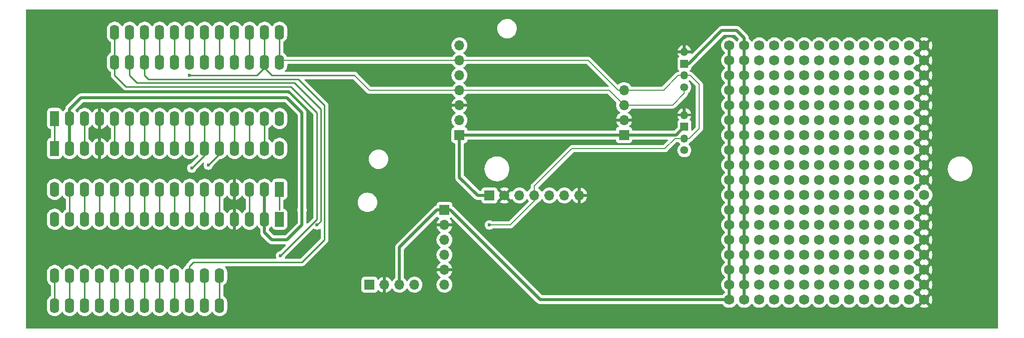
<source format=gbr>
%TF.GenerationSoftware,KiCad,Pcbnew,8.0.2*%
%TF.CreationDate,2024-06-13T14:38:32-04:00*%
%TF.ProjectId,CSL_AQS_V1,43534c5f-4151-4535-9f56-312e6b696361,rev?*%
%TF.SameCoordinates,Original*%
%TF.FileFunction,Copper,L1,Top*%
%TF.FilePolarity,Positive*%
%FSLAX46Y46*%
G04 Gerber Fmt 4.6, Leading zero omitted, Abs format (unit mm)*
G04 Created by KiCad (PCBNEW 8.0.2) date 2024-06-13 14:38:32*
%MOMM*%
%LPD*%
G01*
G04 APERTURE LIST*
G04 Aperture macros list*
%AMRoundRect*
0 Rectangle with rounded corners*
0 $1 Rounding radius*
0 $2 $3 $4 $5 $6 $7 $8 $9 X,Y pos of 4 corners*
0 Add a 4 corners polygon primitive as box body*
4,1,4,$2,$3,$4,$5,$6,$7,$8,$9,$2,$3,0*
0 Add four circle primitives for the rounded corners*
1,1,$1+$1,$2,$3*
1,1,$1+$1,$4,$5*
1,1,$1+$1,$6,$7*
1,1,$1+$1,$8,$9*
0 Add four rect primitives between the rounded corners*
20,1,$1+$1,$2,$3,$4,$5,0*
20,1,$1+$1,$4,$5,$6,$7,0*
20,1,$1+$1,$6,$7,$8,$9,0*
20,1,$1+$1,$8,$9,$2,$3,0*%
G04 Aperture macros list end*
%TA.AperFunction,ComponentPad*%
%ADD10C,1.750000*%
%TD*%
%TA.AperFunction,ComponentPad*%
%ADD11RoundRect,0.250000X-0.550000X1.050000X-0.550000X-1.050000X0.550000X-1.050000X0.550000X1.050000X0*%
%TD*%
%TA.AperFunction,ComponentPad*%
%ADD12O,1.600000X2.600000*%
%TD*%
%TA.AperFunction,ComponentPad*%
%ADD13R,1.700000X1.700000*%
%TD*%
%TA.AperFunction,ComponentPad*%
%ADD14O,1.700000X1.700000*%
%TD*%
%TA.AperFunction,ComponentPad*%
%ADD15C,1.350000*%
%TD*%
%TA.AperFunction,ComponentPad*%
%ADD16O,1.350000X1.350000*%
%TD*%
%TA.AperFunction,ComponentPad*%
%ADD17R,1.350000X1.350000*%
%TD*%
%TA.AperFunction,ComponentPad*%
%ADD18C,1.700000*%
%TD*%
%TA.AperFunction,ComponentPad*%
%ADD19RoundRect,0.250000X0.550000X-1.050000X0.550000X1.050000X-0.550000X1.050000X-0.550000X-1.050000X0*%
%TD*%
%TA.AperFunction,ViaPad*%
%ADD20C,0.600000*%
%TD*%
%TA.AperFunction,Conductor*%
%ADD21C,0.254000*%
%TD*%
%TA.AperFunction,Conductor*%
%ADD22C,0.200000*%
%TD*%
%TA.AperFunction,Conductor*%
%ADD23C,0.508000*%
%TD*%
G04 APERTURE END LIST*
D10*
%TO.P,,1*%
%TO.N,N/C*%
X185420000Y-83820000D03*
%TD*%
%TO.P,,1*%
%TO.N,5V*%
X172720000Y-86360000D03*
%TD*%
%TO.P,,1*%
%TO.N,N/C*%
X187960000Y-96520000D03*
%TD*%
%TO.P,,1*%
%TO.N,N/C*%
X180340000Y-109220000D03*
%TD*%
%TO.P,,1*%
%TO.N,N/C*%
X198120000Y-99060000D03*
%TD*%
%TO.P,,1*%
%TO.N,N/C*%
X193040000Y-101600000D03*
%TD*%
%TO.P,,1*%
%TO.N,N/C*%
X185420000Y-106680000D03*
%TD*%
%TO.P,,1*%
%TO.N,5V*%
X172720000Y-88900000D03*
%TD*%
%TO.P,,1*%
%TO.N,5V*%
X172720000Y-76200000D03*
%TD*%
%TO.P,,1*%
%TO.N,3.3V*%
X175260000Y-104140000D03*
%TD*%
%TO.P,,1*%
%TO.N,N/C*%
X193040000Y-99060000D03*
%TD*%
D11*
%TO.P,A2,1,~{RESET}*%
%TO.N,unconnected-(A2-~{RESET}-Pad1)*%
X96520000Y-95550000D03*
X96520000Y-100630000D03*
D12*
%TO.P,A2,2,3V3*%
%TO.N,3.3V*%
X93980000Y-95550000D03*
X93980000Y-100630000D03*
%TO.P,A2,3,AREF*%
%TO.N,unconnected-(A2-AREF-Pad3)*%
X91440000Y-95550000D03*
X91440000Y-100630000D03*
%TO.P,A2,4,GND*%
%TO.N,GND*%
X88900000Y-95550000D03*
X88900000Y-100630000D03*
%TO.P,A2,5,DAC0/A0*%
%TO.N,unconnected-(A2-DAC0{slash}A0-Pad5)*%
X86360000Y-95550000D03*
X86360000Y-100630000D03*
%TO.P,A2,6,A1*%
%TO.N,unconnected-(A2-A1-Pad6)*%
X83820000Y-95550000D03*
X83820000Y-100630000D03*
%TO.P,A2,7,A2*%
%TO.N,unconnected-(A2-A2-Pad7)*%
X81280000Y-95550000D03*
X81280000Y-100630000D03*
%TO.P,A2,8,A3*%
%TO.N,unconnected-(A2-A3-Pad8)*%
X78740000Y-95550000D03*
X78740000Y-100630000D03*
%TO.P,A2,9,A4*%
%TO.N,unconnected-(A2-A4-Pad9)*%
X76200000Y-95550000D03*
X76200000Y-100630000D03*
%TO.P,A2,10,A5*%
%TO.N,unconnected-(A2-A5-Pad10)*%
X73660000Y-95550000D03*
X73660000Y-100630000D03*
%TO.P,A2,11,SCK/D24*%
%TO.N,Net-(A1-SCK{slash}D24)*%
X71120000Y-95550000D03*
X71120000Y-100630000D03*
%TO.P,A2,12,MOSI/D23*%
%TO.N,Net-(A1-MOSI{slash}D23)*%
X68580000Y-95550000D03*
X68580000Y-100630000D03*
%TO.P,A2,13,MISO/D22*%
%TO.N,Net-(A1-MISO{slash}D22)*%
X66040000Y-95550000D03*
X66040000Y-100630000D03*
%TO.P,A2,14,RX/D0*%
%TO.N,unconnected-(A2-RX{slash}D0-Pad14)*%
X63500000Y-95550000D03*
X63500000Y-100630000D03*
%TO.P,A2,15,TX/D1*%
%TO.N,unconnected-(A2-TX{slash}D1-Pad15)*%
X60960000Y-95550000D03*
X60960000Y-100630000D03*
%TO.P,A2,16,GND*%
%TO.N,N/C*%
X58420000Y-95550000D03*
X58420000Y-100630000D03*
%TO.P,A2,17,SDA/D20*%
%TO.N,SDA*%
X58420000Y-110190000D03*
X58420000Y-115270000D03*
%TO.P,A2,18,SCL/D21*%
%TO.N,SCL*%
X60960000Y-110190000D03*
X60960000Y-115270000D03*
%TO.P,A2,19,D5*%
%TO.N,unconnected-(A2-D5-Pad19)*%
X63500000Y-110190000D03*
X63500000Y-115270000D03*
%TO.P,A2,20,D6*%
%TO.N,unconnected-(A2-D6-Pad20)*%
X66040000Y-110190000D03*
X66040000Y-115270000D03*
%TO.P,A2,21,D9*%
%TO.N,unconnected-(A2-D9-Pad21)*%
X68580000Y-110190000D03*
X68580000Y-115270000D03*
%TO.P,A2,22,D10*%
%TO.N,Net-(A1-D10)*%
X71120000Y-110190000D03*
X71120000Y-115270000D03*
%TO.P,A2,23,D11*%
%TO.N,unconnected-(A2-D11-Pad23)*%
X73660000Y-110190000D03*
X73660000Y-115270000D03*
%TO.P,A2,24,D12*%
%TO.N,unconnected-(A2-D12-Pad24)*%
X76200000Y-110190000D03*
X76200000Y-115270000D03*
%TO.P,A2,25,D13*%
%TO.N,unconnected-(A2-D13-Pad25)*%
X78740000Y-110190000D03*
X78740000Y-115270000D03*
%TO.P,A2,26,USB*%
%TO.N,Net-(A1-USB)*%
X81280000Y-110190000D03*
X81280000Y-115270000D03*
%TO.P,A2,27,EN*%
%TO.N,Net-(A1-EN)*%
X83820000Y-110190000D03*
X83820000Y-115270000D03*
%TO.P,A2,28,VBAT*%
%TO.N,Net-(A1-VBAT)*%
X86360000Y-110190000D03*
X86360000Y-115270000D03*
%TD*%
D10*
%TO.P,,1*%
%TO.N,N/C*%
X182880000Y-96520000D03*
%TD*%
%TO.P,,1*%
%TO.N,N/C*%
X180340000Y-96520000D03*
%TD*%
%TO.P,,1*%
%TO.N,N/C*%
X193040000Y-88900000D03*
%TD*%
%TO.P,,1*%
%TO.N,N/C*%
X185420000Y-76200000D03*
%TD*%
%TO.P,,1*%
%TO.N,N/C*%
X187960000Y-78740000D03*
%TD*%
D13*
%TO.P,JP2,1,1*%
%TO.N,3.3V*%
X111760000Y-111760000D03*
D14*
%TO.P,JP2,2,2*%
%TO.N,GND*%
X114300000Y-111760000D03*
%TO.P,JP2,3,3*%
%TO.N,5V*%
X116840000Y-111760000D03*
%TO.P,JP2,4,4*%
%TO.N,EN*%
X119380000Y-111760000D03*
%TD*%
D10*
%TO.P,,1*%
%TO.N,N/C*%
X180340000Y-106680000D03*
%TD*%
%TO.P,,1*%
%TO.N,N/C*%
X190500000Y-78740000D03*
%TD*%
%TO.P,,1*%
%TO.N,N/C*%
X203200000Y-73660000D03*
%TD*%
%TO.P,,1*%
%TO.N,3.3V*%
X175260000Y-73660000D03*
%TD*%
%TO.P,,1*%
%TO.N,N/C*%
X195580000Y-86360000D03*
%TD*%
%TO.P,,1*%
%TO.N,N/C*%
X203200000Y-101600000D03*
%TD*%
%TO.P,,1*%
%TO.N,N/C*%
X200660000Y-109220000D03*
%TD*%
%TO.P,,1*%
%TO.N,5V*%
X172720000Y-93980000D03*
%TD*%
%TO.P,,1*%
%TO.N,N/C*%
X195580000Y-101600000D03*
%TD*%
%TO.P,,1*%
%TO.N,N/C*%
X182880000Y-106680000D03*
%TD*%
%TO.P,,1*%
%TO.N,5V*%
X172720000Y-104140000D03*
%TD*%
%TO.P,,1*%
%TO.N,N/C*%
X177800000Y-109220000D03*
%TD*%
%TO.P,,1*%
%TO.N,N/C*%
X187960000Y-81280000D03*
%TD*%
%TO.P,,1*%
%TO.N,N/C*%
X200660000Y-81280000D03*
%TD*%
%TO.P,,1*%
%TO.N,N/C*%
X182880000Y-71120000D03*
%TD*%
%TO.P,,1*%
%TO.N,5V*%
X172720000Y-101600000D03*
%TD*%
%TO.P,,1*%
%TO.N,N/C*%
X198120000Y-76200000D03*
%TD*%
%TO.P,,1*%
%TO.N,3.3V*%
X175260000Y-106680000D03*
%TD*%
%TO.P,,1*%
%TO.N,N/C*%
X187960000Y-111760000D03*
%TD*%
%TO.P,,1*%
%TO.N,5V*%
X172720000Y-83820000D03*
%TD*%
%TO.P,,1*%
%TO.N,N/C*%
X185420000Y-78740000D03*
%TD*%
%TO.P,,1*%
%TO.N,N/C*%
X193040000Y-81280000D03*
%TD*%
%TO.P,,1*%
%TO.N,N/C*%
X193040000Y-86360000D03*
%TD*%
%TO.P,,1*%
%TO.N,N/C*%
X177800000Y-106680000D03*
%TD*%
%TO.P,,1*%
%TO.N,3.3V*%
X175260000Y-101600000D03*
%TD*%
%TO.P,,1*%
%TO.N,N/C*%
X185420000Y-91440000D03*
%TD*%
%TO.P,,1*%
%TO.N,N/C*%
X182880000Y-81280000D03*
%TD*%
%TO.P,,1*%
%TO.N,N/C*%
X185420000Y-73660000D03*
%TD*%
%TO.P,,1*%
%TO.N,N/C*%
X195580000Y-93980000D03*
%TD*%
%TO.P,,1*%
%TO.N,N/C*%
X200660000Y-83820000D03*
%TD*%
%TO.P,,1*%
%TO.N,N/C*%
X177800000Y-93980000D03*
%TD*%
%TO.P,,1*%
%TO.N,N/C*%
X203200000Y-88900000D03*
%TD*%
%TO.P,,1*%
%TO.N,N/C*%
X195580000Y-111760000D03*
%TD*%
%TO.P,,1*%
%TO.N,N/C*%
X185420000Y-81280000D03*
%TD*%
%TO.P,,1*%
%TO.N,3.3V*%
X175260000Y-83820000D03*
%TD*%
%TO.P,,1*%
%TO.N,GND*%
X205740000Y-106680000D03*
%TD*%
%TO.P,,1*%
%TO.N,N/C*%
X182880000Y-88900000D03*
%TD*%
%TO.P,,1*%
%TO.N,5V*%
X172720000Y-111760000D03*
%TD*%
%TO.P,,1*%
%TO.N,N/C*%
X182880000Y-83820000D03*
%TD*%
%TO.P,,1*%
%TO.N,N/C*%
X203200000Y-76200000D03*
%TD*%
%TO.P,,1*%
%TO.N,N/C*%
X190500000Y-81280000D03*
%TD*%
%TO.P,,1*%
%TO.N,N/C*%
X200660000Y-96520000D03*
%TD*%
%TO.P,,1*%
%TO.N,N/C*%
X177800000Y-86360000D03*
%TD*%
%TO.P,,1*%
%TO.N,N/C*%
X185420000Y-99060000D03*
%TD*%
%TO.P,,1*%
%TO.N,GND*%
X205740000Y-81280000D03*
%TD*%
%TO.P,,1*%
%TO.N,N/C*%
X193040000Y-93980000D03*
%TD*%
%TO.P,,1*%
%TO.N,N/C*%
X187960000Y-104140000D03*
%TD*%
%TO.P,,1*%
%TO.N,N/C*%
X198120000Y-114300000D03*
%TD*%
%TO.P,,1*%
%TO.N,N/C*%
X198120000Y-73660000D03*
%TD*%
%TO.P,,1*%
%TO.N,N/C*%
X180340000Y-71120000D03*
%TD*%
%TO.P,,1*%
%TO.N,N/C*%
X190500000Y-114300000D03*
%TD*%
%TO.P,,1*%
%TO.N,N/C*%
X182880000Y-73660000D03*
%TD*%
%TO.P,,1*%
%TO.N,N/C*%
X200660000Y-101600000D03*
%TD*%
%TO.P,,1*%
%TO.N,N/C*%
X198120000Y-93980000D03*
%TD*%
%TO.P,,1*%
%TO.N,N/C*%
X195580000Y-106680000D03*
%TD*%
%TO.P,,1*%
%TO.N,GND*%
X205740000Y-88900000D03*
%TD*%
%TO.P,,1*%
%TO.N,N/C*%
X177800000Y-96520000D03*
%TD*%
%TO.P,,1*%
%TO.N,N/C*%
X177800000Y-99060000D03*
%TD*%
%TO.P,,1*%
%TO.N,N/C*%
X177800000Y-111760000D03*
%TD*%
%TO.P,,1*%
%TO.N,N/C*%
X198120000Y-106680000D03*
%TD*%
%TO.P,,1*%
%TO.N,N/C*%
X198120000Y-104140000D03*
%TD*%
%TO.P,,1*%
%TO.N,N/C*%
X190500000Y-86360000D03*
%TD*%
%TO.P,,1*%
%TO.N,N/C*%
X193040000Y-104140000D03*
%TD*%
%TO.P,,1*%
%TO.N,N/C*%
X185420000Y-71120000D03*
%TD*%
%TO.P,,1*%
%TO.N,N/C*%
X200660000Y-88900000D03*
%TD*%
%TO.P,,1*%
%TO.N,N/C*%
X182880000Y-101600000D03*
%TD*%
%TO.P,,1*%
%TO.N,N/C*%
X190500000Y-88900000D03*
%TD*%
%TO.P,,1*%
%TO.N,N/C*%
X203200000Y-106680000D03*
%TD*%
%TO.P,,1*%
%TO.N,N/C*%
X182880000Y-78740000D03*
%TD*%
%TO.P,,1*%
%TO.N,N/C*%
X190500000Y-111760000D03*
%TD*%
%TO.P,,1*%
%TO.N,N/C*%
X180340000Y-104140000D03*
%TD*%
%TO.P,,1*%
%TO.N,N/C*%
X187960000Y-91440000D03*
%TD*%
%TO.P,,1*%
%TO.N,N/C*%
X193040000Y-71120000D03*
%TD*%
%TO.P,,1*%
%TO.N,N/C*%
X182880000Y-111760000D03*
%TD*%
%TO.P,,1*%
%TO.N,N/C*%
X203200000Y-109220000D03*
%TD*%
%TO.P,,1*%
%TO.N,N/C*%
X195580000Y-71120000D03*
%TD*%
%TO.P,,1*%
%TO.N,N/C*%
X190500000Y-73660000D03*
%TD*%
%TO.P,,1*%
%TO.N,N/C*%
X185420000Y-114300000D03*
%TD*%
%TO.P,,1*%
%TO.N,5V*%
X172720000Y-91440000D03*
%TD*%
%TO.P,,1*%
%TO.N,N/C*%
X193040000Y-96520000D03*
%TD*%
%TO.P,,1*%
%TO.N,N/C*%
X187960000Y-71120000D03*
%TD*%
%TO.P,,1*%
%TO.N,N/C*%
X190500000Y-91440000D03*
%TD*%
%TO.P,,1*%
%TO.N,N/C*%
X187960000Y-101600000D03*
%TD*%
%TO.P,,1*%
%TO.N,N/C*%
X180340000Y-99060000D03*
%TD*%
D13*
%TO.P,JP6,1,1*%
%TO.N,3.3V*%
X154876000Y-86322500D03*
D14*
%TO.P,JP6,2,2*%
%TO.N,GND*%
X154876000Y-83782500D03*
%TO.P,JP6,3,3*%
%TO.N,SCL*%
X154876000Y-81242500D03*
%TO.P,JP6,4,4*%
%TO.N,SDA*%
X154876000Y-78702500D03*
%TD*%
D10*
%TO.P,,1*%
%TO.N,N/C*%
X200660000Y-114300000D03*
%TD*%
%TO.P,,1*%
%TO.N,N/C*%
X187960000Y-76200000D03*
%TD*%
%TO.P,,1*%
%TO.N,N/C*%
X180340000Y-101600000D03*
%TD*%
D13*
%TO.P,JP8,1,1*%
%TO.N,5V*%
X124460000Y-99060000D03*
D14*
%TO.P,JP8,2,2*%
%TO.N,GND*%
X124460000Y-101600000D03*
%TO.P,JP8,3,3*%
%TO.N,SDA*%
X124460000Y-104140000D03*
%TO.P,JP8,4,4*%
%TO.N,SCL*%
X124460000Y-106680000D03*
%TO.P,JP8,5,5*%
%TO.N,GND*%
X124460000Y-109220000D03*
%TO.P,JP8,6,6*%
%TO.N,unconnected-(JP8-Pad6)*%
X124460000Y-111760000D03*
%TD*%
D10*
%TO.P,,1*%
%TO.N,5V*%
X172720000Y-73660000D03*
%TD*%
%TO.P,,1*%
%TO.N,N/C*%
X190500000Y-93980000D03*
%TD*%
%TO.P,,1*%
%TO.N,N/C*%
X187960000Y-73660000D03*
%TD*%
%TO.P,,1*%
%TO.N,N/C*%
X203200000Y-78740000D03*
%TD*%
%TO.P,,1*%
%TO.N,N/C*%
X185420000Y-104140000D03*
%TD*%
%TO.P,,1*%
%TO.N,N/C*%
X177800000Y-71120000D03*
%TD*%
%TO.P,,1*%
%TO.N,5V*%
X172720000Y-99060000D03*
%TD*%
%TO.P,,1*%
%TO.N,N/C*%
X203200000Y-91440000D03*
%TD*%
%TO.P,,1*%
%TO.N,N/C*%
X198120000Y-71120000D03*
%TD*%
%TO.P,,1*%
%TO.N,N/C*%
X200660000Y-106680000D03*
%TD*%
%TO.P,,1*%
%TO.N,N/C*%
X200660000Y-111760000D03*
%TD*%
%TO.P,,1*%
%TO.N,N/C*%
X200660000Y-86360000D03*
%TD*%
%TO.P,,1*%
%TO.N,5V*%
X172720000Y-106680000D03*
%TD*%
%TO.P,,1*%
%TO.N,N/C*%
X185420000Y-93980000D03*
%TD*%
%TO.P,,1*%
%TO.N,N/C*%
X195580000Y-104140000D03*
%TD*%
%TO.P,,1*%
%TO.N,N/C*%
X195580000Y-91440000D03*
%TD*%
%TO.P,,1*%
%TO.N,N/C*%
X198120000Y-86360000D03*
%TD*%
%TO.P,,1*%
%TO.N,GND*%
X205740000Y-111760000D03*
%TD*%
%TO.P,,1*%
%TO.N,N/C*%
X190500000Y-76200000D03*
%TD*%
%TO.P,,1*%
%TO.N,GND*%
X205740000Y-93980000D03*
%TD*%
%TO.P,,1*%
%TO.N,N/C*%
X195580000Y-73660000D03*
%TD*%
%TO.P,,1*%
%TO.N,N/C*%
X182880000Y-114300000D03*
%TD*%
%TO.P,,1*%
%TO.N,N/C*%
X177800000Y-73660000D03*
%TD*%
%TO.P,,1*%
%TO.N,N/C*%
X187960000Y-83820000D03*
%TD*%
%TO.P,,1*%
%TO.N,N/C*%
X198120000Y-91440000D03*
%TD*%
%TO.P,,1*%
%TO.N,N/C*%
X198120000Y-111760000D03*
%TD*%
%TO.P,,1*%
%TO.N,GND*%
X205740000Y-91440000D03*
%TD*%
%TO.P,,1*%
%TO.N,GND*%
X205740000Y-71120000D03*
%TD*%
%TO.P,,1*%
%TO.N,GND*%
X205740000Y-101600000D03*
%TD*%
%TO.P,,1*%
%TO.N,N/C*%
X193040000Y-76200000D03*
%TD*%
%TO.P,,1*%
%TO.N,N/C*%
X187960000Y-88900000D03*
%TD*%
%TO.P,,1*%
%TO.N,N/C*%
X190500000Y-71120000D03*
%TD*%
%TO.P,,1*%
%TO.N,N/C*%
X195580000Y-109220000D03*
%TD*%
%TO.P,,1*%
%TO.N,N/C*%
X198120000Y-83820000D03*
%TD*%
%TO.P,,1*%
%TO.N,N/C*%
X193040000Y-73660000D03*
%TD*%
%TO.P,,1*%
%TO.N,N/C*%
X182880000Y-76200000D03*
%TD*%
%TO.P,,1*%
%TO.N,N/C*%
X187960000Y-86360000D03*
%TD*%
%TO.P,,1*%
%TO.N,GND*%
X205740000Y-109220000D03*
%TD*%
%TO.P,,1*%
%TO.N,N/C*%
X198120000Y-101600000D03*
%TD*%
%TO.P,,1*%
%TO.N,N/C*%
X185420000Y-86360000D03*
%TD*%
%TO.P,,1*%
%TO.N,N/C*%
X182880000Y-109220000D03*
%TD*%
%TO.P,,1*%
%TO.N,3.3V*%
X175260000Y-88900000D03*
%TD*%
%TO.P,,1*%
%TO.N,3.3V*%
X175260000Y-78740000D03*
%TD*%
%TO.P,,1*%
%TO.N,N/C*%
X180340000Y-81280000D03*
%TD*%
%TO.P,,1*%
%TO.N,N/C*%
X193040000Y-114300000D03*
%TD*%
%TO.P,,1*%
%TO.N,N/C*%
X180340000Y-73660000D03*
%TD*%
%TO.P,,1*%
%TO.N,5V*%
X172720000Y-109220000D03*
%TD*%
%TO.P,,1*%
%TO.N,GND*%
X205740000Y-114300000D03*
%TD*%
%TO.P,,1*%
%TO.N,N/C*%
X195580000Y-81280000D03*
%TD*%
%TO.P,,1*%
%TO.N,N/C*%
X203200000Y-93980000D03*
%TD*%
%TO.P,,1*%
%TO.N,N/C*%
X182880000Y-91440000D03*
%TD*%
%TO.P,,1*%
%TO.N,N/C*%
X193040000Y-78740000D03*
%TD*%
%TO.P,,1*%
%TO.N,N/C*%
X190500000Y-96520000D03*
%TD*%
%TO.P,,1*%
%TO.N,N/C*%
X198120000Y-81280000D03*
%TD*%
%TO.P,,1*%
%TO.N,N/C*%
X193040000Y-83820000D03*
%TD*%
%TO.P,,1*%
%TO.N,N/C*%
X177800000Y-81280000D03*
%TD*%
%TO.P,,1*%
%TO.N,3.3V*%
X175260000Y-86360000D03*
%TD*%
%TO.P,,1*%
%TO.N,GND*%
X205740000Y-73660000D03*
%TD*%
%TO.P,,1*%
%TO.N,N/C*%
X177800000Y-76200000D03*
%TD*%
%TO.P,,1*%
%TO.N,3.3V*%
X175260000Y-109220000D03*
%TD*%
%TO.P,,1*%
%TO.N,5V*%
X172720000Y-81280000D03*
%TD*%
%TO.P,,1*%
%TO.N,N/C*%
X193040000Y-111760000D03*
%TD*%
%TO.P,,1*%
%TO.N,N/C*%
X195580000Y-88900000D03*
%TD*%
%TO.P,,1*%
%TO.N,N/C*%
X200660000Y-104140000D03*
%TD*%
%TO.P,,1*%
%TO.N,N/C*%
X203200000Y-83820000D03*
%TD*%
%TO.P,,1*%
%TO.N,N/C*%
X195580000Y-78740000D03*
%TD*%
%TO.P,,1*%
%TO.N,N/C*%
X190500000Y-99060000D03*
%TD*%
%TO.P,,1*%
%TO.N,3.3V*%
X175260000Y-96520000D03*
%TD*%
%TO.P,REF\u002A\u002A,1*%
%TO.N,5V*%
X172720000Y-71120000D03*
%TD*%
%TO.P,,1*%
%TO.N,N/C*%
X182880000Y-104140000D03*
%TD*%
%TO.P,,1*%
%TO.N,N/C*%
X180340000Y-86360000D03*
%TD*%
%TO.P,,1*%
%TO.N,3.3V*%
X175260000Y-81280000D03*
%TD*%
D15*
%TO.P,J2,1,1*%
%TO.N,SCL*%
X165100000Y-78200000D03*
D16*
%TO.P,J2,2,2*%
%TO.N,SDA*%
X165100000Y-76200000D03*
D17*
%TO.P,J2,3,3*%
%TO.N,3.3V*%
X165100000Y-74200000D03*
D16*
%TO.P,J2,4,4*%
%TO.N,GND*%
X165100000Y-72200000D03*
%TD*%
D10*
%TO.P,,1*%
%TO.N,GND*%
X205740000Y-78740000D03*
%TD*%
%TO.P,,1*%
%TO.N,GND*%
X205740000Y-83820000D03*
%TD*%
%TO.P,,1*%
%TO.N,N/C*%
X185420000Y-88900000D03*
%TD*%
%TO.P,,1*%
%TO.N,N/C*%
X187960000Y-114300000D03*
%TD*%
%TO.P,,1*%
%TO.N,3.3V*%
X175260000Y-111760000D03*
%TD*%
%TO.P,,1*%
%TO.N,N/C*%
X190500000Y-101600000D03*
%TD*%
%TO.P,,1*%
%TO.N,N/C*%
X195580000Y-114300000D03*
%TD*%
%TO.P,,1*%
%TO.N,N/C*%
X185420000Y-111760000D03*
%TD*%
%TO.P,,1*%
%TO.N,5V*%
X172720000Y-78740000D03*
%TD*%
%TO.P,,1*%
%TO.N,3.3V*%
X175260000Y-76200000D03*
%TD*%
%TO.P,,1*%
%TO.N,N/C*%
X200660000Y-76200000D03*
%TD*%
%TO.P,,1*%
%TO.N,5V*%
X172720000Y-96520000D03*
%TD*%
%TO.P,,1*%
%TO.N,N/C*%
X177800000Y-114300000D03*
%TD*%
%TO.P,,1*%
%TO.N,N/C*%
X177800000Y-88900000D03*
%TD*%
%TO.P,,1*%
%TO.N,N/C*%
X180340000Y-93980000D03*
%TD*%
%TO.P,,1*%
%TO.N,N/C*%
X195580000Y-76200000D03*
%TD*%
%TO.P,,1*%
%TO.N,N/C*%
X180340000Y-111760000D03*
%TD*%
%TO.P,,1*%
%TO.N,GND*%
X205740000Y-76200000D03*
%TD*%
%TO.P,,1*%
%TO.N,3.3V*%
X175260000Y-99060000D03*
%TD*%
%TO.P,,1*%
%TO.N,N/C*%
X193040000Y-106680000D03*
%TD*%
%TO.P,,1*%
%TO.N,N/C*%
X180340000Y-76200000D03*
%TD*%
%TO.P,,1*%
%TO.N,N/C*%
X198120000Y-78740000D03*
%TD*%
%TO.P,,1*%
%TO.N,N/C*%
X200660000Y-91440000D03*
%TD*%
%TO.P,,1*%
%TO.N,GND*%
X205740000Y-104140000D03*
%TD*%
%TO.P,,1*%
%TO.N,N/C*%
X187960000Y-99060000D03*
%TD*%
%TO.P,,1*%
%TO.N,N/C*%
X203200000Y-86360000D03*
%TD*%
%TO.P,,1*%
%TO.N,N/C*%
X205740000Y-96520000D03*
%TD*%
D13*
%TO.P,JP7,1,1*%
%TO.N,3.3V*%
X127000000Y-86360000D03*
D14*
%TO.P,JP7,2,2*%
%TO.N,unconnected-(JP7-Pad2)*%
X127000000Y-83820000D03*
%TO.P,JP7,3,3*%
%TO.N,GND*%
X127000000Y-81280000D03*
%TO.P,JP7,4,4*%
%TO.N,SCL*%
X127000000Y-78740000D03*
%TO.P,JP7,5,5*%
%TO.N,NC*%
X127000000Y-76200000D03*
%TO.P,JP7,6,6*%
%TO.N,SDA*%
X127000000Y-73660000D03*
%TO.P,JP7,7,7*%
%TO.N,unconnected-(JP7-Pad7)*%
X127000000Y-71120000D03*
%TD*%
D10*
%TO.P,,1*%
%TO.N,N/C*%
X203200000Y-114300000D03*
%TD*%
%TO.P,,1*%
%TO.N,N/C*%
X177800000Y-104140000D03*
%TD*%
%TO.P,,1*%
%TO.N,N/C*%
X203200000Y-99060000D03*
%TD*%
%TO.P,,1*%
%TO.N,3.3V*%
X175260000Y-71120000D03*
%TD*%
%TO.P,,1*%
%TO.N,N/C*%
X187960000Y-109220000D03*
%TD*%
%TO.P,,1*%
%TO.N,GND*%
X205740000Y-86360000D03*
%TD*%
%TO.P,,1*%
%TO.N,GND*%
X205740000Y-96520000D03*
%TD*%
%TO.P,,1*%
%TO.N,N/C*%
X195580000Y-83820000D03*
%TD*%
%TO.P,,1*%
%TO.N,3.3V*%
X175260000Y-93980000D03*
%TD*%
%TO.P,,1*%
%TO.N,3.3V*%
X175260000Y-91440000D03*
%TD*%
%TO.P,,1*%
%TO.N,N/C*%
X177800000Y-78740000D03*
%TD*%
D13*
%TO.P,JP10,1,1*%
%TO.N,3.3V*%
X132080000Y-96580000D03*
D18*
%TO.P,JP10,2,2*%
%TO.N,GND*%
X134620000Y-96580000D03*
D14*
%TO.P,JP10,3,3*%
%TO.N,SCL*%
X137160000Y-96580000D03*
%TO.P,JP10,4,4*%
%TO.N,SDA*%
X139700000Y-96580000D03*
%TO.P,JP10,5,5*%
%TO.N,unconnected-(JP10-Pad5)*%
X142240000Y-96580000D03*
%TO.P,JP10,6,6*%
%TO.N,unconnected-(JP10-Pad6)*%
X144780000Y-96580000D03*
%TO.P,JP10,7,7*%
%TO.N,GND*%
X147320000Y-96580000D03*
%TD*%
D10*
%TO.P,,1*%
%TO.N,N/C*%
X185420000Y-109220000D03*
%TD*%
%TO.P,,1*%
%TO.N,N/C*%
X193040000Y-91440000D03*
%TD*%
%TO.P,,1*%
%TO.N,N/C*%
X203200000Y-96520000D03*
%TD*%
%TO.P,,1*%
%TO.N,N/C*%
X203200000Y-71120000D03*
%TD*%
%TO.P,,1*%
%TO.N,N/C*%
X180340000Y-83820000D03*
%TD*%
%TO.P,,1*%
%TO.N,N/C*%
X180340000Y-88900000D03*
%TD*%
%TO.P,,1*%
%TO.N,N/C*%
X182880000Y-86360000D03*
%TD*%
%TO.P,,1*%
%TO.N,N/C*%
X177800000Y-101600000D03*
%TD*%
%TO.P,,1*%
%TO.N,N/C*%
X185420000Y-96520000D03*
%TD*%
%TO.P,,1*%
%TO.N,N/C*%
X185420000Y-101600000D03*
%TD*%
D15*
%TO.P,J3,1,1*%
%TO.N,SCL*%
X165100000Y-88916000D03*
D16*
%TO.P,J3,2,2*%
%TO.N,SDA*%
X165100000Y-86916000D03*
D17*
%TO.P,J3,3,3*%
%TO.N,3.3V*%
X165100000Y-84916000D03*
D16*
%TO.P,J3,4,4*%
%TO.N,GND*%
X165100000Y-82916000D03*
%TD*%
D10*
%TO.P,,1*%
%TO.N,N/C*%
X180340000Y-78740000D03*
%TD*%
%TO.P,,1*%
%TO.N,N/C*%
X177800000Y-83820000D03*
%TD*%
%TO.P,,1*%
%TO.N,N/C*%
X180340000Y-114300000D03*
%TD*%
%TO.P,,1*%
%TO.N,N/C*%
X203200000Y-81280000D03*
%TD*%
%TO.P,,1*%
%TO.N,N/C*%
X198120000Y-96520000D03*
%TD*%
%TO.P,,1*%
%TO.N,N/C*%
X200660000Y-78740000D03*
%TD*%
%TO.P,,1*%
%TO.N,N/C*%
X190500000Y-106680000D03*
%TD*%
%TO.P,,1*%
%TO.N,N/C*%
X195580000Y-96520000D03*
%TD*%
%TO.P,,1*%
%TO.N,N/C*%
X200660000Y-99060000D03*
%TD*%
%TO.P,,1*%
%TO.N,N/C*%
X200660000Y-73660000D03*
%TD*%
%TO.P,,1*%
%TO.N,N/C*%
X200660000Y-93980000D03*
%TD*%
%TO.P,,1*%
%TO.N,N/C*%
X177800000Y-91440000D03*
%TD*%
%TO.P,,1*%
%TO.N,N/C*%
X190500000Y-104140000D03*
%TD*%
%TO.P,,1*%
%TO.N,N/C*%
X182880000Y-99060000D03*
%TD*%
%TO.P,,1*%
%TO.N,N/C*%
X203200000Y-104140000D03*
%TD*%
%TO.P,,1*%
%TO.N,N/C*%
X200660000Y-71120000D03*
%TD*%
%TO.P,,1*%
%TO.N,N/C*%
X198120000Y-88900000D03*
%TD*%
%TO.P,,1*%
%TO.N,N/C*%
X180340000Y-91440000D03*
%TD*%
%TO.P,,1*%
%TO.N,N/C*%
X190500000Y-109220000D03*
%TD*%
%TO.P,,1*%
%TO.N,5V*%
X172720000Y-114300000D03*
%TD*%
%TO.P,,1*%
%TO.N,N/C*%
X187960000Y-106680000D03*
%TD*%
%TO.P,,1*%
%TO.N,3.3V*%
X175260000Y-114300000D03*
%TD*%
%TO.P,,1*%
%TO.N,N/C*%
X195580000Y-99060000D03*
%TD*%
%TO.P,,1*%
%TO.N,N/C*%
X187960000Y-93980000D03*
%TD*%
%TO.P,,1*%
%TO.N,N/C*%
X198120000Y-109220000D03*
%TD*%
%TO.P,,1*%
%TO.N,N/C*%
X190500000Y-83820000D03*
%TD*%
%TO.P,,1*%
%TO.N,N/C*%
X193040000Y-109220000D03*
%TD*%
%TO.P,,1*%
%TO.N,N/C*%
X182880000Y-93980000D03*
%TD*%
%TO.P,,1*%
%TO.N,N/C*%
X203200000Y-111760000D03*
%TD*%
%TO.P,,1*%
%TO.N,GND*%
X205740000Y-99060000D03*
%TD*%
D19*
%TO.P,A1,1,~{RESET}*%
%TO.N,unconnected-(A1-~{RESET}-Pad1)*%
X58420000Y-88600000D03*
X58420000Y-83520000D03*
D12*
%TO.P,A1,2,3V3*%
%TO.N,3.3V*%
X60960000Y-88600000D03*
X60960000Y-83520000D03*
%TO.P,A1,3,AREF*%
%TO.N,unconnected-(A1-AREF-Pad3)*%
X63500000Y-88600000D03*
X63500000Y-83520000D03*
%TO.P,A1,4,GND*%
%TO.N,GND*%
X66040000Y-88600000D03*
X66040000Y-83520000D03*
%TO.P,A1,5,DAC0/A0*%
%TO.N,unconnected-(A1-DAC0{slash}A0-Pad5)*%
X68580000Y-88600000D03*
X68580000Y-83520000D03*
%TO.P,A1,6,A1*%
%TO.N,unconnected-(A1-A1-Pad6)*%
X71120000Y-88600000D03*
X71120000Y-83520000D03*
%TO.P,A1,7,A2*%
%TO.N,unconnected-(A1-A2-Pad7)*%
X73660000Y-88600000D03*
X73660000Y-83520000D03*
%TO.P,A1,8,A3*%
%TO.N,unconnected-(A1-A3-Pad8)*%
X76200000Y-88600000D03*
X76200000Y-83520000D03*
%TO.P,A1,9,A4*%
%TO.N,unconnected-(A1-A4-Pad9)*%
X78740000Y-88600000D03*
X78740000Y-83520000D03*
%TO.P,A1,10,A5*%
%TO.N,unconnected-(A1-A5-Pad10)*%
X81280000Y-88600000D03*
X81280000Y-83520000D03*
%TO.P,A1,11,SCK/D24*%
%TO.N,Net-(A1-SCK{slash}D24)*%
X83820000Y-88600000D03*
X83820000Y-83520000D03*
%TO.P,A1,12,MOSI/D23*%
%TO.N,Net-(A1-MOSI{slash}D23)*%
X86360000Y-88600000D03*
X86360000Y-83520000D03*
%TO.P,A1,13,MISO/D22*%
%TO.N,Net-(A1-MISO{slash}D22)*%
X88900000Y-88600000D03*
X88900000Y-83520000D03*
%TO.P,A1,14,RX/D0*%
%TO.N,unconnected-(A1-RX{slash}D0-Pad14)*%
X91440000Y-88600000D03*
X91440000Y-83520000D03*
%TO.P,A1,15,TX/D1*%
%TO.N,unconnected-(A1-TX{slash}D1-Pad15)*%
X93980000Y-88600000D03*
X93980000Y-83520000D03*
%TO.P,A1,16,WAKE*%
%TO.N,unconnected-(A1-WAKE-Pad16)*%
X96520000Y-88600000D03*
%TO.N,N/C*%
X96520000Y-83520000D03*
%TO.P,A1,17,SDA/D20*%
%TO.N,SDA*%
X96520000Y-73960000D03*
X96520000Y-68880000D03*
%TO.P,A1,18,SCL/D21*%
%TO.N,SCL*%
X93980000Y-73960000D03*
X93980000Y-68880000D03*
%TO.P,A1,19,D5*%
%TO.N,unconnected-(A1-D5-Pad19)*%
X91440000Y-73960000D03*
X91440000Y-68880000D03*
%TO.P,A1,20,D6*%
%TO.N,unconnected-(A1-D6-Pad20)*%
X88900000Y-73960000D03*
X88900000Y-68880000D03*
%TO.P,A1,21,D9*%
%TO.N,unconnected-(A1-D9-Pad21)*%
X86360000Y-73960000D03*
X86360000Y-68880000D03*
%TO.P,A1,22,D10*%
%TO.N,Net-(A1-D10)*%
X83820000Y-73960000D03*
X83820000Y-68880000D03*
%TO.P,A1,23,D11*%
%TO.N,ENA*%
X81280000Y-73960000D03*
X81280000Y-68880000D03*
%TO.P,A1,24,D12*%
%TO.N,unconnected-(A1-D12-Pad24)*%
X78740000Y-73960000D03*
X78740000Y-68880000D03*
%TO.P,A1,25,D13*%
%TO.N,unconnected-(A1-D13-Pad25)*%
X76200000Y-73960000D03*
X76200000Y-68880000D03*
%TO.P,A1,26,USB*%
%TO.N,Net-(A1-USB)*%
X73660000Y-73960000D03*
X73660000Y-68880000D03*
%TO.P,A1,27,EN*%
%TO.N,Net-(A1-EN)*%
X71120000Y-73960000D03*
X71120000Y-68880000D03*
%TO.P,A1,28,VBAT*%
%TO.N,Net-(A1-VBAT)*%
X68580000Y-73960000D03*
X68580000Y-68880000D03*
%TD*%
D20*
%TO.N,Net-(A1-VBAT)*%
X96678750Y-106838750D03*
%TO.N,SCL*%
X81280000Y-76200000D03*
%TO.N,3.3V*%
X100330000Y-99060000D03*
%TO.N,Net-(A1-MOSI{slash}D23)*%
X84455000Y-91440000D03*
%TO.N,SDA*%
X132080000Y-101600000D03*
%TO.N,GND*%
X91440000Y-109220000D03*
X61849000Y-73914000D03*
X81280000Y-106680000D03*
X66040000Y-91440000D03*
X111760000Y-76200000D03*
X139700000Y-76200000D03*
X102870000Y-103505000D03*
%TO.N,Net-(A1-EN)*%
X102870000Y-101600000D03*
%TO.N,Net-(A1-SCK{slash}D24)*%
X81661000Y-91948000D03*
%TD*%
D21*
%TO.N,unconnected-(A1-~{RESET}-Pad1)*%
X58420000Y-88900000D02*
X58420000Y-83820000D01*
%TO.N,unconnected-(A1-D12-Pad24)*%
X78740000Y-68580000D02*
X78740000Y-73660000D01*
%TO.N,unconnected-(A1-D6-Pad20)*%
X88900000Y-68580000D02*
X88900000Y-73660000D01*
%TO.N,unconnected-(A1-DAC0{slash}A0-Pad5)*%
X68580000Y-88900000D02*
X68580000Y-83820000D01*
%TO.N,Net-(A1-VBAT)*%
X102870000Y-100647500D02*
X102870000Y-82550000D01*
X98425000Y-78105000D02*
X70485000Y-78105000D01*
X68580000Y-76200000D02*
X68580000Y-68580000D01*
X86360000Y-115570000D02*
X86360000Y-110490000D01*
X102870000Y-82550000D02*
X98425000Y-78105000D01*
X70485000Y-78105000D02*
X68580000Y-76200000D01*
X96678750Y-106838750D02*
X102870000Y-100647500D01*
%TO.N,SCL*%
X81280000Y-76200000D02*
X92710000Y-76200000D01*
D22*
X154876000Y-81242500D02*
X163105500Y-81242500D01*
D21*
X60960000Y-110490000D02*
X60960000Y-115570000D01*
D22*
X111760000Y-78740000D02*
X109220000Y-76200000D01*
D21*
X95250000Y-76200000D02*
X109220000Y-76200000D01*
D22*
X127000000Y-78740000D02*
X152373500Y-78740000D01*
X163105500Y-81242500D02*
X165100000Y-79248000D01*
D21*
X93980000Y-68580000D02*
X93980000Y-73660000D01*
D22*
X152373500Y-78740000D02*
X154876000Y-81242500D01*
X127000000Y-78740000D02*
X111760000Y-78740000D01*
D21*
X93980000Y-74930000D02*
X93980000Y-73660000D01*
X92710000Y-76200000D02*
X93980000Y-74930000D01*
X93980000Y-74930000D02*
X95250000Y-76200000D01*
D22*
X165100000Y-79248000D02*
X165100000Y-78200000D01*
D21*
%TO.N,Net-(A1-USB)*%
X99695000Y-76835000D02*
X74295000Y-76835000D01*
X81280000Y-115570000D02*
X81280000Y-108585000D01*
X104140000Y-104140000D02*
X104140000Y-81280000D01*
X100330000Y-107950000D02*
X104140000Y-104140000D01*
X81280000Y-108585000D02*
X81915000Y-107950000D01*
X74295000Y-76835000D02*
X73660000Y-76200000D01*
X104140000Y-81280000D02*
X99695000Y-76835000D01*
X73660000Y-68580000D02*
X73660000Y-73660000D01*
X73660000Y-76200000D02*
X73660000Y-73660000D01*
X81915000Y-107950000D02*
X100330000Y-107950000D01*
D23*
%TO.N,3.3V*%
X100330000Y-101600000D02*
X100330000Y-99060000D01*
X175260000Y-99060000D02*
X175260000Y-101600000D01*
X130080000Y-96580000D02*
X132080000Y-96580000D01*
X175260000Y-96520000D02*
X175260000Y-99060000D01*
X175260000Y-86360000D02*
X175260000Y-83820000D01*
X95250000Y-104140000D02*
X97790000Y-104140000D01*
X175260000Y-69850000D02*
X173990000Y-68580000D01*
X175260000Y-71120000D02*
X175260000Y-69850000D01*
X175260000Y-106680000D02*
X175260000Y-109220000D01*
X175260000Y-91440000D02*
X175260000Y-88900000D01*
X93980000Y-102870000D02*
X95250000Y-104140000D01*
X62865000Y-80010000D02*
X97790000Y-80010000D01*
X93980000Y-100330000D02*
X93980000Y-95250000D01*
X165830000Y-74200000D02*
X165100000Y-74200000D01*
X175260000Y-81280000D02*
X175260000Y-78740000D01*
X60960000Y-83820000D02*
X60960000Y-88900000D01*
X127037500Y-86322500D02*
X127000000Y-86360000D01*
X175260000Y-86360000D02*
X175260000Y-88900000D01*
X173990000Y-68580000D02*
X171450000Y-68580000D01*
X175260000Y-93980000D02*
X175260000Y-91440000D01*
X154876000Y-86322500D02*
X127037500Y-86322500D01*
X93980000Y-102870000D02*
X93980000Y-100330000D01*
X154913500Y-86360000D02*
X154876000Y-86322500D01*
X175260000Y-71120000D02*
X175260000Y-73660000D01*
X175260000Y-104140000D02*
X175260000Y-106680000D01*
X97790000Y-80010000D02*
X100330000Y-82550000D01*
X175260000Y-114300000D02*
X175260000Y-111760000D01*
X175260000Y-93980000D02*
X175260000Y-96520000D01*
X175260000Y-76200000D02*
X175260000Y-78740000D01*
X163693500Y-86322500D02*
X165100000Y-84916000D01*
X175260000Y-101600000D02*
X175260000Y-104140000D01*
X171450000Y-68580000D02*
X165830000Y-74200000D01*
X175260000Y-73660000D02*
X175260000Y-76200000D01*
X60960000Y-81915000D02*
X62865000Y-80010000D01*
X175260000Y-83820000D02*
X175260000Y-81280000D01*
X175260000Y-109220000D02*
X175260000Y-111760000D01*
X154876000Y-86322500D02*
X163693500Y-86322500D01*
X127000000Y-93500000D02*
X130080000Y-96580000D01*
X127000000Y-86360000D02*
X127000000Y-93500000D01*
X100330000Y-82550000D02*
X100330000Y-99060000D01*
X97790000Y-104140000D02*
X100330000Y-101600000D01*
X60960000Y-83820000D02*
X60960000Y-81915000D01*
D21*
%TO.N,unconnected-(A1-A1-Pad6)*%
X71120000Y-83820000D02*
X71120000Y-88900000D01*
%TO.N,unconnected-(A1-A2-Pad7)*%
X73660000Y-88900000D02*
X73660000Y-83820000D01*
%TO.N,unconnected-(A1-A3-Pad8)*%
X76200000Y-88900000D02*
X76200000Y-83820000D01*
%TO.N,unconnected-(A1-D13-Pad25)*%
X76200000Y-68580000D02*
X76200000Y-73660000D01*
%TO.N,Net-(A1-MOSI{slash}D23)*%
X86360000Y-88900000D02*
X86360000Y-83820000D01*
X68580000Y-95250000D02*
X68580000Y-100330000D01*
X84455000Y-91440000D02*
X86360000Y-89535000D01*
X86360000Y-89535000D02*
X86360000Y-88900000D01*
%TO.N,unconnected-(A1-RX{slash}D0-Pad14)*%
X91440000Y-83820000D02*
X91440000Y-88900000D01*
%TO.N,unconnected-(A1-A5-Pad10)*%
X81280000Y-83820000D02*
X81280000Y-88900000D01*
%TO.N,ENA*%
X81280000Y-68580000D02*
X81280000Y-73660000D01*
%TO.N,unconnected-(A1-AREF-Pad3)*%
X63500000Y-88900000D02*
X63500000Y-83820000D01*
%TO.N,unconnected-(A1-A4-Pad9)*%
X78740000Y-83820000D02*
X78740000Y-88900000D01*
%TO.N,unconnected-(A1-D9-Pad21)*%
X86360000Y-68580000D02*
X86360000Y-73660000D01*
D22*
%TO.N,SDA*%
X154876000Y-78702500D02*
X161581500Y-78702500D01*
X167640000Y-85216000D02*
X165940000Y-86916000D01*
X167640000Y-77740000D02*
X167640000Y-85216000D01*
X127000000Y-73660000D02*
X148825000Y-73660000D01*
X165940000Y-86916000D02*
X165100000Y-86916000D01*
X165100000Y-76200000D02*
X166100000Y-76200000D01*
X139700000Y-97500000D02*
X139700000Y-96580000D01*
X161798000Y-88646000D02*
X146050000Y-88646000D01*
X163528000Y-86916000D02*
X161798000Y-88646000D01*
X166100000Y-76200000D02*
X167640000Y-77740000D01*
X165100000Y-86916000D02*
X163528000Y-86916000D01*
X146050000Y-88646000D02*
X139700000Y-94996000D01*
X132080000Y-101600000D02*
X135600000Y-101600000D01*
X139700000Y-94996000D02*
X139700000Y-96580000D01*
X148825000Y-73660000D02*
X153867500Y-78702500D01*
X153867500Y-78702500D02*
X154876000Y-78702500D01*
D21*
X58420000Y-115570000D02*
X58420000Y-110490000D01*
D22*
X164084000Y-76200000D02*
X165100000Y-76200000D01*
X161581500Y-78702500D02*
X164084000Y-76200000D01*
X127000000Y-73660000D02*
X96520000Y-73660000D01*
X135600000Y-101600000D02*
X139700000Y-97500000D01*
D21*
X96520000Y-73660000D02*
X96520000Y-68580000D01*
D22*
%TO.N,GND*%
X66040000Y-85090000D02*
X66040000Y-88900000D01*
D21*
X165100000Y-72216000D02*
X165545000Y-72216000D01*
%TO.N,unconnected-(A1-TX{slash}D1-Pad15)*%
X93980000Y-88900000D02*
X93980000Y-83820000D01*
%TO.N,Net-(A1-EN)*%
X103505000Y-81915000D02*
X99060000Y-77470000D01*
X71120000Y-68580000D02*
X71120000Y-73660000D01*
X102870000Y-101600000D02*
X103505000Y-100965000D01*
X99060000Y-77470000D02*
X72390000Y-77470000D01*
X103505000Y-100965000D02*
X103505000Y-81915000D01*
X72390000Y-77470000D02*
X71120000Y-76200000D01*
X83820000Y-115570000D02*
X83820000Y-110490000D01*
X71120000Y-76200000D02*
X71120000Y-73660000D01*
%TO.N,unconnected-(A1-D5-Pad19)*%
X91440000Y-73660000D02*
X91440000Y-68580000D01*
%TO.N,Net-(A1-D10)*%
X71120000Y-115570000D02*
X71120000Y-110490000D01*
X83820000Y-73660000D02*
X83820000Y-68580000D01*
X83820000Y-68580000D02*
X83420000Y-68980000D01*
%TO.N,Net-(A1-MISO{slash}D22)*%
X66040000Y-100330000D02*
X66040000Y-95250000D01*
X88900000Y-88900000D02*
X88900000Y-83820000D01*
%TO.N,unconnected-(A2-A2-Pad7)*%
X81280000Y-100330000D02*
X81280000Y-95250000D01*
%TO.N,Net-(A1-SCK{slash}D24)*%
X71120000Y-100330000D02*
X71120000Y-95250000D01*
X83820000Y-88900000D02*
X83820000Y-89789000D01*
X83820000Y-83820000D02*
X83820000Y-88900000D01*
X83820000Y-89789000D02*
X81661000Y-91948000D01*
%TO.N,unconnected-(A2-A5-Pad10)*%
X73660000Y-95250000D02*
X73660000Y-100330000D01*
%TO.N,unconnected-(A2-D9-Pad21)*%
X68580000Y-115570000D02*
X68580000Y-110490000D01*
%TO.N,unconnected-(A2-A4-Pad9)*%
X76200000Y-100330000D02*
X76200000Y-95250000D01*
%TO.N,unconnected-(A2-D12-Pad24)*%
X76200000Y-115570000D02*
X76200000Y-110490000D01*
%TO.N,unconnected-(A2-DAC0{slash}A0-Pad5)*%
X86360000Y-100330000D02*
X86360000Y-95250000D01*
%TO.N,unconnected-(A2-D5-Pad19)*%
X63500000Y-115570000D02*
X63500000Y-110490000D01*
%TO.N,unconnected-(A2-TX{slash}D1-Pad15)*%
X60960000Y-100330000D02*
X60960000Y-95250000D01*
%TO.N,unconnected-(A2-A3-Pad8)*%
X78740000Y-95250000D02*
X78740000Y-100330000D01*
%TO.N,unconnected-(A2-D13-Pad25)*%
X78740000Y-115570000D02*
X78740000Y-110490000D01*
%TO.N,unconnected-(A2-~{RESET}-Pad1)*%
X96520000Y-95250000D02*
X96520000Y-99060000D01*
%TO.N,unconnected-(A2-D6-Pad20)*%
X66040000Y-115570000D02*
X66040000Y-110490000D01*
%TO.N,unconnected-(A2-A1-Pad6)*%
X83820000Y-95250000D02*
X83820000Y-100330000D01*
%TO.N,unconnected-(A2-RX{slash}D0-Pad14)*%
X63500000Y-95250000D02*
X63500000Y-100330000D01*
%TO.N,unconnected-(A2-D11-Pad23)*%
X73660000Y-115570000D02*
X73660000Y-110490000D01*
%TO.N,unconnected-(A2-AREF-Pad3)*%
X91440000Y-95250000D02*
X91440000Y-100330000D01*
D23*
%TO.N,5V*%
X172720000Y-88900000D02*
X172720000Y-86360000D01*
X172720000Y-99060000D02*
X172720000Y-96520000D01*
X172720000Y-71120000D02*
X172720000Y-73660000D01*
X172720000Y-93980000D02*
X172720000Y-91440000D01*
X172720000Y-109220000D02*
X172720000Y-106680000D01*
X140716000Y-114300000D02*
X172720000Y-114300000D01*
X172720000Y-78740000D02*
X172720000Y-76200000D01*
X172720000Y-111760000D02*
X172720000Y-109220000D01*
X172720000Y-76200000D02*
X172720000Y-73660000D01*
X116840000Y-111760000D02*
X116840000Y-105410000D01*
X172720000Y-83820000D02*
X172720000Y-81280000D01*
X172720000Y-101600000D02*
X172720000Y-99060000D01*
X123190000Y-99060000D02*
X124460000Y-99060000D01*
X116840000Y-105410000D02*
X123190000Y-99060000D01*
X172720000Y-114300000D02*
X172720000Y-111760000D01*
X172720000Y-106680000D02*
X172720000Y-104140000D01*
X172720000Y-86360000D02*
X172720000Y-83820000D01*
X172720000Y-91440000D02*
X172720000Y-88900000D01*
X125476000Y-99060000D02*
X140716000Y-114300000D01*
X172720000Y-104140000D02*
X172720000Y-101600000D01*
X172720000Y-96520000D02*
X172720000Y-93980000D01*
X124460000Y-99060000D02*
X125476000Y-99060000D01*
X172720000Y-81280000D02*
X172720000Y-78740000D01*
%TD*%
%TA.AperFunction,Conductor*%
%TO.N,GND*%
G36*
X205274075Y-111952993D02*
G01*
X205339901Y-112067007D01*
X205432993Y-112160099D01*
X205547007Y-112225925D01*
X205610590Y-112242962D01*
X204959015Y-112894536D01*
X204959015Y-112894538D01*
X204985360Y-112915043D01*
X204985371Y-112915050D01*
X204996265Y-112920946D01*
X205045855Y-112970166D01*
X205060962Y-113038383D01*
X205036791Y-113103938D01*
X204996268Y-113139052D01*
X204985368Y-113144950D01*
X204959015Y-113165461D01*
X204959015Y-113165463D01*
X205610590Y-113817037D01*
X205547007Y-113834075D01*
X205432993Y-113899901D01*
X205339901Y-113992993D01*
X205274075Y-114107007D01*
X205257037Y-114170590D01*
X204606874Y-113520427D01*
X204574106Y-113570583D01*
X204520960Y-113615939D01*
X204451729Y-113625363D01*
X204388393Y-113595861D01*
X204366490Y-113570583D01*
X204289183Y-113452255D01*
X204134794Y-113284544D01*
X204134793Y-113284543D01*
X204134791Y-113284541D01*
X204134787Y-113284538D01*
X203954909Y-113144533D01*
X203954900Y-113144527D01*
X203944789Y-113139056D01*
X203895197Y-113089838D01*
X203880087Y-113021621D01*
X203904257Y-112956065D01*
X203944789Y-112920944D01*
X203954900Y-112915472D01*
X203954906Y-112915469D01*
X204134794Y-112775456D01*
X204289183Y-112607745D01*
X204366490Y-112489416D01*
X204419636Y-112444060D01*
X204488867Y-112434636D01*
X204552203Y-112464138D01*
X204574108Y-112489417D01*
X204606874Y-112539570D01*
X205257037Y-111889409D01*
X205274075Y-111952993D01*
G37*
%TD.AperFunction*%
%TA.AperFunction,Conductor*%
G36*
X205274075Y-109412993D02*
G01*
X205339901Y-109527007D01*
X205432993Y-109620099D01*
X205547007Y-109685925D01*
X205610590Y-109702962D01*
X204959015Y-110354536D01*
X204959015Y-110354538D01*
X204985360Y-110375043D01*
X204985371Y-110375050D01*
X204996265Y-110380946D01*
X205045855Y-110430166D01*
X205060962Y-110498383D01*
X205036791Y-110563938D01*
X204996268Y-110599052D01*
X204985368Y-110604950D01*
X204959015Y-110625461D01*
X204959015Y-110625463D01*
X205610590Y-111277037D01*
X205547007Y-111294075D01*
X205432993Y-111359901D01*
X205339901Y-111452993D01*
X205274075Y-111567007D01*
X205257037Y-111630590D01*
X204606874Y-110980427D01*
X204574106Y-111030583D01*
X204520960Y-111075939D01*
X204451729Y-111085363D01*
X204388393Y-111055861D01*
X204366490Y-111030583D01*
X204289183Y-110912255D01*
X204134794Y-110744544D01*
X204134793Y-110744543D01*
X204134791Y-110744541D01*
X204134787Y-110744538D01*
X203954909Y-110604533D01*
X203954900Y-110604527D01*
X203944789Y-110599056D01*
X203895197Y-110549838D01*
X203880087Y-110481621D01*
X203904257Y-110416065D01*
X203944789Y-110380944D01*
X203954900Y-110375472D01*
X203954906Y-110375469D01*
X204134794Y-110235456D01*
X204289183Y-110067745D01*
X204366490Y-109949416D01*
X204419636Y-109904060D01*
X204488867Y-109894636D01*
X204552203Y-109924138D01*
X204574108Y-109949417D01*
X204606874Y-109999570D01*
X205257037Y-109349409D01*
X205274075Y-109412993D01*
G37*
%TD.AperFunction*%
%TA.AperFunction,Conductor*%
G36*
X205274075Y-106872993D02*
G01*
X205339901Y-106987007D01*
X205432993Y-107080099D01*
X205547007Y-107145925D01*
X205610590Y-107162962D01*
X204959015Y-107814536D01*
X204959015Y-107814538D01*
X204985360Y-107835043D01*
X204985371Y-107835050D01*
X204996265Y-107840946D01*
X205045855Y-107890166D01*
X205060962Y-107958383D01*
X205036791Y-108023938D01*
X204996268Y-108059052D01*
X204985368Y-108064950D01*
X204959015Y-108085461D01*
X204959015Y-108085463D01*
X205610590Y-108737037D01*
X205547007Y-108754075D01*
X205432993Y-108819901D01*
X205339901Y-108912993D01*
X205274075Y-109027007D01*
X205257037Y-109090590D01*
X204606874Y-108440427D01*
X204574106Y-108490583D01*
X204520960Y-108535939D01*
X204451729Y-108545363D01*
X204388393Y-108515861D01*
X204366490Y-108490583D01*
X204289183Y-108372255D01*
X204134794Y-108204544D01*
X204134793Y-108204543D01*
X204134791Y-108204541D01*
X204134787Y-108204538D01*
X203954909Y-108064533D01*
X203954900Y-108064527D01*
X203944789Y-108059056D01*
X203895197Y-108009838D01*
X203880087Y-107941621D01*
X203904257Y-107876065D01*
X203944789Y-107840944D01*
X203954900Y-107835472D01*
X203954906Y-107835469D01*
X204134794Y-107695456D01*
X204289183Y-107527745D01*
X204366490Y-107409416D01*
X204419636Y-107364060D01*
X204488867Y-107354636D01*
X204552203Y-107384138D01*
X204574108Y-107409417D01*
X204606874Y-107459570D01*
X205257037Y-106809409D01*
X205274075Y-106872993D01*
G37*
%TD.AperFunction*%
%TA.AperFunction,Conductor*%
G36*
X102314754Y-102192678D02*
G01*
X102359101Y-102221179D01*
X102367738Y-102229816D01*
X102443751Y-102277578D01*
X102486749Y-102304596D01*
X102520478Y-102325789D01*
X102632005Y-102364814D01*
X102690745Y-102385368D01*
X102690750Y-102385369D01*
X102869996Y-102405565D01*
X102870000Y-102405565D01*
X102870004Y-102405565D01*
X103049249Y-102385369D01*
X103049252Y-102385368D01*
X103049255Y-102385368D01*
X103219522Y-102325789D01*
X103322528Y-102261065D01*
X103389764Y-102242065D01*
X103456599Y-102262432D01*
X103501813Y-102315700D01*
X103512500Y-102366059D01*
X103512500Y-103828719D01*
X103492815Y-103895758D01*
X103476181Y-103916400D01*
X100106400Y-107286181D01*
X100045077Y-107319666D01*
X100018719Y-107322500D01*
X97532333Y-107322500D01*
X97465294Y-107302815D01*
X97419539Y-107250011D01*
X97409595Y-107180853D01*
X97415291Y-107157546D01*
X97445973Y-107069859D01*
X97464118Y-107018005D01*
X97469063Y-106974111D01*
X97496128Y-106909701D01*
X97504592Y-106900325D01*
X102183739Y-102221179D01*
X102245062Y-102187694D01*
X102314754Y-102192678D01*
G37*
%TD.AperFunction*%
%TA.AperFunction,Conductor*%
G36*
X205274075Y-104332993D02*
G01*
X205339901Y-104447007D01*
X205432993Y-104540099D01*
X205547007Y-104605925D01*
X205610590Y-104622962D01*
X204959015Y-105274536D01*
X204959015Y-105274538D01*
X204985360Y-105295043D01*
X204985371Y-105295050D01*
X204996265Y-105300946D01*
X205045855Y-105350166D01*
X205060962Y-105418383D01*
X205036791Y-105483938D01*
X204996268Y-105519052D01*
X204985368Y-105524950D01*
X204959015Y-105545461D01*
X204959015Y-105545463D01*
X205610590Y-106197037D01*
X205547007Y-106214075D01*
X205432993Y-106279901D01*
X205339901Y-106372993D01*
X205274075Y-106487007D01*
X205257037Y-106550590D01*
X204606874Y-105900427D01*
X204574106Y-105950583D01*
X204520960Y-105995939D01*
X204451729Y-106005363D01*
X204388393Y-105975861D01*
X204366490Y-105950583D01*
X204289183Y-105832255D01*
X204134794Y-105664544D01*
X204134793Y-105664543D01*
X204134791Y-105664541D01*
X204134787Y-105664538D01*
X203954909Y-105524533D01*
X203954900Y-105524527D01*
X203944789Y-105519056D01*
X203895197Y-105469838D01*
X203880087Y-105401621D01*
X203904257Y-105336065D01*
X203944789Y-105300944D01*
X203954900Y-105295472D01*
X203954906Y-105295469D01*
X204134794Y-105155456D01*
X204289183Y-104987745D01*
X204366490Y-104869416D01*
X204419636Y-104824060D01*
X204488867Y-104814636D01*
X204552203Y-104844138D01*
X204574108Y-104869417D01*
X204606874Y-104919570D01*
X205257037Y-104269409D01*
X205274075Y-104332993D01*
G37*
%TD.AperFunction*%
%TA.AperFunction,Conductor*%
G36*
X205274075Y-101792993D02*
G01*
X205339901Y-101907007D01*
X205432993Y-102000099D01*
X205547007Y-102065925D01*
X205610590Y-102082962D01*
X204959015Y-102734536D01*
X204959015Y-102734538D01*
X204985360Y-102755043D01*
X204985371Y-102755050D01*
X204996265Y-102760946D01*
X205045855Y-102810166D01*
X205060962Y-102878383D01*
X205036791Y-102943938D01*
X204996268Y-102979052D01*
X204985368Y-102984950D01*
X204959015Y-103005461D01*
X204959015Y-103005463D01*
X205610590Y-103657037D01*
X205547007Y-103674075D01*
X205432993Y-103739901D01*
X205339901Y-103832993D01*
X205274075Y-103947007D01*
X205257037Y-104010590D01*
X204606874Y-103360427D01*
X204574106Y-103410583D01*
X204520960Y-103455939D01*
X204451729Y-103465363D01*
X204388393Y-103435861D01*
X204366490Y-103410583D01*
X204289183Y-103292255D01*
X204134794Y-103124544D01*
X204134793Y-103124543D01*
X204134791Y-103124541D01*
X204134787Y-103124538D01*
X203954909Y-102984533D01*
X203954900Y-102984527D01*
X203944789Y-102979056D01*
X203895197Y-102929838D01*
X203880087Y-102861621D01*
X203904257Y-102796065D01*
X203944789Y-102760944D01*
X203954900Y-102755472D01*
X203954906Y-102755469D01*
X204134794Y-102615456D01*
X204289183Y-102447745D01*
X204366490Y-102329416D01*
X204419636Y-102284060D01*
X204488867Y-102274636D01*
X204552203Y-102304138D01*
X204574108Y-102329417D01*
X204606874Y-102379570D01*
X205257037Y-101729409D01*
X205274075Y-101792993D01*
G37*
%TD.AperFunction*%
%TA.AperFunction,Conductor*%
G36*
X205274075Y-99252993D02*
G01*
X205339901Y-99367007D01*
X205432993Y-99460099D01*
X205547007Y-99525925D01*
X205610590Y-99542962D01*
X204959015Y-100194536D01*
X204959015Y-100194538D01*
X204985360Y-100215043D01*
X204985371Y-100215050D01*
X204996265Y-100220946D01*
X205045855Y-100270166D01*
X205060962Y-100338383D01*
X205036791Y-100403938D01*
X204996268Y-100439052D01*
X204985368Y-100444950D01*
X204959015Y-100465461D01*
X204959015Y-100465463D01*
X205610590Y-101117037D01*
X205547007Y-101134075D01*
X205432993Y-101199901D01*
X205339901Y-101292993D01*
X205274075Y-101407007D01*
X205257037Y-101470590D01*
X204606874Y-100820427D01*
X204574106Y-100870583D01*
X204520960Y-100915939D01*
X204451729Y-100925363D01*
X204388393Y-100895861D01*
X204366490Y-100870583D01*
X204289183Y-100752255D01*
X204134794Y-100584544D01*
X204134793Y-100584543D01*
X204134791Y-100584541D01*
X204134787Y-100584538D01*
X203954909Y-100444533D01*
X203954900Y-100444527D01*
X203944789Y-100439056D01*
X203895197Y-100389838D01*
X203880087Y-100321621D01*
X203904257Y-100256065D01*
X203944789Y-100220944D01*
X203954900Y-100215472D01*
X203954906Y-100215469D01*
X204134794Y-100075456D01*
X204289183Y-99907745D01*
X204366490Y-99789416D01*
X204419636Y-99744060D01*
X204488867Y-99734636D01*
X204552203Y-99764138D01*
X204574108Y-99789417D01*
X204606874Y-99839570D01*
X205257037Y-99189409D01*
X205274075Y-99252993D01*
G37*
%TD.AperFunction*%
%TA.AperFunction,Conductor*%
G36*
X89150000Y-97326606D02*
G01*
X89204421Y-97317988D01*
X89399031Y-97254754D01*
X89581349Y-97161859D01*
X89746894Y-97041582D01*
X89746895Y-97041582D01*
X89891582Y-96896895D01*
X89891582Y-96896894D01*
X90011861Y-96731347D01*
X90059234Y-96638371D01*
X90107208Y-96587575D01*
X90175028Y-96570779D01*
X90241164Y-96593316D01*
X90280203Y-96638369D01*
X90327713Y-96731611D01*
X90448028Y-96897213D01*
X90592784Y-97041969D01*
X90629518Y-97068657D01*
X90758390Y-97162287D01*
X90758395Y-97162289D01*
X90761384Y-97164461D01*
X90804051Y-97219791D01*
X90812500Y-97264780D01*
X90812500Y-98915218D01*
X90792815Y-98982257D01*
X90761385Y-99015536D01*
X90592787Y-99138028D01*
X90592782Y-99138032D01*
X90448028Y-99282786D01*
X90327713Y-99448388D01*
X90280203Y-99541630D01*
X90232228Y-99592426D01*
X90164407Y-99609220D01*
X90098272Y-99586682D01*
X90059234Y-99541628D01*
X90011861Y-99448652D01*
X89891582Y-99283105D01*
X89891582Y-99283104D01*
X89746895Y-99138417D01*
X89581349Y-99018140D01*
X89399029Y-98925244D01*
X89204413Y-98862009D01*
X89150000Y-98853390D01*
X89150000Y-99887748D01*
X89096081Y-99856619D01*
X88966880Y-99822000D01*
X88833120Y-99822000D01*
X88703919Y-99856619D01*
X88650000Y-99887748D01*
X88650000Y-98853390D01*
X88595586Y-98862009D01*
X88400970Y-98925244D01*
X88218650Y-99018140D01*
X88053105Y-99138417D01*
X88053104Y-99138417D01*
X87908417Y-99283104D01*
X87908417Y-99283105D01*
X87788140Y-99448650D01*
X87740765Y-99541629D01*
X87692790Y-99592425D01*
X87624969Y-99609220D01*
X87558834Y-99586682D01*
X87519795Y-99541629D01*
X87502656Y-99507993D01*
X87472287Y-99448390D01*
X87420021Y-99376451D01*
X87351971Y-99282786D01*
X87207217Y-99138032D01*
X87207212Y-99138028D01*
X87038615Y-99015536D01*
X86995949Y-98960207D01*
X86987500Y-98915218D01*
X86987500Y-97264780D01*
X87007185Y-97197741D01*
X87038616Y-97164461D01*
X87041604Y-97162289D01*
X87041610Y-97162287D01*
X87207219Y-97041966D01*
X87351966Y-96897219D01*
X87351968Y-96897215D01*
X87351971Y-96897213D01*
X87472284Y-96731614D01*
X87472286Y-96731611D01*
X87472287Y-96731610D01*
X87519795Y-96638369D01*
X87567770Y-96587574D01*
X87635591Y-96570779D01*
X87701725Y-96593316D01*
X87740765Y-96638370D01*
X87788140Y-96731349D01*
X87908417Y-96896894D01*
X87908417Y-96896895D01*
X88053104Y-97041582D01*
X88218650Y-97161859D01*
X88400968Y-97254754D01*
X88595578Y-97317988D01*
X88650000Y-97326607D01*
X88650000Y-95692251D01*
X88703919Y-95723381D01*
X88833120Y-95758000D01*
X88966880Y-95758000D01*
X89096081Y-95723381D01*
X89150000Y-95692251D01*
X89150000Y-97326606D01*
G37*
%TD.AperFunction*%
%TA.AperFunction,Conductor*%
G36*
X204551904Y-97224596D02*
G01*
X204573809Y-97249875D01*
X204650814Y-97367742D01*
X204805208Y-97535458D01*
X204805212Y-97535461D01*
X204981058Y-97672328D01*
X204985094Y-97675469D01*
X204995211Y-97680944D01*
X204995736Y-97681228D01*
X205045328Y-97730446D01*
X205060438Y-97798662D01*
X205036268Y-97864218D01*
X204995744Y-97899336D01*
X204985366Y-97904952D01*
X204959015Y-97925461D01*
X204959015Y-97925463D01*
X205610590Y-98577037D01*
X205547007Y-98594075D01*
X205432993Y-98659901D01*
X205339901Y-98752993D01*
X205274075Y-98867007D01*
X205257037Y-98930590D01*
X204606874Y-98280427D01*
X204574106Y-98330583D01*
X204520960Y-98375939D01*
X204451729Y-98385363D01*
X204388393Y-98355861D01*
X204366490Y-98330583D01*
X204289183Y-98212255D01*
X204134794Y-98044544D01*
X204134793Y-98044543D01*
X204134791Y-98044541D01*
X204134787Y-98044538D01*
X203954909Y-97904533D01*
X203954900Y-97904527D01*
X203944789Y-97899056D01*
X203895197Y-97849838D01*
X203880087Y-97781621D01*
X203904257Y-97716065D01*
X203944789Y-97680944D01*
X203954900Y-97675472D01*
X203954902Y-97675471D01*
X203954906Y-97675469D01*
X204134794Y-97535456D01*
X204289183Y-97367745D01*
X204366191Y-97249874D01*
X204419337Y-97204518D01*
X204488568Y-97195094D01*
X204551904Y-97224596D01*
G37*
%TD.AperFunction*%
%TA.AperFunction,Conductor*%
G36*
X153468540Y-87096685D02*
G01*
X153514295Y-87149489D01*
X153525501Y-87201000D01*
X153525501Y-87220376D01*
X153531908Y-87279983D01*
X153582202Y-87414828D01*
X153582206Y-87414835D01*
X153668452Y-87530044D01*
X153668455Y-87530047D01*
X153783664Y-87616293D01*
X153783671Y-87616297D01*
X153918517Y-87666591D01*
X153918516Y-87666591D01*
X153925444Y-87667335D01*
X153978127Y-87673000D01*
X155773872Y-87672999D01*
X155833483Y-87666591D01*
X155968331Y-87616296D01*
X156083546Y-87530046D01*
X156169796Y-87414831D01*
X156220091Y-87279983D01*
X156226500Y-87220373D01*
X156226500Y-87201000D01*
X156246185Y-87133961D01*
X156298989Y-87088206D01*
X156350500Y-87077000D01*
X162218403Y-87077000D01*
X162285442Y-87096685D01*
X162331197Y-87149489D01*
X162341141Y-87218647D01*
X162312116Y-87282203D01*
X162306084Y-87288681D01*
X161585584Y-88009181D01*
X161524261Y-88042666D01*
X161497903Y-88045500D01*
X146129057Y-88045500D01*
X145970943Y-88045500D01*
X145818215Y-88086423D01*
X145818214Y-88086423D01*
X145818212Y-88086424D01*
X145818209Y-88086425D01*
X145768096Y-88115359D01*
X145768095Y-88115360D01*
X145724689Y-88140420D01*
X145681285Y-88165479D01*
X145681282Y-88165481D01*
X139219481Y-94627282D01*
X139219479Y-94627285D01*
X139197983Y-94664518D01*
X139171797Y-94709875D01*
X139169361Y-94714094D01*
X139169359Y-94714096D01*
X139140425Y-94764209D01*
X139140424Y-94764210D01*
X139140423Y-94764215D01*
X139099499Y-94916943D01*
X139099499Y-94916945D01*
X139099499Y-95085046D01*
X139099500Y-95085059D01*
X139099500Y-95290908D01*
X139079815Y-95357947D01*
X139027914Y-95403286D01*
X139022173Y-95405963D01*
X139022169Y-95405965D01*
X138828597Y-95541505D01*
X138661505Y-95708597D01*
X138531575Y-95894158D01*
X138476998Y-95937783D01*
X138407500Y-95944977D01*
X138345145Y-95913454D01*
X138328425Y-95894158D01*
X138198494Y-95708597D01*
X138031402Y-95541506D01*
X138031395Y-95541501D01*
X137837834Y-95405967D01*
X137837830Y-95405965D01*
X137828143Y-95401448D01*
X137623663Y-95306097D01*
X137623659Y-95306096D01*
X137623655Y-95306094D01*
X137395413Y-95244938D01*
X137395403Y-95244936D01*
X137160001Y-95224341D01*
X137159999Y-95224341D01*
X136924596Y-95244936D01*
X136924586Y-95244938D01*
X136696344Y-95306094D01*
X136696337Y-95306096D01*
X136696337Y-95306097D01*
X136682816Y-95312401D01*
X136482171Y-95405964D01*
X136482169Y-95405965D01*
X136288597Y-95541505D01*
X136121505Y-95708597D01*
X135991269Y-95894595D01*
X135936692Y-95938220D01*
X135867194Y-95945414D01*
X135804839Y-95913891D01*
X135788119Y-95894595D01*
X135734925Y-95818626D01*
X135734925Y-95818625D01*
X135109494Y-96444056D01*
X135093381Y-96383919D01*
X135026502Y-96268080D01*
X134931920Y-96173498D01*
X134816081Y-96106619D01*
X134755942Y-96090505D01*
X135381373Y-95465073D01*
X135381373Y-95465072D01*
X135297583Y-95406402D01*
X135297579Y-95406400D01*
X135083492Y-95306570D01*
X135083483Y-95306566D01*
X134855326Y-95245432D01*
X134855315Y-95245430D01*
X134620002Y-95224843D01*
X134619998Y-95224843D01*
X134384684Y-95245430D01*
X134384673Y-95245432D01*
X134156516Y-95306566D01*
X134156507Y-95306570D01*
X133942419Y-95406401D01*
X133858625Y-95465072D01*
X134484057Y-96090504D01*
X134423919Y-96106619D01*
X134308080Y-96173498D01*
X134213498Y-96268080D01*
X134146619Y-96383919D01*
X134130504Y-96444057D01*
X133466818Y-95780371D01*
X133433333Y-95719048D01*
X133430499Y-95692690D01*
X133430499Y-95682129D01*
X133430498Y-95682123D01*
X133430497Y-95682116D01*
X133424091Y-95622517D01*
X133394019Y-95541891D01*
X133373797Y-95487671D01*
X133373793Y-95487664D01*
X133287547Y-95372455D01*
X133287544Y-95372452D01*
X133172335Y-95286206D01*
X133172328Y-95286202D01*
X133037482Y-95235908D01*
X133037483Y-95235908D01*
X132977883Y-95229501D01*
X132977881Y-95229500D01*
X132977873Y-95229500D01*
X132977864Y-95229500D01*
X131182129Y-95229500D01*
X131182123Y-95229501D01*
X131122516Y-95235908D01*
X130987671Y-95286202D01*
X130987664Y-95286206D01*
X130872455Y-95372452D01*
X130872452Y-95372455D01*
X130786206Y-95487664D01*
X130786202Y-95487671D01*
X130735908Y-95622517D01*
X130732255Y-95656502D01*
X130729501Y-95682123D01*
X130729500Y-95682135D01*
X130729500Y-95701500D01*
X130709815Y-95768539D01*
X130657011Y-95814294D01*
X130605500Y-95825500D01*
X130443886Y-95825500D01*
X130376847Y-95805815D01*
X130356205Y-95789181D01*
X127790819Y-93223794D01*
X127757334Y-93162471D01*
X127754500Y-93136113D01*
X127754500Y-92075000D01*
X131239580Y-92075000D01*
X131259236Y-92362363D01*
X131317840Y-92644387D01*
X131317841Y-92644390D01*
X131414297Y-92915790D01*
X131414296Y-92915790D01*
X131546816Y-93171541D01*
X131546820Y-93171547D01*
X131712920Y-93406858D01*
X131730506Y-93425688D01*
X131874531Y-93579901D01*
X131909529Y-93617374D01*
X131977894Y-93672993D01*
X132132962Y-93799150D01*
X132132964Y-93799151D01*
X132132965Y-93799152D01*
X132379071Y-93948812D01*
X132569076Y-94031342D01*
X132643263Y-94063566D01*
X132920622Y-94141279D01*
X133151362Y-94172993D01*
X133205979Y-94180500D01*
X133205980Y-94180500D01*
X133494021Y-94180500D01*
X133524785Y-94176271D01*
X133779378Y-94141279D01*
X134056737Y-94063566D01*
X134320930Y-93948811D01*
X134567038Y-93799150D01*
X134790474Y-93617371D01*
X134987077Y-93406861D01*
X135153184Y-93171540D01*
X135285701Y-92915794D01*
X135382160Y-92644385D01*
X135440763Y-92362369D01*
X135460420Y-92075000D01*
X135440763Y-91787631D01*
X135382160Y-91505615D01*
X135358841Y-91440003D01*
X135285702Y-91234209D01*
X135285703Y-91234209D01*
X135153183Y-90978458D01*
X135153179Y-90978452D01*
X134987079Y-90743141D01*
X134899798Y-90649686D01*
X134790474Y-90532629D01*
X134790472Y-90532628D01*
X134790470Y-90532625D01*
X134615157Y-90389998D01*
X134567038Y-90350850D01*
X134567036Y-90350849D01*
X134567034Y-90350847D01*
X134320928Y-90201187D01*
X134056738Y-90086434D01*
X133779383Y-90008722D01*
X133779379Y-90008721D01*
X133779378Y-90008721D01*
X133636699Y-89989110D01*
X133494021Y-89969500D01*
X133494020Y-89969500D01*
X133205980Y-89969500D01*
X133205979Y-89969500D01*
X132920622Y-90008721D01*
X132920616Y-90008722D01*
X132643261Y-90086434D01*
X132379071Y-90201187D01*
X132132965Y-90350847D01*
X131909529Y-90532625D01*
X131712920Y-90743141D01*
X131546820Y-90978452D01*
X131546816Y-90978458D01*
X131414297Y-91234209D01*
X131317841Y-91505609D01*
X131317840Y-91505612D01*
X131259236Y-91787636D01*
X131239580Y-92075000D01*
X127754500Y-92075000D01*
X127754500Y-87834499D01*
X127774185Y-87767460D01*
X127826989Y-87721705D01*
X127878500Y-87710499D01*
X127897871Y-87710499D01*
X127897872Y-87710499D01*
X127957483Y-87704091D01*
X128092331Y-87653796D01*
X128207546Y-87567546D01*
X128293796Y-87452331D01*
X128344091Y-87317483D01*
X128350500Y-87257873D01*
X128350500Y-87201000D01*
X128370185Y-87133961D01*
X128422989Y-87088206D01*
X128474500Y-87077000D01*
X153401501Y-87077000D01*
X153468540Y-87096685D01*
G37*
%TD.AperFunction*%
%TA.AperFunction,Conductor*%
G36*
X205274075Y-94172993D02*
G01*
X205339901Y-94287007D01*
X205432993Y-94380099D01*
X205547007Y-94445925D01*
X205610590Y-94462962D01*
X204959015Y-95114536D01*
X204959015Y-95114538D01*
X204985360Y-95135043D01*
X204985370Y-95135050D01*
X204995737Y-95140660D01*
X205045328Y-95189879D01*
X205060436Y-95258095D01*
X205036266Y-95323651D01*
X204995743Y-95358767D01*
X204985100Y-95364527D01*
X204985090Y-95364533D01*
X204805212Y-95504538D01*
X204805208Y-95504541D01*
X204650817Y-95672255D01*
X204573809Y-95790125D01*
X204520662Y-95835481D01*
X204451431Y-95844905D01*
X204388095Y-95815403D01*
X204366191Y-95790125D01*
X204313141Y-95708926D01*
X204289183Y-95672255D01*
X204134794Y-95504544D01*
X204134793Y-95504543D01*
X204134791Y-95504541D01*
X204134787Y-95504538D01*
X203954909Y-95364533D01*
X203954900Y-95364527D01*
X203944789Y-95359056D01*
X203895197Y-95309838D01*
X203880087Y-95241621D01*
X203904257Y-95176065D01*
X203944789Y-95140944D01*
X203945314Y-95140660D01*
X203954906Y-95135469D01*
X204134794Y-94995456D01*
X204289183Y-94827745D01*
X204366490Y-94709416D01*
X204419636Y-94664060D01*
X204488867Y-94654636D01*
X204552203Y-94684138D01*
X204574108Y-94709417D01*
X204606874Y-94759570D01*
X205257037Y-94109409D01*
X205274075Y-94172993D01*
G37*
%TD.AperFunction*%
%TA.AperFunction,Conductor*%
G36*
X205274075Y-91632993D02*
G01*
X205339901Y-91747007D01*
X205432993Y-91840099D01*
X205547007Y-91905925D01*
X205610590Y-91922962D01*
X204959015Y-92574536D01*
X204959015Y-92574538D01*
X204985360Y-92595043D01*
X204985371Y-92595050D01*
X204996265Y-92600946D01*
X205045855Y-92650166D01*
X205060962Y-92718383D01*
X205036791Y-92783938D01*
X204996268Y-92819052D01*
X204985368Y-92824950D01*
X204959015Y-92845461D01*
X204959015Y-92845463D01*
X205610590Y-93497037D01*
X205547007Y-93514075D01*
X205432993Y-93579901D01*
X205339901Y-93672993D01*
X205274075Y-93787007D01*
X205257037Y-93850590D01*
X204606874Y-93200427D01*
X204574106Y-93250583D01*
X204520960Y-93295939D01*
X204451729Y-93305363D01*
X204388393Y-93275861D01*
X204366490Y-93250583D01*
X204289183Y-93132255D01*
X204134794Y-92964544D01*
X204134793Y-92964543D01*
X204134791Y-92964541D01*
X204134787Y-92964538D01*
X203954909Y-92824533D01*
X203954900Y-92824527D01*
X203944789Y-92819056D01*
X203895197Y-92769838D01*
X203880087Y-92701621D01*
X203904257Y-92636065D01*
X203944789Y-92600944D01*
X203954900Y-92595472D01*
X203954906Y-92595469D01*
X204134794Y-92455456D01*
X204289183Y-92287745D01*
X204366490Y-92169416D01*
X204419636Y-92124060D01*
X204488867Y-92114636D01*
X204552203Y-92144138D01*
X204574108Y-92169417D01*
X204606874Y-92219570D01*
X205257037Y-91569409D01*
X205274075Y-91632993D01*
G37*
%TD.AperFunction*%
%TA.AperFunction,Conductor*%
G36*
X205274075Y-89092993D02*
G01*
X205339901Y-89207007D01*
X205432993Y-89300099D01*
X205547007Y-89365925D01*
X205610590Y-89382962D01*
X204959015Y-90034536D01*
X204959015Y-90034538D01*
X204985360Y-90055043D01*
X204985371Y-90055050D01*
X204996265Y-90060946D01*
X205045855Y-90110166D01*
X205060962Y-90178383D01*
X205036791Y-90243938D01*
X204996268Y-90279052D01*
X204985368Y-90284950D01*
X204959015Y-90305461D01*
X204959015Y-90305463D01*
X205610590Y-90957037D01*
X205547007Y-90974075D01*
X205432993Y-91039901D01*
X205339901Y-91132993D01*
X205274075Y-91247007D01*
X205257037Y-91310590D01*
X204606874Y-90660427D01*
X204574106Y-90710583D01*
X204520960Y-90755939D01*
X204451729Y-90765363D01*
X204388393Y-90735861D01*
X204366490Y-90710583D01*
X204289183Y-90592255D01*
X204134794Y-90424544D01*
X204134793Y-90424543D01*
X204134791Y-90424541D01*
X204134787Y-90424538D01*
X203954909Y-90284533D01*
X203954900Y-90284527D01*
X203944789Y-90279056D01*
X203895197Y-90229838D01*
X203880087Y-90161621D01*
X203904257Y-90096065D01*
X203944789Y-90060944D01*
X203954900Y-90055472D01*
X203954906Y-90055469D01*
X204134794Y-89915456D01*
X204289183Y-89747745D01*
X204366490Y-89629416D01*
X204419636Y-89584060D01*
X204488867Y-89574636D01*
X204552203Y-89604138D01*
X204574108Y-89629417D01*
X204606874Y-89679570D01*
X205257037Y-89029409D01*
X205274075Y-89092993D01*
G37*
%TD.AperFunction*%
%TA.AperFunction,Conductor*%
G36*
X205274075Y-86552993D02*
G01*
X205339901Y-86667007D01*
X205432993Y-86760099D01*
X205547007Y-86825925D01*
X205610590Y-86842962D01*
X204959015Y-87494536D01*
X204959015Y-87494538D01*
X204985360Y-87515043D01*
X204985371Y-87515050D01*
X204996265Y-87520946D01*
X205045855Y-87570166D01*
X205060962Y-87638383D01*
X205036791Y-87703938D01*
X204996268Y-87739052D01*
X204985368Y-87744950D01*
X204959015Y-87765461D01*
X204959015Y-87765463D01*
X205610590Y-88417037D01*
X205547007Y-88434075D01*
X205432993Y-88499901D01*
X205339901Y-88592993D01*
X205274075Y-88707007D01*
X205257037Y-88770590D01*
X204606874Y-88120427D01*
X204574106Y-88170583D01*
X204520960Y-88215939D01*
X204451729Y-88225363D01*
X204388393Y-88195861D01*
X204366490Y-88170583D01*
X204289183Y-88052255D01*
X204134794Y-87884544D01*
X204134793Y-87884543D01*
X204134791Y-87884541D01*
X204134787Y-87884538D01*
X203954909Y-87744533D01*
X203954900Y-87744527D01*
X203944789Y-87739056D01*
X203895197Y-87689838D01*
X203880087Y-87621621D01*
X203904257Y-87556065D01*
X203944789Y-87520944D01*
X203947764Y-87519334D01*
X203954906Y-87515469D01*
X204134794Y-87375456D01*
X204289183Y-87207745D01*
X204366490Y-87089416D01*
X204419636Y-87044060D01*
X204488867Y-87034636D01*
X204552203Y-87064138D01*
X204574108Y-87089417D01*
X204606874Y-87139570D01*
X205257037Y-86489409D01*
X205274075Y-86552993D01*
G37*
%TD.AperFunction*%
%TA.AperFunction,Conductor*%
G36*
X66290000Y-85296606D02*
G01*
X66344421Y-85287988D01*
X66539031Y-85224754D01*
X66721349Y-85131859D01*
X66886894Y-85011582D01*
X66886895Y-85011582D01*
X67031582Y-84866895D01*
X67031582Y-84866894D01*
X67151861Y-84701347D01*
X67199234Y-84608371D01*
X67247208Y-84557575D01*
X67315028Y-84540779D01*
X67381164Y-84563316D01*
X67420203Y-84608369D01*
X67467713Y-84701611D01*
X67588028Y-84867213D01*
X67732784Y-85011969D01*
X67774381Y-85042190D01*
X67898390Y-85132287D01*
X67898395Y-85132289D01*
X67901384Y-85134461D01*
X67944051Y-85189791D01*
X67952500Y-85234780D01*
X67952500Y-86885218D01*
X67932815Y-86952257D01*
X67901385Y-86985536D01*
X67732787Y-87108028D01*
X67732782Y-87108032D01*
X67588028Y-87252786D01*
X67467713Y-87418388D01*
X67420203Y-87511630D01*
X67372228Y-87562426D01*
X67304407Y-87579220D01*
X67238272Y-87556682D01*
X67199234Y-87511628D01*
X67151861Y-87418652D01*
X67031582Y-87253105D01*
X67031582Y-87253104D01*
X66886895Y-87108417D01*
X66721349Y-86988140D01*
X66539029Y-86895244D01*
X66344413Y-86832009D01*
X66290000Y-86823390D01*
X66290000Y-88457748D01*
X66236081Y-88426619D01*
X66106880Y-88392000D01*
X65973120Y-88392000D01*
X65843919Y-88426619D01*
X65790000Y-88457748D01*
X65790000Y-86823390D01*
X65735586Y-86832009D01*
X65540970Y-86895244D01*
X65358650Y-86988140D01*
X65193105Y-87108417D01*
X65193104Y-87108417D01*
X65048417Y-87253104D01*
X65048417Y-87253105D01*
X64928140Y-87418650D01*
X64880765Y-87511629D01*
X64832790Y-87562425D01*
X64764969Y-87579220D01*
X64698834Y-87556682D01*
X64659795Y-87511629D01*
X64641424Y-87475574D01*
X64612287Y-87418390D01*
X64581098Y-87375461D01*
X64491971Y-87252786D01*
X64347217Y-87108032D01*
X64347212Y-87108028D01*
X64178615Y-86985536D01*
X64135949Y-86930207D01*
X64127500Y-86885218D01*
X64127500Y-85234780D01*
X64147185Y-85167741D01*
X64178616Y-85134461D01*
X64181604Y-85132289D01*
X64181610Y-85132287D01*
X64347219Y-85011966D01*
X64491966Y-84867219D01*
X64491968Y-84867215D01*
X64491971Y-84867213D01*
X64612284Y-84701614D01*
X64612286Y-84701611D01*
X64612287Y-84701610D01*
X64659795Y-84608369D01*
X64707770Y-84557574D01*
X64775591Y-84540779D01*
X64841725Y-84563316D01*
X64880765Y-84608370D01*
X64928140Y-84701349D01*
X65048417Y-84866894D01*
X65048417Y-84866895D01*
X65193104Y-85011582D01*
X65358650Y-85131859D01*
X65540968Y-85224754D01*
X65735578Y-85287988D01*
X65790000Y-85296607D01*
X65790000Y-84262251D01*
X65843919Y-84293381D01*
X65973120Y-84328000D01*
X66106880Y-84328000D01*
X66236081Y-84293381D01*
X66290000Y-84262251D01*
X66290000Y-85296606D01*
G37*
%TD.AperFunction*%
%TA.AperFunction,Conductor*%
G36*
X205274075Y-84012993D02*
G01*
X205339901Y-84127007D01*
X205432993Y-84220099D01*
X205547007Y-84285925D01*
X205610590Y-84302962D01*
X204959015Y-84954536D01*
X204959015Y-84954538D01*
X204985360Y-84975043D01*
X204985371Y-84975050D01*
X204996265Y-84980946D01*
X205045855Y-85030166D01*
X205060962Y-85098383D01*
X205036791Y-85163938D01*
X204996268Y-85199052D01*
X204985368Y-85204950D01*
X204959015Y-85225461D01*
X204959015Y-85225463D01*
X205610590Y-85877037D01*
X205547007Y-85894075D01*
X205432993Y-85959901D01*
X205339901Y-86052993D01*
X205274075Y-86167007D01*
X205257037Y-86230590D01*
X204606874Y-85580427D01*
X204574106Y-85630583D01*
X204520960Y-85675939D01*
X204451729Y-85685363D01*
X204388393Y-85655861D01*
X204366490Y-85630583D01*
X204289183Y-85512255D01*
X204134794Y-85344544D01*
X204134793Y-85344543D01*
X204134791Y-85344541D01*
X204134787Y-85344538D01*
X203954909Y-85204533D01*
X203954900Y-85204527D01*
X203944789Y-85199056D01*
X203895197Y-85149838D01*
X203880087Y-85081621D01*
X203904257Y-85016065D01*
X203944789Y-84980944D01*
X203954900Y-84975472D01*
X203954906Y-84975469D01*
X204134794Y-84835456D01*
X204289183Y-84667745D01*
X204366490Y-84549416D01*
X204419636Y-84504060D01*
X204488867Y-84494636D01*
X204552203Y-84524138D01*
X204574108Y-84549417D01*
X204606874Y-84599570D01*
X205257037Y-83949409D01*
X205274075Y-84012993D01*
G37*
%TD.AperFunction*%
%TA.AperFunction,Conductor*%
G36*
X152140442Y-79360185D02*
G01*
X152161084Y-79376819D01*
X153543233Y-80758968D01*
X153576718Y-80820291D01*
X153575327Y-80878741D01*
X153540939Y-81007083D01*
X153540936Y-81007096D01*
X153520341Y-81242499D01*
X153520341Y-81242500D01*
X153540936Y-81477903D01*
X153540938Y-81477913D01*
X153602094Y-81706155D01*
X153602096Y-81706159D01*
X153602097Y-81706163D01*
X153673682Y-81859677D01*
X153701965Y-81920330D01*
X153701967Y-81920334D01*
X153837501Y-82113895D01*
X153837506Y-82113902D01*
X154004597Y-82280993D01*
X154004603Y-82280998D01*
X154190594Y-82411230D01*
X154234219Y-82465807D01*
X154241413Y-82535305D01*
X154209890Y-82597660D01*
X154190595Y-82614380D01*
X154004922Y-82744390D01*
X154004920Y-82744391D01*
X153837891Y-82911420D01*
X153837886Y-82911426D01*
X153702400Y-83104920D01*
X153702399Y-83104922D01*
X153602570Y-83319007D01*
X153602567Y-83319013D01*
X153545364Y-83532499D01*
X153545364Y-83532500D01*
X154433749Y-83532500D01*
X154402619Y-83586419D01*
X154368000Y-83715620D01*
X154368000Y-83849380D01*
X154402619Y-83978581D01*
X154433749Y-84032500D01*
X153545364Y-84032500D01*
X153602567Y-84245986D01*
X153602570Y-84245992D01*
X153702399Y-84460078D01*
X153837894Y-84653582D01*
X153959946Y-84775634D01*
X153993431Y-84836957D01*
X153988447Y-84906649D01*
X153946575Y-84962582D01*
X153915598Y-84979497D01*
X153783671Y-85028702D01*
X153783664Y-85028706D01*
X153668455Y-85114952D01*
X153668452Y-85114955D01*
X153582206Y-85230164D01*
X153582202Y-85230171D01*
X153531908Y-85365017D01*
X153525501Y-85424616D01*
X153525501Y-85424623D01*
X153525500Y-85424635D01*
X153525500Y-85444000D01*
X153505815Y-85511039D01*
X153453011Y-85556794D01*
X153401500Y-85568000D01*
X128473265Y-85568000D01*
X128406226Y-85548315D01*
X128360471Y-85495511D01*
X128349975Y-85457253D01*
X128344091Y-85402516D01*
X128293797Y-85267671D01*
X128293793Y-85267664D01*
X128207547Y-85152455D01*
X128207544Y-85152452D01*
X128092335Y-85066206D01*
X128092328Y-85066202D01*
X127960917Y-85017189D01*
X127904983Y-84975318D01*
X127880566Y-84909853D01*
X127895418Y-84841580D01*
X127916563Y-84813332D01*
X128038495Y-84691401D01*
X128174035Y-84497830D01*
X128273903Y-84283663D01*
X128335063Y-84055408D01*
X128355659Y-83820000D01*
X128335063Y-83584592D01*
X128279171Y-83375998D01*
X128273905Y-83356344D01*
X128273904Y-83356343D01*
X128273903Y-83356337D01*
X128174035Y-83142171D01*
X128169672Y-83135939D01*
X128038494Y-82948597D01*
X127871402Y-82781506D01*
X127871401Y-82781505D01*
X127685405Y-82651269D01*
X127641781Y-82596692D01*
X127634588Y-82527193D01*
X127666110Y-82464839D01*
X127685405Y-82448119D01*
X127871082Y-82318105D01*
X128038105Y-82151082D01*
X128173600Y-81957578D01*
X128273429Y-81743492D01*
X128273432Y-81743486D01*
X128330636Y-81530000D01*
X127442251Y-81530000D01*
X127473381Y-81476081D01*
X127508000Y-81346880D01*
X127508000Y-81213120D01*
X127473381Y-81083919D01*
X127442251Y-81030000D01*
X128330636Y-81030000D01*
X128330635Y-81029999D01*
X128273432Y-80816513D01*
X128273429Y-80816507D01*
X128173600Y-80602422D01*
X128173599Y-80602420D01*
X128038113Y-80408926D01*
X128038108Y-80408920D01*
X127871078Y-80241890D01*
X127685405Y-80111879D01*
X127641780Y-80057302D01*
X127634588Y-79987804D01*
X127666110Y-79925449D01*
X127685406Y-79908730D01*
X127704032Y-79895688D01*
X127871401Y-79778495D01*
X128038495Y-79611401D01*
X128174035Y-79417830D01*
X128176707Y-79412097D01*
X128222878Y-79359658D01*
X128289091Y-79340500D01*
X152073403Y-79340500D01*
X152140442Y-79360185D01*
G37*
%TD.AperFunction*%
%TA.AperFunction,Conductor*%
G36*
X166055652Y-77017539D02*
G01*
X166094680Y-77043915D01*
X167003181Y-77952416D01*
X167036666Y-78013739D01*
X167039500Y-78040097D01*
X167039500Y-84915902D01*
X167019815Y-84982941D01*
X167003181Y-85003583D01*
X166487180Y-85519583D01*
X166425857Y-85553068D01*
X166356165Y-85548084D01*
X166300232Y-85506212D01*
X166275815Y-85440748D01*
X166275499Y-85431925D01*
X166275499Y-84193128D01*
X166269091Y-84133517D01*
X166268495Y-84131920D01*
X166218797Y-83998671D01*
X166218793Y-83998664D01*
X166132547Y-83883455D01*
X166046494Y-83819035D01*
X166004624Y-83763101D01*
X165999640Y-83693409D01*
X166021852Y-83645042D01*
X166103284Y-83537208D01*
X166200348Y-83342280D01*
X166250505Y-83166000D01*
X165415686Y-83166000D01*
X165420080Y-83161606D01*
X165472741Y-83070394D01*
X165500000Y-82968661D01*
X165500000Y-82863339D01*
X165472741Y-82761606D01*
X165420080Y-82670394D01*
X165415686Y-82666000D01*
X166250505Y-82666000D01*
X166250505Y-82665999D01*
X166200348Y-82489719D01*
X166103284Y-82294791D01*
X165972054Y-82121014D01*
X165811131Y-81974314D01*
X165625987Y-81859677D01*
X165625985Y-81859676D01*
X165422931Y-81781013D01*
X165422921Y-81781010D01*
X165350001Y-81767378D01*
X165350000Y-81767379D01*
X165350000Y-82600314D01*
X165345606Y-82595920D01*
X165254394Y-82543259D01*
X165152661Y-82516000D01*
X165047339Y-82516000D01*
X164945606Y-82543259D01*
X164854394Y-82595920D01*
X164850000Y-82600314D01*
X164850000Y-81767379D01*
X164849998Y-81767378D01*
X164777078Y-81781010D01*
X164777068Y-81781013D01*
X164574014Y-81859676D01*
X164574012Y-81859677D01*
X164388869Y-81974314D01*
X164388868Y-81974314D01*
X164227945Y-82121014D01*
X164096715Y-82294791D01*
X163999651Y-82489719D01*
X163949494Y-82665999D01*
X163949495Y-82666000D01*
X164784314Y-82666000D01*
X164779920Y-82670394D01*
X164727259Y-82761606D01*
X164700000Y-82863339D01*
X164700000Y-82968661D01*
X164727259Y-83070394D01*
X164779920Y-83161606D01*
X164784314Y-83166000D01*
X163949495Y-83166000D01*
X163999651Y-83342280D01*
X164096715Y-83537208D01*
X164178147Y-83645042D01*
X164202839Y-83710404D01*
X164188274Y-83778738D01*
X164153505Y-83819035D01*
X164067452Y-83883455D01*
X163981206Y-83998664D01*
X163981202Y-83998671D01*
X163930908Y-84133517D01*
X163924501Y-84193116D01*
X163924501Y-84193123D01*
X163924500Y-84193135D01*
X163924500Y-84973112D01*
X163904815Y-85040151D01*
X163888181Y-85060793D01*
X163417294Y-85531681D01*
X163355971Y-85565166D01*
X163329613Y-85568000D01*
X156350499Y-85568000D01*
X156283460Y-85548315D01*
X156237705Y-85495511D01*
X156226499Y-85444000D01*
X156226499Y-85424629D01*
X156226498Y-85424623D01*
X156226497Y-85424616D01*
X156220091Y-85365017D01*
X156217269Y-85357452D01*
X156169797Y-85230171D01*
X156169793Y-85230164D01*
X156083547Y-85114955D01*
X156083544Y-85114952D01*
X155968335Y-85028706D01*
X155968328Y-85028702D01*
X155836401Y-84979497D01*
X155780467Y-84937626D01*
X155756050Y-84872162D01*
X155770902Y-84803889D01*
X155792053Y-84775633D01*
X155914108Y-84653578D01*
X156049600Y-84460078D01*
X156149429Y-84245992D01*
X156149432Y-84245986D01*
X156206636Y-84032500D01*
X155318251Y-84032500D01*
X155349381Y-83978581D01*
X155384000Y-83849380D01*
X155384000Y-83715620D01*
X155349381Y-83586419D01*
X155318251Y-83532500D01*
X156206636Y-83532500D01*
X156206635Y-83532499D01*
X156149432Y-83319013D01*
X156149429Y-83319007D01*
X156049600Y-83104922D01*
X156049599Y-83104920D01*
X155914113Y-82911426D01*
X155914108Y-82911420D01*
X155747078Y-82744390D01*
X155561405Y-82614379D01*
X155517780Y-82559802D01*
X155510588Y-82490304D01*
X155542110Y-82427949D01*
X155561406Y-82411230D01*
X155665061Y-82338650D01*
X155747401Y-82280995D01*
X155914495Y-82113901D01*
X156050035Y-81920330D01*
X156052707Y-81914597D01*
X156098878Y-81862158D01*
X156165091Y-81843000D01*
X163018831Y-81843000D01*
X163018847Y-81843001D01*
X163026443Y-81843001D01*
X163184554Y-81843001D01*
X163184557Y-81843001D01*
X163337285Y-81802077D01*
X163408491Y-81760966D01*
X163474216Y-81723020D01*
X163586020Y-81611216D01*
X163586020Y-81611214D01*
X163596224Y-81601011D01*
X163596228Y-81601006D01*
X165458506Y-79738728D01*
X165458511Y-79738724D01*
X165468714Y-79728520D01*
X165468716Y-79728520D01*
X165580520Y-79616716D01*
X165651080Y-79494502D01*
X165651081Y-79494501D01*
X165654528Y-79488529D01*
X165659577Y-79479785D01*
X165700501Y-79327057D01*
X165700501Y-79279840D01*
X165720186Y-79212801D01*
X165759222Y-79174414D01*
X165811432Y-79142088D01*
X165972427Y-78995322D01*
X166103712Y-78821472D01*
X166200817Y-78626459D01*
X166260435Y-78416923D01*
X166280536Y-78200000D01*
X166260435Y-77983077D01*
X166200817Y-77773541D01*
X166103712Y-77578528D01*
X165972427Y-77404678D01*
X165848423Y-77291634D01*
X165812145Y-77231927D01*
X165813905Y-77162079D01*
X165848422Y-77108366D01*
X165923465Y-77039956D01*
X165986264Y-77009342D01*
X166055652Y-77017539D01*
G37*
%TD.AperFunction*%
%TA.AperFunction,Conductor*%
G36*
X205274075Y-81472993D02*
G01*
X205339901Y-81587007D01*
X205432993Y-81680099D01*
X205547007Y-81745925D01*
X205610590Y-81762962D01*
X204959015Y-82414536D01*
X204959015Y-82414538D01*
X204985360Y-82435043D01*
X204985371Y-82435050D01*
X204996265Y-82440946D01*
X205045855Y-82490166D01*
X205060962Y-82558383D01*
X205036791Y-82623938D01*
X204996268Y-82659052D01*
X204985368Y-82664950D01*
X204959015Y-82685461D01*
X204959015Y-82685463D01*
X205610590Y-83337037D01*
X205547007Y-83354075D01*
X205432993Y-83419901D01*
X205339901Y-83512993D01*
X205274075Y-83627007D01*
X205257037Y-83690590D01*
X204606874Y-83040427D01*
X204574106Y-83090583D01*
X204520960Y-83135939D01*
X204451729Y-83145363D01*
X204388393Y-83115861D01*
X204366490Y-83090583D01*
X204289183Y-82972255D01*
X204134794Y-82804544D01*
X204134793Y-82804543D01*
X204134791Y-82804541D01*
X204134787Y-82804538D01*
X203954909Y-82664533D01*
X203954900Y-82664527D01*
X203944789Y-82659056D01*
X203895197Y-82609838D01*
X203880087Y-82541621D01*
X203904257Y-82476065D01*
X203944789Y-82440944D01*
X203954900Y-82435472D01*
X203954906Y-82435469D01*
X204134794Y-82295456D01*
X204289183Y-82127745D01*
X204366490Y-82009416D01*
X204419636Y-81964060D01*
X204488867Y-81954636D01*
X204552203Y-81984138D01*
X204574108Y-82009417D01*
X204606874Y-82059570D01*
X205257037Y-81409409D01*
X205274075Y-81472993D01*
G37*
%TD.AperFunction*%
%TA.AperFunction,Conductor*%
G36*
X205274075Y-78932993D02*
G01*
X205339901Y-79047007D01*
X205432993Y-79140099D01*
X205547007Y-79205925D01*
X205610590Y-79222962D01*
X204959015Y-79874536D01*
X204959015Y-79874538D01*
X204985360Y-79895043D01*
X204985371Y-79895050D01*
X204996265Y-79900946D01*
X205045855Y-79950166D01*
X205060962Y-80018383D01*
X205036791Y-80083938D01*
X204996268Y-80119052D01*
X204985368Y-80124950D01*
X204959015Y-80145461D01*
X204959015Y-80145463D01*
X205610590Y-80797037D01*
X205547007Y-80814075D01*
X205432993Y-80879901D01*
X205339901Y-80972993D01*
X205274075Y-81087007D01*
X205257037Y-81150590D01*
X204606874Y-80500427D01*
X204574106Y-80550583D01*
X204520960Y-80595939D01*
X204451729Y-80605363D01*
X204388393Y-80575861D01*
X204366490Y-80550583D01*
X204289183Y-80432255D01*
X204134794Y-80264544D01*
X204134793Y-80264543D01*
X204134791Y-80264541D01*
X204134787Y-80264538D01*
X203954909Y-80124533D01*
X203954900Y-80124527D01*
X203944789Y-80119056D01*
X203895197Y-80069838D01*
X203880087Y-80001621D01*
X203904257Y-79936065D01*
X203944789Y-79900944D01*
X203954900Y-79895472D01*
X203954906Y-79895469D01*
X204134794Y-79755456D01*
X204289183Y-79587745D01*
X204366490Y-79469416D01*
X204419636Y-79424060D01*
X204488867Y-79414636D01*
X204552203Y-79444138D01*
X204574108Y-79469417D01*
X204606874Y-79519570D01*
X205257037Y-78869409D01*
X205274075Y-78932993D01*
G37*
%TD.AperFunction*%
%TA.AperFunction,Conductor*%
G36*
X205274075Y-76392993D02*
G01*
X205339901Y-76507007D01*
X205432993Y-76600099D01*
X205547007Y-76665925D01*
X205610590Y-76682962D01*
X204959015Y-77334536D01*
X204959015Y-77334538D01*
X204985360Y-77355043D01*
X204985371Y-77355050D01*
X204996265Y-77360946D01*
X205045855Y-77410166D01*
X205060962Y-77478383D01*
X205036791Y-77543938D01*
X204996268Y-77579052D01*
X204985368Y-77584950D01*
X204959015Y-77605461D01*
X204959015Y-77605463D01*
X205610590Y-78257037D01*
X205547007Y-78274075D01*
X205432993Y-78339901D01*
X205339901Y-78432993D01*
X205274075Y-78547007D01*
X205257037Y-78610590D01*
X204606874Y-77960427D01*
X204574106Y-78010583D01*
X204520960Y-78055939D01*
X204451729Y-78065363D01*
X204388393Y-78035861D01*
X204366490Y-78010583D01*
X204289183Y-77892255D01*
X204134794Y-77724544D01*
X204134793Y-77724543D01*
X204134791Y-77724541D01*
X204134787Y-77724538D01*
X203954909Y-77584533D01*
X203954900Y-77584527D01*
X203944789Y-77579056D01*
X203895197Y-77529838D01*
X203880087Y-77461621D01*
X203904257Y-77396065D01*
X203944789Y-77360944D01*
X203954900Y-77355472D01*
X203954906Y-77355469D01*
X204134794Y-77215456D01*
X204289183Y-77047745D01*
X204366490Y-76929416D01*
X204419636Y-76884060D01*
X204488867Y-76874636D01*
X204552203Y-76904138D01*
X204574108Y-76929417D01*
X204606874Y-76979570D01*
X205257037Y-76329409D01*
X205274075Y-76392993D01*
G37*
%TD.AperFunction*%
%TA.AperFunction,Conductor*%
G36*
X125777948Y-74280185D02*
G01*
X125823292Y-74332097D01*
X125825965Y-74337830D01*
X125897204Y-74439570D01*
X125961501Y-74531395D01*
X125961506Y-74531402D01*
X126128597Y-74698493D01*
X126128603Y-74698498D01*
X126314158Y-74828425D01*
X126357783Y-74883002D01*
X126364977Y-74952500D01*
X126333454Y-75014855D01*
X126314158Y-75031575D01*
X126128597Y-75161505D01*
X125961505Y-75328597D01*
X125825965Y-75522169D01*
X125825964Y-75522171D01*
X125726098Y-75736335D01*
X125726094Y-75736344D01*
X125664938Y-75964586D01*
X125664936Y-75964596D01*
X125644341Y-76199999D01*
X125644341Y-76200000D01*
X125664936Y-76435403D01*
X125664938Y-76435413D01*
X125726094Y-76663655D01*
X125726096Y-76663659D01*
X125726097Y-76663663D01*
X125797957Y-76817767D01*
X125825965Y-76877830D01*
X125825967Y-76877834D01*
X125896005Y-76977858D01*
X125936916Y-77036285D01*
X125961501Y-77071395D01*
X125961506Y-77071402D01*
X126128597Y-77238493D01*
X126128603Y-77238498D01*
X126314158Y-77368425D01*
X126357783Y-77423002D01*
X126364977Y-77492500D01*
X126333454Y-77554855D01*
X126314158Y-77571575D01*
X126128597Y-77701505D01*
X125961506Y-77868596D01*
X125825965Y-78062170D01*
X125825962Y-78062175D01*
X125823289Y-78067909D01*
X125777115Y-78120346D01*
X125710909Y-78139500D01*
X112060097Y-78139500D01*
X111993058Y-78119815D01*
X111972416Y-78103181D01*
X109792938Y-75923703D01*
X109777517Y-75904913D01*
X109707411Y-75799991D01*
X109620011Y-75712591D01*
X109620007Y-75712588D01*
X109517239Y-75643920D01*
X109517226Y-75643913D01*
X109403039Y-75596616D01*
X109403029Y-75596613D01*
X109281805Y-75572500D01*
X109281803Y-75572500D01*
X97546047Y-75572500D01*
X97479008Y-75552815D01*
X97433253Y-75500011D01*
X97423309Y-75430853D01*
X97452334Y-75367297D01*
X97458366Y-75360819D01*
X97482222Y-75336963D01*
X97511966Y-75307219D01*
X97511968Y-75307215D01*
X97511971Y-75307213D01*
X97566221Y-75232543D01*
X97632287Y-75141610D01*
X97725220Y-74959219D01*
X97788477Y-74764534D01*
X97820500Y-74562352D01*
X97820500Y-74384500D01*
X97840185Y-74317461D01*
X97892989Y-74271706D01*
X97944500Y-74260500D01*
X125710909Y-74260500D01*
X125777948Y-74280185D01*
G37*
%TD.AperFunction*%
%TA.AperFunction,Conductor*%
G36*
X148591942Y-74280185D02*
G01*
X148612584Y-74296819D01*
X152243584Y-77927819D01*
X152277069Y-77989142D01*
X152272085Y-78058834D01*
X152230213Y-78114767D01*
X152164749Y-78139184D01*
X152155903Y-78139500D01*
X128289091Y-78139500D01*
X128222052Y-78119815D01*
X128176711Y-78067909D01*
X128174037Y-78062175D01*
X128174034Y-78062170D01*
X128169350Y-78055481D01*
X128079961Y-77927819D01*
X128038494Y-77868597D01*
X127871402Y-77701506D01*
X127871396Y-77701501D01*
X127685842Y-77571575D01*
X127642217Y-77516998D01*
X127635023Y-77447500D01*
X127666546Y-77385145D01*
X127685842Y-77368425D01*
X127716667Y-77346841D01*
X127871401Y-77238495D01*
X128038495Y-77071401D01*
X128174035Y-76877830D01*
X128273903Y-76663663D01*
X128335063Y-76435408D01*
X128355659Y-76200000D01*
X128335063Y-75964592D01*
X128280377Y-75760500D01*
X128273905Y-75736344D01*
X128273904Y-75736343D01*
X128273903Y-75736337D01*
X128174035Y-75522171D01*
X128169672Y-75515939D01*
X128038494Y-75328597D01*
X127871402Y-75161506D01*
X127871396Y-75161501D01*
X127685842Y-75031575D01*
X127642217Y-74976998D01*
X127635023Y-74907500D01*
X127666546Y-74845145D01*
X127685842Y-74828425D01*
X127718084Y-74805849D01*
X127871401Y-74698495D01*
X128038495Y-74531401D01*
X128174035Y-74337830D01*
X128176707Y-74332097D01*
X128222878Y-74279658D01*
X128289091Y-74260500D01*
X148524903Y-74260500D01*
X148591942Y-74280185D01*
G37*
%TD.AperFunction*%
%TA.AperFunction,Conductor*%
G36*
X205274075Y-73852993D02*
G01*
X205339901Y-73967007D01*
X205432993Y-74060099D01*
X205547007Y-74125925D01*
X205610590Y-74142962D01*
X204959015Y-74794536D01*
X204959015Y-74794538D01*
X204985360Y-74815043D01*
X204985371Y-74815050D01*
X204996265Y-74820946D01*
X205045855Y-74870166D01*
X205060962Y-74938383D01*
X205036791Y-75003938D01*
X204996268Y-75039052D01*
X204985368Y-75044950D01*
X204959015Y-75065461D01*
X204959015Y-75065463D01*
X205610590Y-75717037D01*
X205547007Y-75734075D01*
X205432993Y-75799901D01*
X205339901Y-75892993D01*
X205274075Y-76007007D01*
X205257037Y-76070590D01*
X204606874Y-75420427D01*
X204574106Y-75470583D01*
X204520960Y-75515939D01*
X204451729Y-75525363D01*
X204388393Y-75495861D01*
X204366490Y-75470583D01*
X204289183Y-75352255D01*
X204134794Y-75184544D01*
X204134793Y-75184543D01*
X204134791Y-75184541D01*
X204134787Y-75184538D01*
X203954909Y-75044533D01*
X203954900Y-75044527D01*
X203944789Y-75039056D01*
X203895197Y-74989838D01*
X203880087Y-74921621D01*
X203904257Y-74856065D01*
X203944789Y-74820944D01*
X203954900Y-74815472D01*
X203954906Y-74815469D01*
X204134794Y-74675456D01*
X204289183Y-74507745D01*
X204366490Y-74389416D01*
X204419636Y-74344060D01*
X204488867Y-74334636D01*
X204552203Y-74364138D01*
X204574108Y-74389417D01*
X204606874Y-74439570D01*
X205257037Y-73789409D01*
X205274075Y-73852993D01*
G37*
%TD.AperFunction*%
%TA.AperFunction,Conductor*%
G36*
X205274075Y-71312993D02*
G01*
X205339901Y-71427007D01*
X205432993Y-71520099D01*
X205547007Y-71585925D01*
X205610590Y-71602962D01*
X204959015Y-72254536D01*
X204959015Y-72254538D01*
X204985360Y-72275043D01*
X204985371Y-72275050D01*
X204996265Y-72280946D01*
X205045855Y-72330166D01*
X205060962Y-72398383D01*
X205036791Y-72463938D01*
X204996268Y-72499052D01*
X204985368Y-72504950D01*
X204959015Y-72525461D01*
X204959015Y-72525463D01*
X205610590Y-73177037D01*
X205547007Y-73194075D01*
X205432993Y-73259901D01*
X205339901Y-73352993D01*
X205274075Y-73467007D01*
X205257037Y-73530590D01*
X204606874Y-72880427D01*
X204574106Y-72930583D01*
X204520960Y-72975939D01*
X204451729Y-72985363D01*
X204388393Y-72955861D01*
X204366490Y-72930583D01*
X204289183Y-72812255D01*
X204134794Y-72644544D01*
X204134793Y-72644543D01*
X204134791Y-72644541D01*
X204134787Y-72644538D01*
X203954909Y-72504533D01*
X203954900Y-72504527D01*
X203944789Y-72499056D01*
X203895197Y-72449838D01*
X203880087Y-72381621D01*
X203904257Y-72316065D01*
X203944789Y-72280944D01*
X203954900Y-72275472D01*
X203954906Y-72275469D01*
X204134794Y-72135456D01*
X204289183Y-71967745D01*
X204366490Y-71849416D01*
X204419636Y-71804060D01*
X204488867Y-71794636D01*
X204552203Y-71824138D01*
X204574108Y-71849417D01*
X204606874Y-71899570D01*
X205257037Y-71249409D01*
X205274075Y-71312993D01*
G37*
%TD.AperFunction*%
%TA.AperFunction,Conductor*%
G36*
X218182539Y-64990185D02*
G01*
X218228294Y-65042989D01*
X218239500Y-65094500D01*
X218239500Y-119055500D01*
X218219815Y-119122539D01*
X218167011Y-119168294D01*
X218115500Y-119179500D01*
X53664500Y-119179500D01*
X53597461Y-119159815D01*
X53551706Y-119107011D01*
X53540500Y-119055500D01*
X53540500Y-82419983D01*
X57119500Y-82419983D01*
X57119500Y-84620001D01*
X57119501Y-84620018D01*
X57130000Y-84722796D01*
X57130001Y-84722799D01*
X57167333Y-84835458D01*
X57185186Y-84889334D01*
X57277288Y-85038656D01*
X57401344Y-85162712D01*
X57550666Y-85254814D01*
X57676786Y-85296606D01*
X57707504Y-85306785D01*
X57764949Y-85346558D01*
X57791772Y-85411074D01*
X57792500Y-85424491D01*
X57792500Y-86695508D01*
X57772815Y-86762547D01*
X57720011Y-86808302D01*
X57707505Y-86813214D01*
X57550666Y-86865186D01*
X57550663Y-86865187D01*
X57401342Y-86957289D01*
X57277289Y-87081342D01*
X57185187Y-87230663D01*
X57185185Y-87230668D01*
X57165962Y-87288681D01*
X57130001Y-87397203D01*
X57130001Y-87397204D01*
X57130000Y-87397204D01*
X57119500Y-87499983D01*
X57119500Y-89700001D01*
X57119501Y-89700018D01*
X57130000Y-89802796D01*
X57130001Y-89802799D01*
X57185185Y-89969331D01*
X57185187Y-89969336D01*
X57215542Y-90018550D01*
X57277288Y-90118656D01*
X57401344Y-90242712D01*
X57550666Y-90334814D01*
X57717203Y-90389999D01*
X57819991Y-90400500D01*
X59020008Y-90400499D01*
X59122797Y-90389999D01*
X59289334Y-90334814D01*
X59438656Y-90242712D01*
X59562712Y-90118656D01*
X59654814Y-89969334D01*
X59681955Y-89887427D01*
X59721726Y-89829984D01*
X59786242Y-89803161D01*
X59855018Y-89815476D01*
X59899977Y-89853547D01*
X59944961Y-89915461D01*
X59968034Y-89947219D01*
X60112786Y-90091971D01*
X60263112Y-90201187D01*
X60278390Y-90212287D01*
X60377192Y-90262629D01*
X60460776Y-90305218D01*
X60460778Y-90305218D01*
X60460781Y-90305220D01*
X60510726Y-90321448D01*
X60655465Y-90368477D01*
X60756557Y-90384488D01*
X60857648Y-90400500D01*
X60857649Y-90400500D01*
X61062351Y-90400500D01*
X61062352Y-90400500D01*
X61264534Y-90368477D01*
X61459219Y-90305220D01*
X61641610Y-90212287D01*
X61770482Y-90118657D01*
X61807213Y-90091971D01*
X61807215Y-90091968D01*
X61807219Y-90091966D01*
X61951966Y-89947219D01*
X61951968Y-89947215D01*
X61951971Y-89947213D01*
X62072284Y-89781614D01*
X62072286Y-89781611D01*
X62072287Y-89781610D01*
X62119516Y-89688917D01*
X62167489Y-89638123D01*
X62235310Y-89621328D01*
X62301445Y-89643865D01*
X62340483Y-89688917D01*
X62370458Y-89747745D01*
X62387715Y-89781614D01*
X62508028Y-89947213D01*
X62652786Y-90091971D01*
X62803112Y-90201187D01*
X62818390Y-90212287D01*
X62917192Y-90262629D01*
X63000776Y-90305218D01*
X63000778Y-90305218D01*
X63000781Y-90305220D01*
X63050726Y-90321448D01*
X63195465Y-90368477D01*
X63296557Y-90384488D01*
X63397648Y-90400500D01*
X63397649Y-90400500D01*
X63602351Y-90400500D01*
X63602352Y-90400500D01*
X63804534Y-90368477D01*
X63999219Y-90305220D01*
X64181610Y-90212287D01*
X64310482Y-90118657D01*
X64347213Y-90091971D01*
X64347215Y-90091968D01*
X64347219Y-90091966D01*
X64491966Y-89947219D01*
X64491968Y-89947215D01*
X64491971Y-89947213D01*
X64612284Y-89781614D01*
X64612286Y-89781611D01*
X64612287Y-89781610D01*
X64659795Y-89688369D01*
X64707770Y-89637574D01*
X64775591Y-89620779D01*
X64841725Y-89643316D01*
X64880765Y-89688370D01*
X64928140Y-89781349D01*
X65048417Y-89946894D01*
X65048417Y-89946895D01*
X65193104Y-90091582D01*
X65358650Y-90211859D01*
X65540968Y-90304754D01*
X65735578Y-90367988D01*
X65790000Y-90376607D01*
X65790000Y-89342251D01*
X65843919Y-89373381D01*
X65973120Y-89408000D01*
X66106880Y-89408000D01*
X66236081Y-89373381D01*
X66290000Y-89342251D01*
X66290000Y-90376606D01*
X66344421Y-90367988D01*
X66539031Y-90304754D01*
X66721349Y-90211859D01*
X66886894Y-90091582D01*
X66886895Y-90091582D01*
X67031582Y-89946895D01*
X67031582Y-89946894D01*
X67151861Y-89781347D01*
X67199234Y-89688371D01*
X67247208Y-89637575D01*
X67315028Y-89620779D01*
X67381164Y-89643316D01*
X67420203Y-89688369D01*
X67467713Y-89781611D01*
X67588028Y-89947213D01*
X67732786Y-90091971D01*
X67883112Y-90201187D01*
X67898390Y-90212287D01*
X67997192Y-90262629D01*
X68080776Y-90305218D01*
X68080778Y-90305218D01*
X68080781Y-90305220D01*
X68130726Y-90321448D01*
X68275465Y-90368477D01*
X68376557Y-90384488D01*
X68477648Y-90400500D01*
X68477649Y-90400500D01*
X68682351Y-90400500D01*
X68682352Y-90400500D01*
X68884534Y-90368477D01*
X69079219Y-90305220D01*
X69261610Y-90212287D01*
X69390482Y-90118657D01*
X69427213Y-90091971D01*
X69427215Y-90091968D01*
X69427219Y-90091966D01*
X69571966Y-89947219D01*
X69571968Y-89947215D01*
X69571971Y-89947213D01*
X69692284Y-89781614D01*
X69692286Y-89781611D01*
X69692287Y-89781610D01*
X69739516Y-89688917D01*
X69787489Y-89638123D01*
X69855310Y-89621328D01*
X69921445Y-89643865D01*
X69960483Y-89688917D01*
X69990458Y-89747745D01*
X70007715Y-89781614D01*
X70128028Y-89947213D01*
X70272786Y-90091971D01*
X70423112Y-90201187D01*
X70438390Y-90212287D01*
X70537192Y-90262629D01*
X70620776Y-90305218D01*
X70620778Y-90305218D01*
X70620781Y-90305220D01*
X70670726Y-90321448D01*
X70815465Y-90368477D01*
X70916557Y-90384488D01*
X71017648Y-90400500D01*
X71017649Y-90400500D01*
X71222351Y-90400500D01*
X71222352Y-90400500D01*
X71424534Y-90368477D01*
X71619219Y-90305220D01*
X71801610Y-90212287D01*
X71930482Y-90118657D01*
X71967213Y-90091971D01*
X71967215Y-90091968D01*
X71967219Y-90091966D01*
X72111966Y-89947219D01*
X72111968Y-89947215D01*
X72111971Y-89947213D01*
X72232284Y-89781614D01*
X72232286Y-89781611D01*
X72232287Y-89781610D01*
X72279516Y-89688917D01*
X72327489Y-89638123D01*
X72395310Y-89621328D01*
X72461445Y-89643865D01*
X72500483Y-89688917D01*
X72530458Y-89747745D01*
X72547715Y-89781614D01*
X72668028Y-89947213D01*
X72812786Y-90091971D01*
X72963112Y-90201187D01*
X72978390Y-90212287D01*
X73077192Y-90262629D01*
X73160776Y-90305218D01*
X73160778Y-90305218D01*
X73160781Y-90305220D01*
X73210726Y-90321448D01*
X73355465Y-90368477D01*
X73456557Y-90384488D01*
X73557648Y-90400500D01*
X73557649Y-90400500D01*
X73762351Y-90400500D01*
X73762352Y-90400500D01*
X73964534Y-90368477D01*
X74159219Y-90305220D01*
X74341610Y-90212287D01*
X74470482Y-90118657D01*
X74507213Y-90091971D01*
X74507215Y-90091968D01*
X74507219Y-90091966D01*
X74651966Y-89947219D01*
X74651968Y-89947215D01*
X74651971Y-89947213D01*
X74772284Y-89781614D01*
X74772286Y-89781611D01*
X74772287Y-89781610D01*
X74819516Y-89688917D01*
X74867489Y-89638123D01*
X74935310Y-89621328D01*
X75001445Y-89643865D01*
X75040483Y-89688917D01*
X75070458Y-89747745D01*
X75087715Y-89781614D01*
X75208028Y-89947213D01*
X75352786Y-90091971D01*
X75503112Y-90201187D01*
X75518390Y-90212287D01*
X75617192Y-90262629D01*
X75700776Y-90305218D01*
X75700778Y-90305218D01*
X75700781Y-90305220D01*
X75750726Y-90321448D01*
X75895465Y-90368477D01*
X75996557Y-90384488D01*
X76097648Y-90400500D01*
X76097649Y-90400500D01*
X76302351Y-90400500D01*
X76302352Y-90400500D01*
X76504534Y-90368477D01*
X76699219Y-90305220D01*
X76881610Y-90212287D01*
X77010482Y-90118657D01*
X77047213Y-90091971D01*
X77047215Y-90091968D01*
X77047219Y-90091966D01*
X77191966Y-89947219D01*
X77191968Y-89947215D01*
X77191971Y-89947213D01*
X77312284Y-89781614D01*
X77312286Y-89781611D01*
X77312287Y-89781610D01*
X77359516Y-89688917D01*
X77407489Y-89638123D01*
X77475310Y-89621328D01*
X77541445Y-89643865D01*
X77580483Y-89688917D01*
X77610458Y-89747745D01*
X77627715Y-89781614D01*
X77748028Y-89947213D01*
X77892786Y-90091971D01*
X78043112Y-90201187D01*
X78058390Y-90212287D01*
X78157192Y-90262629D01*
X78240776Y-90305218D01*
X78240778Y-90305218D01*
X78240781Y-90305220D01*
X78290726Y-90321448D01*
X78435465Y-90368477D01*
X78536557Y-90384488D01*
X78637648Y-90400500D01*
X78637649Y-90400500D01*
X78842351Y-90400500D01*
X78842352Y-90400500D01*
X79044534Y-90368477D01*
X79239219Y-90305220D01*
X79421610Y-90212287D01*
X79550482Y-90118657D01*
X79587213Y-90091971D01*
X79587215Y-90091968D01*
X79587219Y-90091966D01*
X79731966Y-89947219D01*
X79731968Y-89947215D01*
X79731971Y-89947213D01*
X79852284Y-89781614D01*
X79852286Y-89781611D01*
X79852287Y-89781610D01*
X79899516Y-89688917D01*
X79947489Y-89638123D01*
X80015310Y-89621328D01*
X80081445Y-89643865D01*
X80120483Y-89688917D01*
X80150458Y-89747745D01*
X80167715Y-89781614D01*
X80288028Y-89947213D01*
X80432786Y-90091971D01*
X80583112Y-90201187D01*
X80598390Y-90212287D01*
X80697192Y-90262629D01*
X80780776Y-90305218D01*
X80780778Y-90305218D01*
X80780781Y-90305220D01*
X80830726Y-90321448D01*
X80975465Y-90368477D01*
X81076557Y-90384488D01*
X81177648Y-90400500D01*
X81177649Y-90400500D01*
X81382351Y-90400500D01*
X81382352Y-90400500D01*
X81584534Y-90368477D01*
X81779219Y-90305220D01*
X81961610Y-90212287D01*
X82090482Y-90118657D01*
X82127213Y-90091971D01*
X82127215Y-90091968D01*
X82127219Y-90091966D01*
X82271966Y-89947219D01*
X82271968Y-89947215D01*
X82271971Y-89947213D01*
X82392284Y-89781614D01*
X82392286Y-89781611D01*
X82392287Y-89781610D01*
X82439516Y-89688917D01*
X82487489Y-89638123D01*
X82555310Y-89621328D01*
X82621445Y-89643865D01*
X82660483Y-89688917D01*
X82690458Y-89747745D01*
X82707715Y-89781613D01*
X82743198Y-89830452D01*
X82766678Y-89896258D01*
X82750852Y-89964312D01*
X82730561Y-89991018D01*
X81599432Y-91122147D01*
X81538109Y-91155632D01*
X81525637Y-91157686D01*
X81481745Y-91162632D01*
X81311478Y-91222210D01*
X81158737Y-91318184D01*
X81031184Y-91445737D01*
X80935211Y-91598476D01*
X80875631Y-91768745D01*
X80875630Y-91768750D01*
X80855435Y-91947996D01*
X80855435Y-91948003D01*
X80875630Y-92127249D01*
X80875631Y-92127254D01*
X80935211Y-92297523D01*
X80975953Y-92362363D01*
X81031184Y-92450262D01*
X81158738Y-92577816D01*
X81311478Y-92673789D01*
X81481745Y-92733368D01*
X81481750Y-92733369D01*
X81660996Y-92753565D01*
X81661000Y-92753565D01*
X81661004Y-92753565D01*
X81840249Y-92733369D01*
X81840252Y-92733368D01*
X81840255Y-92733368D01*
X82010522Y-92673789D01*
X82163262Y-92577816D01*
X82290816Y-92450262D01*
X82386789Y-92297522D01*
X82446368Y-92127255D01*
X82451313Y-92083361D01*
X82478378Y-92018951D01*
X82486842Y-92009575D01*
X83519060Y-90977357D01*
X83580381Y-90943874D01*
X83650073Y-90948858D01*
X83706006Y-90990730D01*
X83730423Y-91056194D01*
X83723781Y-91105994D01*
X83669632Y-91260742D01*
X83669630Y-91260750D01*
X83649435Y-91439996D01*
X83649435Y-91440003D01*
X83669630Y-91619249D01*
X83669631Y-91619254D01*
X83729211Y-91789523D01*
X83791084Y-91887993D01*
X83825184Y-91942262D01*
X83952738Y-92069816D01*
X84039067Y-92124060D01*
X84071749Y-92144596D01*
X84105478Y-92165789D01*
X84259175Y-92219570D01*
X84275745Y-92225368D01*
X84275750Y-92225369D01*
X84454996Y-92245565D01*
X84455000Y-92245565D01*
X84455004Y-92245565D01*
X84634249Y-92225369D01*
X84634252Y-92225368D01*
X84634255Y-92225368D01*
X84804522Y-92165789D01*
X84957262Y-92069816D01*
X85084816Y-91942262D01*
X85180789Y-91789522D01*
X85240368Y-91619255D01*
X85245313Y-91575361D01*
X85272378Y-91510951D01*
X85280842Y-91501575D01*
X86345600Y-90436819D01*
X86406923Y-90403334D01*
X86433281Y-90400500D01*
X86462351Y-90400500D01*
X86462352Y-90400500D01*
X86664534Y-90368477D01*
X86859219Y-90305220D01*
X87041610Y-90212287D01*
X87170482Y-90118657D01*
X87207213Y-90091971D01*
X87207215Y-90091968D01*
X87207219Y-90091966D01*
X87351966Y-89947219D01*
X87351968Y-89947215D01*
X87351971Y-89947213D01*
X87472284Y-89781614D01*
X87472286Y-89781611D01*
X87472287Y-89781610D01*
X87519516Y-89688917D01*
X87567489Y-89638123D01*
X87635310Y-89621328D01*
X87701445Y-89643865D01*
X87740483Y-89688917D01*
X87770458Y-89747745D01*
X87787715Y-89781614D01*
X87908028Y-89947213D01*
X88052786Y-90091971D01*
X88203112Y-90201187D01*
X88218390Y-90212287D01*
X88317192Y-90262629D01*
X88400776Y-90305218D01*
X88400778Y-90305218D01*
X88400781Y-90305220D01*
X88450726Y-90321448D01*
X88595465Y-90368477D01*
X88696557Y-90384488D01*
X88797648Y-90400500D01*
X88797649Y-90400500D01*
X89002351Y-90400500D01*
X89002352Y-90400500D01*
X89204534Y-90368477D01*
X89399219Y-90305220D01*
X89581610Y-90212287D01*
X89710482Y-90118657D01*
X89747213Y-90091971D01*
X89747215Y-90091968D01*
X89747219Y-90091966D01*
X89891966Y-89947219D01*
X89891968Y-89947215D01*
X89891971Y-89947213D01*
X90012284Y-89781614D01*
X90012286Y-89781611D01*
X90012287Y-89781610D01*
X90059516Y-89688917D01*
X90107489Y-89638123D01*
X90175310Y-89621328D01*
X90241445Y-89643865D01*
X90280483Y-89688917D01*
X90310458Y-89747745D01*
X90327715Y-89781614D01*
X90448028Y-89947213D01*
X90592786Y-90091971D01*
X90743112Y-90201187D01*
X90758390Y-90212287D01*
X90857192Y-90262629D01*
X90940776Y-90305218D01*
X90940778Y-90305218D01*
X90940781Y-90305220D01*
X90990726Y-90321448D01*
X91135465Y-90368477D01*
X91236557Y-90384488D01*
X91337648Y-90400500D01*
X91337649Y-90400500D01*
X91542351Y-90400500D01*
X91542352Y-90400500D01*
X91744534Y-90368477D01*
X91939219Y-90305220D01*
X92121610Y-90212287D01*
X92250482Y-90118657D01*
X92287213Y-90091971D01*
X92287215Y-90091968D01*
X92287219Y-90091966D01*
X92431966Y-89947219D01*
X92431968Y-89947215D01*
X92431971Y-89947213D01*
X92552284Y-89781614D01*
X92552286Y-89781611D01*
X92552287Y-89781610D01*
X92599516Y-89688917D01*
X92647489Y-89638123D01*
X92715310Y-89621328D01*
X92781445Y-89643865D01*
X92820483Y-89688917D01*
X92850458Y-89747745D01*
X92867715Y-89781614D01*
X92988028Y-89947213D01*
X93132786Y-90091971D01*
X93283112Y-90201187D01*
X93298390Y-90212287D01*
X93397192Y-90262629D01*
X93480776Y-90305218D01*
X93480778Y-90305218D01*
X93480781Y-90305220D01*
X93530726Y-90321448D01*
X93675465Y-90368477D01*
X93776557Y-90384488D01*
X93877648Y-90400500D01*
X93877649Y-90400500D01*
X94082351Y-90400500D01*
X94082352Y-90400500D01*
X94284534Y-90368477D01*
X94479219Y-90305220D01*
X94661610Y-90212287D01*
X94790482Y-90118657D01*
X94827213Y-90091971D01*
X94827215Y-90091968D01*
X94827219Y-90091966D01*
X94971966Y-89947219D01*
X94971968Y-89947215D01*
X94971971Y-89947213D01*
X95092284Y-89781614D01*
X95092286Y-89781611D01*
X95092287Y-89781610D01*
X95139516Y-89688917D01*
X95187489Y-89638123D01*
X95255310Y-89621328D01*
X95321445Y-89643865D01*
X95360483Y-89688917D01*
X95390458Y-89747745D01*
X95407715Y-89781614D01*
X95528028Y-89947213D01*
X95672786Y-90091971D01*
X95823112Y-90201187D01*
X95838390Y-90212287D01*
X95937192Y-90262629D01*
X96020776Y-90305218D01*
X96020778Y-90305218D01*
X96020781Y-90305220D01*
X96070726Y-90321448D01*
X96215465Y-90368477D01*
X96316557Y-90384488D01*
X96417648Y-90400500D01*
X96417649Y-90400500D01*
X96622351Y-90400500D01*
X96622352Y-90400500D01*
X96824534Y-90368477D01*
X97019219Y-90305220D01*
X97201610Y-90212287D01*
X97330482Y-90118657D01*
X97367213Y-90091971D01*
X97367215Y-90091968D01*
X97367219Y-90091966D01*
X97511966Y-89947219D01*
X97511968Y-89947215D01*
X97511971Y-89947213D01*
X97596801Y-89830452D01*
X97632287Y-89781610D01*
X97725220Y-89599219D01*
X97788477Y-89404534D01*
X97820500Y-89202352D01*
X97820500Y-87997648D01*
X97802586Y-87884544D01*
X97788477Y-87795465D01*
X97742446Y-87653797D01*
X97725220Y-87600781D01*
X97725218Y-87600778D01*
X97725218Y-87600776D01*
X97684541Y-87520944D01*
X97632287Y-87418390D01*
X97601098Y-87375461D01*
X97511971Y-87252786D01*
X97367213Y-87108028D01*
X97201613Y-86987715D01*
X97201612Y-86987714D01*
X97201610Y-86987713D01*
X97132024Y-86952257D01*
X97019223Y-86894781D01*
X96824534Y-86831522D01*
X96640087Y-86802309D01*
X96622352Y-86799500D01*
X96417648Y-86799500D01*
X96399913Y-86802309D01*
X96215465Y-86831522D01*
X96020776Y-86894781D01*
X95838386Y-86987715D01*
X95672786Y-87108028D01*
X95528028Y-87252786D01*
X95407715Y-87418386D01*
X95360485Y-87511080D01*
X95312510Y-87561876D01*
X95244689Y-87578671D01*
X95178554Y-87556134D01*
X95139515Y-87511080D01*
X95121425Y-87475577D01*
X95092287Y-87418390D01*
X95061098Y-87375461D01*
X94971971Y-87252786D01*
X94827217Y-87108032D01*
X94827212Y-87108028D01*
X94658615Y-86985536D01*
X94615949Y-86930207D01*
X94607500Y-86885218D01*
X94607500Y-85234780D01*
X94627185Y-85167741D01*
X94658616Y-85134461D01*
X94661604Y-85132289D01*
X94661610Y-85132287D01*
X94827219Y-85011966D01*
X94971966Y-84867219D01*
X94971968Y-84867215D01*
X94971971Y-84867213D01*
X95092284Y-84701614D01*
X95092286Y-84701611D01*
X95092287Y-84701610D01*
X95139516Y-84608917D01*
X95187489Y-84558123D01*
X95255310Y-84541328D01*
X95321445Y-84563865D01*
X95360483Y-84608917D01*
X95390458Y-84667745D01*
X95407715Y-84701614D01*
X95528028Y-84867213D01*
X95672786Y-85011971D01*
X95814530Y-85114952D01*
X95838390Y-85132287D01*
X95941331Y-85184738D01*
X96020776Y-85225218D01*
X96020778Y-85225218D01*
X96020781Y-85225220D01*
X96050204Y-85234780D01*
X96215465Y-85288477D01*
X96316557Y-85304488D01*
X96417648Y-85320500D01*
X96417649Y-85320500D01*
X96622351Y-85320500D01*
X96622352Y-85320500D01*
X96824534Y-85288477D01*
X97019219Y-85225220D01*
X97201610Y-85132287D01*
X97325619Y-85042190D01*
X97367213Y-85011971D01*
X97367215Y-85011968D01*
X97367219Y-85011966D01*
X97511966Y-84867219D01*
X97511968Y-84867215D01*
X97511971Y-84867213D01*
X97578506Y-84775634D01*
X97632287Y-84701610D01*
X97725220Y-84519219D01*
X97788477Y-84324534D01*
X97820500Y-84122352D01*
X97820500Y-82917648D01*
X97811572Y-82861281D01*
X97788477Y-82715465D01*
X97750362Y-82598159D01*
X97725220Y-82520781D01*
X97725218Y-82520778D01*
X97725218Y-82520776D01*
X97678641Y-82429365D01*
X97632287Y-82338390D01*
X97601098Y-82295461D01*
X97511971Y-82172786D01*
X97367213Y-82028028D01*
X97201613Y-81907715D01*
X97201612Y-81907714D01*
X97201610Y-81907713D01*
X97141898Y-81877288D01*
X97019223Y-81814781D01*
X96824534Y-81751522D01*
X96644563Y-81723018D01*
X96622352Y-81719500D01*
X96417648Y-81719500D01*
X96395437Y-81723018D01*
X96215465Y-81751522D01*
X96020776Y-81814781D01*
X95838386Y-81907715D01*
X95672786Y-82028028D01*
X95528028Y-82172786D01*
X95407715Y-82338386D01*
X95360485Y-82431080D01*
X95312510Y-82481876D01*
X95244689Y-82498671D01*
X95178554Y-82476134D01*
X95139515Y-82431080D01*
X95092419Y-82338650D01*
X95092287Y-82338390D01*
X95061098Y-82295461D01*
X94971971Y-82172786D01*
X94827213Y-82028028D01*
X94661613Y-81907715D01*
X94661612Y-81907714D01*
X94661610Y-81907713D01*
X94601898Y-81877288D01*
X94479223Y-81814781D01*
X94284534Y-81751522D01*
X94104563Y-81723018D01*
X94082352Y-81719500D01*
X93877648Y-81719500D01*
X93855437Y-81723018D01*
X93675465Y-81751522D01*
X93480776Y-81814781D01*
X93298386Y-81907715D01*
X93132786Y-82028028D01*
X92988028Y-82172786D01*
X92867715Y-82338386D01*
X92820485Y-82431080D01*
X92772510Y-82481876D01*
X92704689Y-82498671D01*
X92638554Y-82476134D01*
X92599515Y-82431080D01*
X92552419Y-82338650D01*
X92552287Y-82338390D01*
X92521098Y-82295461D01*
X92431971Y-82172786D01*
X92287213Y-82028028D01*
X92121613Y-81907715D01*
X92121612Y-81907714D01*
X92121610Y-81907713D01*
X92061898Y-81877288D01*
X91939223Y-81814781D01*
X91744534Y-81751522D01*
X91564563Y-81723018D01*
X91542352Y-81719500D01*
X91337648Y-81719500D01*
X91315437Y-81723018D01*
X91135465Y-81751522D01*
X90940776Y-81814781D01*
X90758386Y-81907715D01*
X90592786Y-82028028D01*
X90448028Y-82172786D01*
X90327715Y-82338386D01*
X90280485Y-82431080D01*
X90232510Y-82481876D01*
X90164689Y-82498671D01*
X90098554Y-82476134D01*
X90059515Y-82431080D01*
X90012419Y-82338650D01*
X90012287Y-82338390D01*
X89981098Y-82295461D01*
X89891971Y-82172786D01*
X89747213Y-82028028D01*
X89581613Y-81907715D01*
X89581612Y-81907714D01*
X89581610Y-81907713D01*
X89521898Y-81877288D01*
X89399223Y-81814781D01*
X89204534Y-81751522D01*
X89024563Y-81723018D01*
X89002352Y-81719500D01*
X88797648Y-81719500D01*
X88775437Y-81723018D01*
X88595465Y-81751522D01*
X88400776Y-81814781D01*
X88218386Y-81907715D01*
X88052786Y-82028028D01*
X87908028Y-82172786D01*
X87787715Y-82338386D01*
X87740485Y-82431080D01*
X87692510Y-82481876D01*
X87624689Y-82498671D01*
X87558554Y-82476134D01*
X87519515Y-82431080D01*
X87472419Y-82338650D01*
X87472287Y-82338390D01*
X87441098Y-82295461D01*
X87351971Y-82172786D01*
X87207213Y-82028028D01*
X87041613Y-81907715D01*
X87041612Y-81907714D01*
X87041610Y-81907713D01*
X86981898Y-81877288D01*
X86859223Y-81814781D01*
X86664534Y-81751522D01*
X86484563Y-81723018D01*
X86462352Y-81719500D01*
X86257648Y-81719500D01*
X86235437Y-81723018D01*
X86055465Y-81751522D01*
X85860776Y-81814781D01*
X85678386Y-81907715D01*
X85512786Y-82028028D01*
X85368028Y-82172786D01*
X85247715Y-82338386D01*
X85200485Y-82431080D01*
X85152510Y-82481876D01*
X85084689Y-82498671D01*
X85018554Y-82476134D01*
X84979515Y-82431080D01*
X84932419Y-82338650D01*
X84932287Y-82338390D01*
X84901098Y-82295461D01*
X84811971Y-82172786D01*
X84667213Y-82028028D01*
X84501613Y-81907715D01*
X84501612Y-81907714D01*
X84501610Y-81907713D01*
X84441898Y-81877288D01*
X84319223Y-81814781D01*
X84124534Y-81751522D01*
X83944563Y-81723018D01*
X83922352Y-81719500D01*
X83717648Y-81719500D01*
X83695437Y-81723018D01*
X83515465Y-81751522D01*
X83320776Y-81814781D01*
X83138386Y-81907715D01*
X82972786Y-82028028D01*
X82828028Y-82172786D01*
X82707715Y-82338386D01*
X82660485Y-82431080D01*
X82612510Y-82481876D01*
X82544689Y-82498671D01*
X82478554Y-82476134D01*
X82439515Y-82431080D01*
X82392419Y-82338650D01*
X82392287Y-82338390D01*
X82361098Y-82295461D01*
X82271971Y-82172786D01*
X82127213Y-82028028D01*
X81961613Y-81907715D01*
X81961612Y-81907714D01*
X81961610Y-81907713D01*
X81901898Y-81877288D01*
X81779223Y-81814781D01*
X81584534Y-81751522D01*
X81404563Y-81723018D01*
X81382352Y-81719500D01*
X81177648Y-81719500D01*
X81155437Y-81723018D01*
X80975465Y-81751522D01*
X80780776Y-81814781D01*
X80598386Y-81907715D01*
X80432786Y-82028028D01*
X80288028Y-82172786D01*
X80167715Y-82338386D01*
X80120485Y-82431080D01*
X80072510Y-82481876D01*
X80004689Y-82498671D01*
X79938554Y-82476134D01*
X79899515Y-82431080D01*
X79852419Y-82338650D01*
X79852287Y-82338390D01*
X79821098Y-82295461D01*
X79731971Y-82172786D01*
X79587213Y-82028028D01*
X79421613Y-81907715D01*
X79421612Y-81907714D01*
X79421610Y-81907713D01*
X79361898Y-81877288D01*
X79239223Y-81814781D01*
X79044534Y-81751522D01*
X78864563Y-81723018D01*
X78842352Y-81719500D01*
X78637648Y-81719500D01*
X78615437Y-81723018D01*
X78435465Y-81751522D01*
X78240776Y-81814781D01*
X78058386Y-81907715D01*
X77892786Y-82028028D01*
X77748028Y-82172786D01*
X77627715Y-82338386D01*
X77580485Y-82431080D01*
X77532510Y-82481876D01*
X77464689Y-82498671D01*
X77398554Y-82476134D01*
X77359515Y-82431080D01*
X77312419Y-82338650D01*
X77312287Y-82338390D01*
X77281098Y-82295461D01*
X77191971Y-82172786D01*
X77047213Y-82028028D01*
X76881613Y-81907715D01*
X76881612Y-81907714D01*
X76881610Y-81907713D01*
X76821898Y-81877288D01*
X76699223Y-81814781D01*
X76504534Y-81751522D01*
X76324563Y-81723018D01*
X76302352Y-81719500D01*
X76097648Y-81719500D01*
X76075437Y-81723018D01*
X75895465Y-81751522D01*
X75700776Y-81814781D01*
X75518386Y-81907715D01*
X75352786Y-82028028D01*
X75208028Y-82172786D01*
X75087715Y-82338386D01*
X75040485Y-82431080D01*
X74992510Y-82481876D01*
X74924689Y-82498671D01*
X74858554Y-82476134D01*
X74819515Y-82431080D01*
X74772419Y-82338650D01*
X74772287Y-82338390D01*
X74741098Y-82295461D01*
X74651971Y-82172786D01*
X74507213Y-82028028D01*
X74341613Y-81907715D01*
X74341612Y-81907714D01*
X74341610Y-81907713D01*
X74281898Y-81877288D01*
X74159223Y-81814781D01*
X73964534Y-81751522D01*
X73784563Y-81723018D01*
X73762352Y-81719500D01*
X73557648Y-81719500D01*
X73535437Y-81723018D01*
X73355465Y-81751522D01*
X73160776Y-81814781D01*
X72978386Y-81907715D01*
X72812786Y-82028028D01*
X72668028Y-82172786D01*
X72547715Y-82338386D01*
X72500485Y-82431080D01*
X72452510Y-82481876D01*
X72384689Y-82498671D01*
X72318554Y-82476134D01*
X72279515Y-82431080D01*
X72232419Y-82338650D01*
X72232287Y-82338390D01*
X72201098Y-82295461D01*
X72111971Y-82172786D01*
X71967213Y-82028028D01*
X71801613Y-81907715D01*
X71801612Y-81907714D01*
X71801610Y-81907713D01*
X71741898Y-81877288D01*
X71619223Y-81814781D01*
X71424534Y-81751522D01*
X71244563Y-81723018D01*
X71222352Y-81719500D01*
X71017648Y-81719500D01*
X70995437Y-81723018D01*
X70815465Y-81751522D01*
X70620776Y-81814781D01*
X70438386Y-81907715D01*
X70272786Y-82028028D01*
X70128028Y-82172786D01*
X70007715Y-82338386D01*
X69960485Y-82431080D01*
X69912510Y-82481876D01*
X69844689Y-82498671D01*
X69778554Y-82476134D01*
X69739515Y-82431080D01*
X69692419Y-82338650D01*
X69692287Y-82338390D01*
X69661098Y-82295461D01*
X69571971Y-82172786D01*
X69427213Y-82028028D01*
X69261613Y-81907715D01*
X69261612Y-81907714D01*
X69261610Y-81907713D01*
X69201898Y-81877288D01*
X69079223Y-81814781D01*
X68884534Y-81751522D01*
X68704563Y-81723018D01*
X68682352Y-81719500D01*
X68477648Y-81719500D01*
X68455437Y-81723018D01*
X68275465Y-81751522D01*
X68080776Y-81814781D01*
X67898386Y-81907715D01*
X67732786Y-82028028D01*
X67588028Y-82172786D01*
X67467713Y-82338388D01*
X67420203Y-82431630D01*
X67372228Y-82482426D01*
X67304407Y-82499220D01*
X67238272Y-82476682D01*
X67199234Y-82431628D01*
X67151861Y-82338652D01*
X67031582Y-82173105D01*
X67031582Y-82173104D01*
X66886895Y-82028417D01*
X66721349Y-81908140D01*
X66539029Y-81815244D01*
X66344413Y-81752009D01*
X66290000Y-81743390D01*
X66290000Y-83377748D01*
X66236081Y-83346619D01*
X66106880Y-83312000D01*
X65973120Y-83312000D01*
X65843919Y-83346619D01*
X65790000Y-83377748D01*
X65790000Y-81743390D01*
X65735586Y-81752009D01*
X65540970Y-81815244D01*
X65358650Y-81908140D01*
X65193105Y-82028417D01*
X65193104Y-82028417D01*
X65048417Y-82173104D01*
X65048417Y-82173105D01*
X64928140Y-82338650D01*
X64880765Y-82431629D01*
X64832790Y-82482425D01*
X64764969Y-82499220D01*
X64698834Y-82476682D01*
X64659795Y-82431629D01*
X64612419Y-82338650D01*
X64612287Y-82338390D01*
X64581098Y-82295461D01*
X64491971Y-82172786D01*
X64347213Y-82028028D01*
X64181613Y-81907715D01*
X64181612Y-81907714D01*
X64181610Y-81907713D01*
X64121898Y-81877288D01*
X63999223Y-81814781D01*
X63804534Y-81751522D01*
X63624563Y-81723018D01*
X63602352Y-81719500D01*
X63397648Y-81719500D01*
X63375437Y-81723018D01*
X63195465Y-81751522D01*
X63000776Y-81814781D01*
X62818386Y-81907715D01*
X62652786Y-82028028D01*
X62508028Y-82172786D01*
X62387715Y-82338386D01*
X62340485Y-82431080D01*
X62292510Y-82481876D01*
X62224689Y-82498671D01*
X62158554Y-82476134D01*
X62119515Y-82431080D01*
X62072419Y-82338650D01*
X62072287Y-82338390D01*
X62041098Y-82295461D01*
X61951971Y-82172786D01*
X61948285Y-82169100D01*
X61914800Y-82107777D01*
X61919784Y-82038085D01*
X61948285Y-81993738D01*
X63141205Y-80800819D01*
X63202528Y-80767334D01*
X63228886Y-80764500D01*
X97426113Y-80764500D01*
X97493152Y-80784185D01*
X97513794Y-80800819D01*
X99539181Y-82826205D01*
X99572666Y-82887528D01*
X99575500Y-82913886D01*
X99575500Y-98771459D01*
X99568542Y-98812414D01*
X99544631Y-98880745D01*
X99544630Y-98880750D01*
X99524435Y-99059996D01*
X99524435Y-99060003D01*
X99544630Y-99239246D01*
X99544632Y-99239256D01*
X99568541Y-99307582D01*
X99575500Y-99348537D01*
X99575500Y-101236113D01*
X99555815Y-101303152D01*
X99539181Y-101323794D01*
X97513794Y-103349181D01*
X97452471Y-103382666D01*
X97426113Y-103385500D01*
X95613886Y-103385500D01*
X95546847Y-103365815D01*
X95526205Y-103349181D01*
X94770819Y-102593794D01*
X94737334Y-102532471D01*
X94734500Y-102506113D01*
X94734500Y-102252510D01*
X94754185Y-102185471D01*
X94785613Y-102152193D01*
X94827219Y-102121966D01*
X94971966Y-101977219D01*
X95040021Y-101883547D01*
X95095349Y-101840882D01*
X95164963Y-101834902D01*
X95226758Y-101867507D01*
X95258044Y-101917427D01*
X95285186Y-101999334D01*
X95377288Y-102148656D01*
X95501344Y-102272712D01*
X95650666Y-102364814D01*
X95817203Y-102419999D01*
X95919991Y-102430500D01*
X97120008Y-102430499D01*
X97222797Y-102419999D01*
X97389334Y-102364814D01*
X97538656Y-102272712D01*
X97662712Y-102148656D01*
X97754814Y-101999334D01*
X97809999Y-101832797D01*
X97820500Y-101730009D01*
X97820499Y-99529992D01*
X97809999Y-99427203D01*
X97754814Y-99260666D01*
X97662712Y-99111344D01*
X97538656Y-98987288D01*
X97389334Y-98895186D01*
X97232495Y-98843214D01*
X97175051Y-98803442D01*
X97148228Y-98738926D01*
X97147500Y-98725509D01*
X97147500Y-97454491D01*
X97167185Y-97387452D01*
X97219989Y-97341697D01*
X97232496Y-97336785D01*
X97239392Y-97334500D01*
X97389334Y-97284814D01*
X97538656Y-97192712D01*
X97662712Y-97068656D01*
X97754814Y-96919334D01*
X97809999Y-96752797D01*
X97820500Y-96650009D01*
X97820499Y-94449992D01*
X97809999Y-94347203D01*
X97754814Y-94180666D01*
X97662712Y-94031344D01*
X97538656Y-93907288D01*
X97389334Y-93815186D01*
X97222797Y-93760001D01*
X97222795Y-93760000D01*
X97120010Y-93749500D01*
X95919998Y-93749500D01*
X95919981Y-93749501D01*
X95817203Y-93760000D01*
X95817200Y-93760001D01*
X95650668Y-93815185D01*
X95650663Y-93815187D01*
X95501342Y-93907289D01*
X95377289Y-94031342D01*
X95285187Y-94180663D01*
X95285186Y-94180666D01*
X95258045Y-94262571D01*
X95218271Y-94320016D01*
X95153755Y-94346838D01*
X95084979Y-94334522D01*
X95040021Y-94296452D01*
X94971966Y-94202781D01*
X94827219Y-94058034D01*
X94827213Y-94058028D01*
X94661613Y-93937715D01*
X94661612Y-93937714D01*
X94661610Y-93937713D01*
X94601898Y-93907288D01*
X94479223Y-93844781D01*
X94284534Y-93781522D01*
X94103383Y-93752831D01*
X94082352Y-93749500D01*
X93877648Y-93749500D01*
X93856617Y-93752831D01*
X93675465Y-93781522D01*
X93480776Y-93844781D01*
X93298386Y-93937715D01*
X93132786Y-94058028D01*
X92988028Y-94202786D01*
X92867715Y-94368386D01*
X92820485Y-94461080D01*
X92772510Y-94511876D01*
X92704689Y-94528671D01*
X92638554Y-94506134D01*
X92599515Y-94461080D01*
X92582656Y-94427993D01*
X92552287Y-94368390D01*
X92500021Y-94296451D01*
X92431971Y-94202786D01*
X92287213Y-94058028D01*
X92121613Y-93937715D01*
X92121612Y-93937714D01*
X92121610Y-93937713D01*
X92061898Y-93907288D01*
X91939223Y-93844781D01*
X91744534Y-93781522D01*
X91563383Y-93752831D01*
X91542352Y-93749500D01*
X91337648Y-93749500D01*
X91316617Y-93752831D01*
X91135465Y-93781522D01*
X90940776Y-93844781D01*
X90758386Y-93937715D01*
X90592786Y-94058028D01*
X90448028Y-94202786D01*
X90327713Y-94368388D01*
X90280203Y-94461630D01*
X90232228Y-94512426D01*
X90164407Y-94529220D01*
X90098272Y-94506682D01*
X90059234Y-94461628D01*
X90011861Y-94368652D01*
X89891582Y-94203105D01*
X89891582Y-94203104D01*
X89746895Y-94058417D01*
X89581349Y-93938140D01*
X89399029Y-93845244D01*
X89204413Y-93782009D01*
X89150000Y-93773390D01*
X89150000Y-94807748D01*
X89096081Y-94776619D01*
X88966880Y-94742000D01*
X88833120Y-94742000D01*
X88703919Y-94776619D01*
X88650000Y-94807748D01*
X88650000Y-93773390D01*
X88595586Y-93782009D01*
X88400970Y-93845244D01*
X88218650Y-93938140D01*
X88053105Y-94058417D01*
X88053104Y-94058417D01*
X87908417Y-94203104D01*
X87908417Y-94203105D01*
X87788140Y-94368650D01*
X87740765Y-94461629D01*
X87692790Y-94512425D01*
X87624969Y-94529220D01*
X87558834Y-94506682D01*
X87519795Y-94461629D01*
X87502656Y-94427993D01*
X87472287Y-94368390D01*
X87420021Y-94296451D01*
X87351971Y-94202786D01*
X87207213Y-94058028D01*
X87041613Y-93937715D01*
X87041612Y-93937714D01*
X87041610Y-93937713D01*
X86981898Y-93907288D01*
X86859223Y-93844781D01*
X86664534Y-93781522D01*
X86483383Y-93752831D01*
X86462352Y-93749500D01*
X86257648Y-93749500D01*
X86236617Y-93752831D01*
X86055465Y-93781522D01*
X85860776Y-93844781D01*
X85678386Y-93937715D01*
X85512786Y-94058028D01*
X85368028Y-94202786D01*
X85247715Y-94368386D01*
X85200485Y-94461080D01*
X85152510Y-94511876D01*
X85084689Y-94528671D01*
X85018554Y-94506134D01*
X84979515Y-94461080D01*
X84962656Y-94427993D01*
X84932287Y-94368390D01*
X84880021Y-94296451D01*
X84811971Y-94202786D01*
X84667213Y-94058028D01*
X84501613Y-93937715D01*
X84501612Y-93937714D01*
X84501610Y-93937713D01*
X84441898Y-93907288D01*
X84319223Y-93844781D01*
X84124534Y-93781522D01*
X83943383Y-93752831D01*
X83922352Y-93749500D01*
X83717648Y-93749500D01*
X83696617Y-93752831D01*
X83515465Y-93781522D01*
X83320776Y-93844781D01*
X83138386Y-93937715D01*
X82972786Y-94058028D01*
X82828028Y-94202786D01*
X82707715Y-94368386D01*
X82660485Y-94461080D01*
X82612510Y-94511876D01*
X82544689Y-94528671D01*
X82478554Y-94506134D01*
X82439515Y-94461080D01*
X82422656Y-94427993D01*
X82392287Y-94368390D01*
X82340021Y-94296451D01*
X82271971Y-94202786D01*
X82127213Y-94058028D01*
X81961613Y-93937715D01*
X81961612Y-93937714D01*
X81961610Y-93937713D01*
X81901898Y-93907288D01*
X81779223Y-93844781D01*
X81584534Y-93781522D01*
X81403383Y-93752831D01*
X81382352Y-93749500D01*
X81177648Y-93749500D01*
X81156617Y-93752831D01*
X80975465Y-93781522D01*
X80780776Y-93844781D01*
X80598386Y-93937715D01*
X80432786Y-94058028D01*
X80288028Y-94202786D01*
X80167715Y-94368386D01*
X80120485Y-94461080D01*
X80072510Y-94511876D01*
X80004689Y-94528671D01*
X79938554Y-94506134D01*
X79899515Y-94461080D01*
X79882656Y-94427993D01*
X79852287Y-94368390D01*
X79800021Y-94296451D01*
X79731971Y-94202786D01*
X79587213Y-94058028D01*
X79421613Y-93937715D01*
X79421612Y-93937714D01*
X79421610Y-93937713D01*
X79361898Y-93907288D01*
X79239223Y-93844781D01*
X79044534Y-93781522D01*
X78863383Y-93752831D01*
X78842352Y-93749500D01*
X78637648Y-93749500D01*
X78616617Y-93752831D01*
X78435465Y-93781522D01*
X78240776Y-93844781D01*
X78058386Y-93937715D01*
X77892786Y-94058028D01*
X77748028Y-94202786D01*
X77627715Y-94368386D01*
X77580485Y-94461080D01*
X77532510Y-94511876D01*
X77464689Y-94528671D01*
X77398554Y-94506134D01*
X77359515Y-94461080D01*
X77342656Y-94427993D01*
X77312287Y-94368390D01*
X77260021Y-94296451D01*
X77191971Y-94202786D01*
X77047213Y-94058028D01*
X76881613Y-93937715D01*
X76881612Y-93937714D01*
X76881610Y-93937713D01*
X76821898Y-93907288D01*
X76699223Y-93844781D01*
X76504534Y-93781522D01*
X76323383Y-93752831D01*
X76302352Y-93749500D01*
X76097648Y-93749500D01*
X76076617Y-93752831D01*
X75895465Y-93781522D01*
X75700776Y-93844781D01*
X75518386Y-93937715D01*
X75352786Y-94058028D01*
X75208028Y-94202786D01*
X75087715Y-94368386D01*
X75040485Y-94461080D01*
X74992510Y-94511876D01*
X74924689Y-94528671D01*
X74858554Y-94506134D01*
X74819515Y-94461080D01*
X74802656Y-94427993D01*
X74772287Y-94368390D01*
X74720021Y-94296451D01*
X74651971Y-94202786D01*
X74507213Y-94058028D01*
X74341613Y-93937715D01*
X74341612Y-93937714D01*
X74341610Y-93937713D01*
X74281898Y-93907288D01*
X74159223Y-93844781D01*
X73964534Y-93781522D01*
X73783383Y-93752831D01*
X73762352Y-93749500D01*
X73557648Y-93749500D01*
X73536617Y-93752831D01*
X73355465Y-93781522D01*
X73160776Y-93844781D01*
X72978386Y-93937715D01*
X72812786Y-94058028D01*
X72668028Y-94202786D01*
X72547715Y-94368386D01*
X72500485Y-94461080D01*
X72452510Y-94511876D01*
X72384689Y-94528671D01*
X72318554Y-94506134D01*
X72279515Y-94461080D01*
X72262656Y-94427993D01*
X72232287Y-94368390D01*
X72180021Y-94296451D01*
X72111971Y-94202786D01*
X71967213Y-94058028D01*
X71801613Y-93937715D01*
X71801612Y-93937714D01*
X71801610Y-93937713D01*
X71741898Y-93907288D01*
X71619223Y-93844781D01*
X71424534Y-93781522D01*
X71243383Y-93752831D01*
X71222352Y-93749500D01*
X71017648Y-93749500D01*
X70996617Y-93752831D01*
X70815465Y-93781522D01*
X70620776Y-93844781D01*
X70438386Y-93937715D01*
X70272786Y-94058028D01*
X70128028Y-94202786D01*
X70007715Y-94368386D01*
X69960485Y-94461080D01*
X69912510Y-94511876D01*
X69844689Y-94528671D01*
X69778554Y-94506134D01*
X69739515Y-94461080D01*
X69722656Y-94427993D01*
X69692287Y-94368390D01*
X69640021Y-94296451D01*
X69571971Y-94202786D01*
X69427213Y-94058028D01*
X69261613Y-93937715D01*
X69261612Y-93937714D01*
X69261610Y-93937713D01*
X69201898Y-93907288D01*
X69079223Y-93844781D01*
X68884534Y-93781522D01*
X68703383Y-93752831D01*
X68682352Y-93749500D01*
X68477648Y-93749500D01*
X68456617Y-93752831D01*
X68275465Y-93781522D01*
X68080776Y-93844781D01*
X67898386Y-93937715D01*
X67732786Y-94058028D01*
X67588028Y-94202786D01*
X67467715Y-94368386D01*
X67420485Y-94461080D01*
X67372510Y-94511876D01*
X67304689Y-94528671D01*
X67238554Y-94506134D01*
X67199515Y-94461080D01*
X67182656Y-94427993D01*
X67152287Y-94368390D01*
X67100021Y-94296451D01*
X67031971Y-94202786D01*
X66887213Y-94058028D01*
X66721613Y-93937715D01*
X66721612Y-93937714D01*
X66721610Y-93937713D01*
X66661898Y-93907288D01*
X66539223Y-93844781D01*
X66344534Y-93781522D01*
X66163383Y-93752831D01*
X66142352Y-93749500D01*
X65937648Y-93749500D01*
X65916617Y-93752831D01*
X65735465Y-93781522D01*
X65540776Y-93844781D01*
X65358386Y-93937715D01*
X65192786Y-94058028D01*
X65048028Y-94202786D01*
X64927715Y-94368386D01*
X64880485Y-94461080D01*
X64832510Y-94511876D01*
X64764689Y-94528671D01*
X64698554Y-94506134D01*
X64659515Y-94461080D01*
X64642656Y-94427993D01*
X64612287Y-94368390D01*
X64560021Y-94296451D01*
X64491971Y-94202786D01*
X64347213Y-94058028D01*
X64181613Y-93937715D01*
X64181612Y-93937714D01*
X64181610Y-93937713D01*
X64121898Y-93907288D01*
X63999223Y-93844781D01*
X63804534Y-93781522D01*
X63623383Y-93752831D01*
X63602352Y-93749500D01*
X63397648Y-93749500D01*
X63376617Y-93752831D01*
X63195465Y-93781522D01*
X63000776Y-93844781D01*
X62818386Y-93937715D01*
X62652786Y-94058028D01*
X62508028Y-94202786D01*
X62387715Y-94368386D01*
X62340485Y-94461080D01*
X62292510Y-94511876D01*
X62224689Y-94528671D01*
X62158554Y-94506134D01*
X62119515Y-94461080D01*
X62102656Y-94427993D01*
X62072287Y-94368390D01*
X62020021Y-94296451D01*
X61951971Y-94202786D01*
X61807213Y-94058028D01*
X61641613Y-93937715D01*
X61641612Y-93937714D01*
X61641610Y-93937713D01*
X61581898Y-93907288D01*
X61459223Y-93844781D01*
X61264534Y-93781522D01*
X61083383Y-93752831D01*
X61062352Y-93749500D01*
X60857648Y-93749500D01*
X60836617Y-93752831D01*
X60655465Y-93781522D01*
X60460776Y-93844781D01*
X60278386Y-93937715D01*
X60112786Y-94058028D01*
X59968028Y-94202786D01*
X59847715Y-94368386D01*
X59800485Y-94461080D01*
X59752510Y-94511876D01*
X59684689Y-94528671D01*
X59618554Y-94506134D01*
X59579515Y-94461080D01*
X59562656Y-94427993D01*
X59532287Y-94368390D01*
X59480021Y-94296451D01*
X59411971Y-94202786D01*
X59267213Y-94058028D01*
X59101613Y-93937715D01*
X59101612Y-93937714D01*
X59101610Y-93937713D01*
X59041898Y-93907288D01*
X58919223Y-93844781D01*
X58724534Y-93781522D01*
X58543383Y-93752831D01*
X58522352Y-93749500D01*
X58317648Y-93749500D01*
X58296617Y-93752831D01*
X58115465Y-93781522D01*
X57920776Y-93844781D01*
X57738386Y-93937715D01*
X57572786Y-94058028D01*
X57428028Y-94202786D01*
X57307715Y-94368386D01*
X57214781Y-94550776D01*
X57151522Y-94745465D01*
X57119500Y-94947648D01*
X57119500Y-96152351D01*
X57151522Y-96354534D01*
X57214781Y-96549223D01*
X57307715Y-96731613D01*
X57428028Y-96897213D01*
X57572786Y-97041971D01*
X57701176Y-97135250D01*
X57738390Y-97162287D01*
X57841890Y-97215023D01*
X57920776Y-97255218D01*
X57920778Y-97255218D01*
X57920781Y-97255220D01*
X58003029Y-97281944D01*
X58115465Y-97318477D01*
X58204924Y-97332646D01*
X58317648Y-97350500D01*
X58317649Y-97350500D01*
X58522351Y-97350500D01*
X58522352Y-97350500D01*
X58724534Y-97318477D01*
X58919219Y-97255220D01*
X59101610Y-97162287D01*
X59230482Y-97068657D01*
X59267213Y-97041971D01*
X59267215Y-97041968D01*
X59267219Y-97041966D01*
X59411966Y-96897219D01*
X59411968Y-96897215D01*
X59411971Y-96897213D01*
X59532284Y-96731614D01*
X59532286Y-96731611D01*
X59532287Y-96731610D01*
X59579516Y-96638917D01*
X59627489Y-96588123D01*
X59695310Y-96571328D01*
X59761445Y-96593865D01*
X59800483Y-96638917D01*
X59806139Y-96650016D01*
X59847715Y-96731614D01*
X59968028Y-96897213D01*
X60112784Y-97041969D01*
X60149518Y-97068657D01*
X60278390Y-97162287D01*
X60278395Y-97162289D01*
X60281384Y-97164461D01*
X60324051Y-97219791D01*
X60332500Y-97264780D01*
X60332500Y-98915218D01*
X60312815Y-98982257D01*
X60281385Y-99015536D01*
X60112787Y-99138028D01*
X60112782Y-99138032D01*
X59968028Y-99282786D01*
X59847715Y-99448386D01*
X59800485Y-99541080D01*
X59752510Y-99591876D01*
X59684689Y-99608671D01*
X59618554Y-99586134D01*
X59579515Y-99541080D01*
X59562656Y-99507993D01*
X59532287Y-99448390D01*
X59480021Y-99376451D01*
X59411971Y-99282786D01*
X59267213Y-99138028D01*
X59101613Y-99017715D01*
X59101612Y-99017714D01*
X59101610Y-99017713D01*
X59032024Y-98982257D01*
X58919223Y-98924781D01*
X58724534Y-98861522D01*
X58543383Y-98832831D01*
X58522352Y-98829500D01*
X58317648Y-98829500D01*
X58296617Y-98832831D01*
X58115465Y-98861522D01*
X57920776Y-98924781D01*
X57738386Y-99017715D01*
X57572786Y-99138028D01*
X57428028Y-99282786D01*
X57307715Y-99448386D01*
X57214781Y-99630776D01*
X57151522Y-99825465D01*
X57121015Y-100018080D01*
X57119500Y-100027648D01*
X57119500Y-101232352D01*
X57122371Y-101250476D01*
X57151522Y-101434534D01*
X57214781Y-101629223D01*
X57307715Y-101811613D01*
X57428028Y-101977213D01*
X57572786Y-102121971D01*
X57709337Y-102221179D01*
X57738390Y-102242287D01*
X57821273Y-102284518D01*
X57920776Y-102335218D01*
X57920778Y-102335218D01*
X57920781Y-102335220D01*
X58011856Y-102364812D01*
X58115465Y-102398477D01*
X58216557Y-102414488D01*
X58317648Y-102430500D01*
X58317649Y-102430500D01*
X58522351Y-102430500D01*
X58522352Y-102430500D01*
X58724534Y-102398477D01*
X58919219Y-102335220D01*
X59101610Y-102242287D01*
X59194590Y-102174732D01*
X59267213Y-102121971D01*
X59267215Y-102121968D01*
X59267219Y-102121966D01*
X59411966Y-101977219D01*
X59411968Y-101977215D01*
X59411971Y-101977213D01*
X59532284Y-101811614D01*
X59532286Y-101811611D01*
X59532287Y-101811610D01*
X59579516Y-101718917D01*
X59627489Y-101668123D01*
X59695310Y-101651328D01*
X59761445Y-101673865D01*
X59800483Y-101718917D01*
X59806139Y-101730016D01*
X59847715Y-101811614D01*
X59968028Y-101977213D01*
X60112786Y-102121971D01*
X60249337Y-102221179D01*
X60278390Y-102242287D01*
X60361273Y-102284518D01*
X60460776Y-102335218D01*
X60460778Y-102335218D01*
X60460781Y-102335220D01*
X60551856Y-102364812D01*
X60655465Y-102398477D01*
X60756557Y-102414488D01*
X60857648Y-102430500D01*
X60857649Y-102430500D01*
X61062351Y-102430500D01*
X61062352Y-102430500D01*
X61264534Y-102398477D01*
X61459219Y-102335220D01*
X61641610Y-102242287D01*
X61734590Y-102174732D01*
X61807213Y-102121971D01*
X61807215Y-102121968D01*
X61807219Y-102121966D01*
X61951966Y-101977219D01*
X61951968Y-101977215D01*
X61951971Y-101977213D01*
X62072284Y-101811614D01*
X62072286Y-101811611D01*
X62072287Y-101811610D01*
X62119516Y-101718917D01*
X62167489Y-101668123D01*
X62235310Y-101651328D01*
X62301445Y-101673865D01*
X62340483Y-101718917D01*
X62346139Y-101730016D01*
X62387715Y-101811614D01*
X62508028Y-101977213D01*
X62652786Y-102121971D01*
X62789337Y-102221179D01*
X62818390Y-102242287D01*
X62901273Y-102284518D01*
X63000776Y-102335218D01*
X63000778Y-102335218D01*
X63000781Y-102335220D01*
X63091856Y-102364812D01*
X63195465Y-102398477D01*
X63296557Y-102414488D01*
X63397648Y-102430500D01*
X63397649Y-102430500D01*
X63602351Y-102430500D01*
X63602352Y-102430500D01*
X63804534Y-102398477D01*
X63999219Y-102335220D01*
X64181610Y-102242287D01*
X64274590Y-102174732D01*
X64347213Y-102121971D01*
X64347215Y-102121968D01*
X64347219Y-102121966D01*
X64491966Y-101977219D01*
X64491968Y-101977215D01*
X64491971Y-101977213D01*
X64612284Y-101811614D01*
X64612286Y-101811611D01*
X64612287Y-101811610D01*
X64659516Y-101718917D01*
X64707489Y-101668123D01*
X64775310Y-101651328D01*
X64841445Y-101673865D01*
X64880483Y-101718917D01*
X64886139Y-101730016D01*
X64927715Y-101811614D01*
X65048028Y-101977213D01*
X65192786Y-102121971D01*
X65329337Y-102221179D01*
X65358390Y-102242287D01*
X65441273Y-102284518D01*
X65540776Y-102335218D01*
X65540778Y-102335218D01*
X65540781Y-102335220D01*
X65631856Y-102364812D01*
X65735465Y-102398477D01*
X65836557Y-102414488D01*
X65937648Y-102430500D01*
X65937649Y-102430500D01*
X66142351Y-102430500D01*
X66142352Y-102430500D01*
X66344534Y-102398477D01*
X66539219Y-102335220D01*
X66721610Y-102242287D01*
X66814590Y-102174732D01*
X66887213Y-102121971D01*
X66887215Y-102121968D01*
X66887219Y-102121966D01*
X67031966Y-101977219D01*
X67031968Y-101977215D01*
X67031971Y-101977213D01*
X67152284Y-101811614D01*
X67152286Y-101811611D01*
X67152287Y-101811610D01*
X67199516Y-101718917D01*
X67247489Y-101668123D01*
X67315310Y-101651328D01*
X67381445Y-101673865D01*
X67420483Y-101718917D01*
X67426139Y-101730016D01*
X67467715Y-101811614D01*
X67588028Y-101977213D01*
X67732786Y-102121971D01*
X67869337Y-102221179D01*
X67898390Y-102242287D01*
X67981273Y-102284518D01*
X68080776Y-102335218D01*
X68080778Y-102335218D01*
X68080781Y-102335220D01*
X68171856Y-102364812D01*
X68275465Y-102398477D01*
X68376557Y-102414488D01*
X68477648Y-102430500D01*
X68477649Y-102430500D01*
X68682351Y-102430500D01*
X68682352Y-102430500D01*
X68884534Y-102398477D01*
X69079219Y-102335220D01*
X69261610Y-102242287D01*
X69354590Y-102174732D01*
X69427213Y-102121971D01*
X69427215Y-102121968D01*
X69427219Y-102121966D01*
X69571966Y-101977219D01*
X69571968Y-101977215D01*
X69571971Y-101977213D01*
X69692284Y-101811614D01*
X69692286Y-101811611D01*
X69692287Y-101811610D01*
X69739516Y-101718917D01*
X69787489Y-101668123D01*
X69855310Y-101651328D01*
X69921445Y-101673865D01*
X69960483Y-101718917D01*
X69966139Y-101730016D01*
X70007715Y-101811614D01*
X70128028Y-101977213D01*
X70272786Y-102121971D01*
X70409337Y-102221179D01*
X70438390Y-102242287D01*
X70521273Y-102284518D01*
X70620776Y-102335218D01*
X70620778Y-102335218D01*
X70620781Y-102335220D01*
X70711856Y-102364812D01*
X70815465Y-102398477D01*
X70916557Y-102414488D01*
X71017648Y-102430500D01*
X71017649Y-102430500D01*
X71222351Y-102430500D01*
X71222352Y-102430500D01*
X71424534Y-102398477D01*
X71619219Y-102335220D01*
X71801610Y-102242287D01*
X71894590Y-102174732D01*
X71967213Y-102121971D01*
X71967215Y-102121968D01*
X71967219Y-102121966D01*
X72111966Y-101977219D01*
X72111968Y-101977215D01*
X72111971Y-101977213D01*
X72232284Y-101811614D01*
X72232286Y-101811611D01*
X72232287Y-101811610D01*
X72279516Y-101718917D01*
X72327489Y-101668123D01*
X72395310Y-101651328D01*
X72461445Y-101673865D01*
X72500483Y-101718917D01*
X72506139Y-101730016D01*
X72547715Y-101811614D01*
X72668028Y-101977213D01*
X72812786Y-102121971D01*
X72949337Y-102221179D01*
X72978390Y-102242287D01*
X73061273Y-102284518D01*
X73160776Y-102335218D01*
X73160778Y-102335218D01*
X73160781Y-102335220D01*
X73251856Y-102364812D01*
X73355465Y-102398477D01*
X73456557Y-102414488D01*
X73557648Y-102430500D01*
X73557649Y-102430500D01*
X73762351Y-102430500D01*
X73762352Y-102430500D01*
X73964534Y-102398477D01*
X74159219Y-102335220D01*
X74341610Y-102242287D01*
X74434590Y-102174732D01*
X74507213Y-102121971D01*
X74507215Y-102121968D01*
X74507219Y-102121966D01*
X74651966Y-101977219D01*
X74651968Y-101977215D01*
X74651971Y-101977213D01*
X74772284Y-101811614D01*
X74772286Y-101811611D01*
X74772287Y-101811610D01*
X74819516Y-101718917D01*
X74867489Y-101668123D01*
X74935310Y-101651328D01*
X75001445Y-101673865D01*
X75040483Y-101718917D01*
X75046139Y-101730016D01*
X75087715Y-101811614D01*
X75208028Y-101977213D01*
X75352786Y-102121971D01*
X75489337Y-102221179D01*
X75518390Y-102242287D01*
X75601273Y-102284518D01*
X75700776Y-102335218D01*
X75700778Y-102335218D01*
X75700781Y-102335220D01*
X75791856Y-102364812D01*
X75895465Y-102398477D01*
X75996557Y-102414488D01*
X76097648Y-102430500D01*
X76097649Y-102430500D01*
X76302351Y-102430500D01*
X76302352Y-102430500D01*
X76504534Y-102398477D01*
X76699219Y-102335220D01*
X76881610Y-102242287D01*
X76974590Y-102174732D01*
X77047213Y-102121971D01*
X77047215Y-102121968D01*
X77047219Y-102121966D01*
X77191966Y-101977219D01*
X77191968Y-101977215D01*
X77191971Y-101977213D01*
X77312284Y-101811614D01*
X77312286Y-101811611D01*
X77312287Y-101811610D01*
X77359516Y-101718917D01*
X77407489Y-101668123D01*
X77475310Y-101651328D01*
X77541445Y-101673865D01*
X77580483Y-101718917D01*
X77586139Y-101730016D01*
X77627715Y-101811614D01*
X77748028Y-101977213D01*
X77892786Y-102121971D01*
X78029337Y-102221179D01*
X78058390Y-102242287D01*
X78141273Y-102284518D01*
X78240776Y-102335218D01*
X78240778Y-102335218D01*
X78240781Y-102335220D01*
X78331856Y-102364812D01*
X78435465Y-102398477D01*
X78536557Y-102414488D01*
X78637648Y-102430500D01*
X78637649Y-102430500D01*
X78842351Y-102430500D01*
X78842352Y-102430500D01*
X79044534Y-102398477D01*
X79239219Y-102335220D01*
X79421610Y-102242287D01*
X79514590Y-102174732D01*
X79587213Y-102121971D01*
X79587215Y-102121968D01*
X79587219Y-102121966D01*
X79731966Y-101977219D01*
X79731968Y-101977215D01*
X79731971Y-101977213D01*
X79852284Y-101811614D01*
X79852286Y-101811611D01*
X79852287Y-101811610D01*
X79899516Y-101718917D01*
X79947489Y-101668123D01*
X80015310Y-101651328D01*
X80081445Y-101673865D01*
X80120483Y-101718917D01*
X80126139Y-101730016D01*
X80167715Y-101811614D01*
X80288028Y-101977213D01*
X80432786Y-102121971D01*
X80569337Y-102221179D01*
X80598390Y-102242287D01*
X80681273Y-102284518D01*
X80780776Y-102335218D01*
X80780778Y-102335218D01*
X80780781Y-102335220D01*
X80871856Y-102364812D01*
X80975465Y-102398477D01*
X81076557Y-102414488D01*
X81177648Y-102430500D01*
X81177649Y-102430500D01*
X81382351Y-102430500D01*
X81382352Y-102430500D01*
X81584534Y-102398477D01*
X81779219Y-102335220D01*
X81961610Y-102242287D01*
X82054590Y-102174732D01*
X82127213Y-102121971D01*
X82127215Y-102121968D01*
X82127219Y-102121966D01*
X82271966Y-101977219D01*
X82271968Y-101977215D01*
X82271971Y-101977213D01*
X82392284Y-101811614D01*
X82392286Y-101811611D01*
X82392287Y-101811610D01*
X82439516Y-101718917D01*
X82487489Y-101668123D01*
X82555310Y-101651328D01*
X82621445Y-101673865D01*
X82660483Y-101718917D01*
X82666139Y-101730016D01*
X82707715Y-101811614D01*
X82828028Y-101977213D01*
X82972786Y-102121971D01*
X83109337Y-102221179D01*
X83138390Y-102242287D01*
X83221273Y-102284518D01*
X83320776Y-102335218D01*
X83320778Y-102335218D01*
X83320781Y-102335220D01*
X83411856Y-102364812D01*
X83515465Y-102398477D01*
X83616557Y-102414488D01*
X83717648Y-102430500D01*
X83717649Y-102430500D01*
X83922351Y-102430500D01*
X83922352Y-102430500D01*
X84124534Y-102398477D01*
X84319219Y-102335220D01*
X84501610Y-102242287D01*
X84594590Y-102174732D01*
X84667213Y-102121971D01*
X84667215Y-102121968D01*
X84667219Y-102121966D01*
X84811966Y-101977219D01*
X84811968Y-101977215D01*
X84811971Y-101977213D01*
X84932284Y-101811614D01*
X84932286Y-101811611D01*
X84932287Y-101811610D01*
X84979516Y-101718917D01*
X85027489Y-101668123D01*
X85095310Y-101651328D01*
X85161445Y-101673865D01*
X85200483Y-101718917D01*
X85206139Y-101730016D01*
X85247715Y-101811614D01*
X85368028Y-101977213D01*
X85512786Y-102121971D01*
X85649337Y-102221179D01*
X85678390Y-102242287D01*
X85761273Y-102284518D01*
X85860776Y-102335218D01*
X85860778Y-102335218D01*
X85860781Y-102335220D01*
X85951856Y-102364812D01*
X86055465Y-102398477D01*
X86156557Y-102414488D01*
X86257648Y-102430500D01*
X86257649Y-102430500D01*
X86462351Y-102430500D01*
X86462352Y-102430500D01*
X86664534Y-102398477D01*
X86859219Y-102335220D01*
X87041610Y-102242287D01*
X87134590Y-102174732D01*
X87207213Y-102121971D01*
X87207215Y-102121968D01*
X87207219Y-102121966D01*
X87351966Y-101977219D01*
X87351968Y-101977215D01*
X87351971Y-101977213D01*
X87472284Y-101811614D01*
X87472286Y-101811611D01*
X87472287Y-101811610D01*
X87519795Y-101718369D01*
X87567770Y-101667574D01*
X87635591Y-101650779D01*
X87701725Y-101673316D01*
X87740765Y-101718370D01*
X87788140Y-101811349D01*
X87908417Y-101976894D01*
X87908417Y-101976895D01*
X88053104Y-102121582D01*
X88218650Y-102241859D01*
X88400968Y-102334754D01*
X88595578Y-102397988D01*
X88650000Y-102406607D01*
X88650000Y-100772251D01*
X88703919Y-100803381D01*
X88833120Y-100838000D01*
X88966880Y-100838000D01*
X89096081Y-100803381D01*
X89150000Y-100772251D01*
X89150000Y-102406606D01*
X89204421Y-102397988D01*
X89399031Y-102334754D01*
X89581349Y-102241859D01*
X89746894Y-102121582D01*
X89746895Y-102121582D01*
X89891582Y-101976895D01*
X89891582Y-101976894D01*
X90011861Y-101811347D01*
X90059234Y-101718371D01*
X90107208Y-101667575D01*
X90175028Y-101650779D01*
X90241164Y-101673316D01*
X90280203Y-101718369D01*
X90327713Y-101811611D01*
X90448028Y-101977213D01*
X90592786Y-102121971D01*
X90729337Y-102221179D01*
X90758390Y-102242287D01*
X90841273Y-102284518D01*
X90940776Y-102335218D01*
X90940778Y-102335218D01*
X90940781Y-102335220D01*
X91031856Y-102364812D01*
X91135465Y-102398477D01*
X91236557Y-102414488D01*
X91337648Y-102430500D01*
X91337649Y-102430500D01*
X91542351Y-102430500D01*
X91542352Y-102430500D01*
X91744534Y-102398477D01*
X91939219Y-102335220D01*
X92121610Y-102242287D01*
X92214590Y-102174732D01*
X92287213Y-102121971D01*
X92287215Y-102121968D01*
X92287219Y-102121966D01*
X92431966Y-101977219D01*
X92431968Y-101977215D01*
X92431971Y-101977213D01*
X92552284Y-101811614D01*
X92552286Y-101811611D01*
X92552287Y-101811610D01*
X92599516Y-101718917D01*
X92647489Y-101668123D01*
X92715310Y-101651328D01*
X92781445Y-101673865D01*
X92820483Y-101718917D01*
X92826139Y-101730016D01*
X92867715Y-101811614D01*
X92988028Y-101977213D01*
X92988034Y-101977219D01*
X93132781Y-102121966D01*
X93174384Y-102152192D01*
X93217050Y-102207520D01*
X93225500Y-102252510D01*
X93225500Y-102790552D01*
X93225499Y-102790578D01*
X93225499Y-102944314D01*
X93234713Y-102990634D01*
X93249684Y-103065894D01*
X93252581Y-103080460D01*
X93254495Y-103090082D01*
X93268769Y-103124538D01*
X93268770Y-103124544D01*
X93268771Y-103124544D01*
X93311366Y-103227382D01*
X93311372Y-103227392D01*
X93393942Y-103350968D01*
X93393943Y-103350969D01*
X94659600Y-104616624D01*
X94659621Y-104616647D01*
X94769028Y-104726054D01*
X94769035Y-104726060D01*
X94892608Y-104808628D01*
X94892609Y-104808628D01*
X94892610Y-104808629D01*
X95029920Y-104865505D01*
X95175683Y-104894499D01*
X95175687Y-104894500D01*
X95175688Y-104894500D01*
X95324312Y-104894500D01*
X97436219Y-104894500D01*
X97503258Y-104914185D01*
X97549013Y-104966989D01*
X97558957Y-105036147D01*
X97529932Y-105099703D01*
X97523900Y-105106181D01*
X96617182Y-106012897D01*
X96555859Y-106046382D01*
X96543387Y-106048436D01*
X96499495Y-106053382D01*
X96329228Y-106112960D01*
X96176487Y-106208934D01*
X96048934Y-106336487D01*
X95952961Y-106489226D01*
X95893381Y-106659495D01*
X95893380Y-106659500D01*
X95873185Y-106838746D01*
X95873185Y-106838753D01*
X95893380Y-107017999D01*
X95893382Y-107018007D01*
X95942209Y-107157546D01*
X95945770Y-107227324D01*
X95911041Y-107287952D01*
X95849048Y-107320179D01*
X95825167Y-107322500D01*
X81853192Y-107322500D01*
X81731972Y-107346612D01*
X81731962Y-107346615D01*
X81704888Y-107357830D01*
X81617770Y-107393915D01*
X81617761Y-107393920D01*
X81545602Y-107442136D01*
X81545601Y-107442137D01*
X81514989Y-107462590D01*
X81514988Y-107462591D01*
X81035960Y-107941621D01*
X80879992Y-108097589D01*
X80836289Y-108141292D01*
X80792586Y-108184994D01*
X80792586Y-108184995D01*
X80723233Y-108288789D01*
X80721586Y-108293393D01*
X80676614Y-108401964D01*
X80676612Y-108401972D01*
X80658243Y-108494321D01*
X80625859Y-108556232D01*
X80601427Y-108575850D01*
X80598396Y-108577707D01*
X80432786Y-108698028D01*
X80288028Y-108842786D01*
X80167715Y-109008386D01*
X80120485Y-109101080D01*
X80072510Y-109151876D01*
X80004689Y-109168671D01*
X79938554Y-109146134D01*
X79899515Y-109101080D01*
X79898883Y-109099840D01*
X79852287Y-109008390D01*
X79840975Y-108992820D01*
X79731971Y-108842786D01*
X79587213Y-108698028D01*
X79421613Y-108577715D01*
X79421612Y-108577714D01*
X79421610Y-108577713D01*
X79339624Y-108535939D01*
X79239223Y-108484781D01*
X79044534Y-108421522D01*
X78869995Y-108393878D01*
X78842352Y-108389500D01*
X78637648Y-108389500D01*
X78613329Y-108393351D01*
X78435465Y-108421522D01*
X78240776Y-108484781D01*
X78058386Y-108577715D01*
X77892786Y-108698028D01*
X77748028Y-108842786D01*
X77627715Y-109008386D01*
X77580485Y-109101080D01*
X77532510Y-109151876D01*
X77464689Y-109168671D01*
X77398554Y-109146134D01*
X77359515Y-109101080D01*
X77358883Y-109099840D01*
X77312287Y-109008390D01*
X77300975Y-108992820D01*
X77191971Y-108842786D01*
X77047213Y-108698028D01*
X76881613Y-108577715D01*
X76881612Y-108577714D01*
X76881610Y-108577713D01*
X76799624Y-108535939D01*
X76699223Y-108484781D01*
X76504534Y-108421522D01*
X76329995Y-108393878D01*
X76302352Y-108389500D01*
X76097648Y-108389500D01*
X76073329Y-108393351D01*
X75895465Y-108421522D01*
X75700776Y-108484781D01*
X75518386Y-108577715D01*
X75352786Y-108698028D01*
X75208028Y-108842786D01*
X75087715Y-109008386D01*
X75040485Y-109101080D01*
X74992510Y-109151876D01*
X74924689Y-109168671D01*
X74858554Y-109146134D01*
X74819515Y-109101080D01*
X74818883Y-109099840D01*
X74772287Y-109008390D01*
X74760975Y-108992820D01*
X74651971Y-108842786D01*
X74507213Y-108698028D01*
X74341613Y-108577715D01*
X74341612Y-108577714D01*
X74341610Y-108577713D01*
X74259624Y-108535939D01*
X74159223Y-108484781D01*
X73964534Y-108421522D01*
X73789995Y-108393878D01*
X73762352Y-108389500D01*
X73557648Y-108389500D01*
X73533329Y-108393351D01*
X73355465Y-108421522D01*
X73160776Y-108484781D01*
X72978386Y-108577715D01*
X72812786Y-108698028D01*
X72668028Y-108842786D01*
X72547715Y-109008386D01*
X72500485Y-109101080D01*
X72452510Y-109151876D01*
X72384689Y-109168671D01*
X72318554Y-109146134D01*
X72279515Y-109101080D01*
X72278883Y-109099840D01*
X72232287Y-109008390D01*
X72220975Y-108992820D01*
X72111971Y-108842786D01*
X71967213Y-108698028D01*
X71801613Y-108577715D01*
X71801612Y-108577714D01*
X71801610Y-108577713D01*
X71719624Y-108535939D01*
X71619223Y-108484781D01*
X71424534Y-108421522D01*
X71249995Y-108393878D01*
X71222352Y-108389500D01*
X71017648Y-108389500D01*
X70993329Y-108393351D01*
X70815465Y-108421522D01*
X70620776Y-108484781D01*
X70438386Y-108577715D01*
X70272786Y-108698028D01*
X70128028Y-108842786D01*
X70007715Y-109008386D01*
X69960485Y-109101080D01*
X69912510Y-109151876D01*
X69844689Y-109168671D01*
X69778554Y-109146134D01*
X69739515Y-109101080D01*
X69738883Y-109099840D01*
X69692287Y-109008390D01*
X69680975Y-108992820D01*
X69571971Y-108842786D01*
X69427213Y-108698028D01*
X69261613Y-108577715D01*
X69261612Y-108577714D01*
X69261610Y-108577713D01*
X69179624Y-108535939D01*
X69079223Y-108484781D01*
X68884534Y-108421522D01*
X68709995Y-108393878D01*
X68682352Y-108389500D01*
X68477648Y-108389500D01*
X68453329Y-108393351D01*
X68275465Y-108421522D01*
X68080776Y-108484781D01*
X67898386Y-108577715D01*
X67732786Y-108698028D01*
X67588028Y-108842786D01*
X67467715Y-109008386D01*
X67420485Y-109101080D01*
X67372510Y-109151876D01*
X67304689Y-109168671D01*
X67238554Y-109146134D01*
X67199515Y-109101080D01*
X67198883Y-109099840D01*
X67152287Y-109008390D01*
X67140975Y-108992820D01*
X67031971Y-108842786D01*
X66887213Y-108698028D01*
X66721613Y-108577715D01*
X66721612Y-108577714D01*
X66721610Y-108577713D01*
X66639624Y-108535939D01*
X66539223Y-108484781D01*
X66344534Y-108421522D01*
X66169995Y-108393878D01*
X66142352Y-108389500D01*
X65937648Y-108389500D01*
X65913329Y-108393351D01*
X65735465Y-108421522D01*
X65540776Y-108484781D01*
X65358386Y-108577715D01*
X65192786Y-108698028D01*
X65048028Y-108842786D01*
X64927715Y-109008386D01*
X64880485Y-109101080D01*
X64832510Y-109151876D01*
X64764689Y-109168671D01*
X64698554Y-109146134D01*
X64659515Y-109101080D01*
X64658883Y-109099840D01*
X64612287Y-109008390D01*
X64600975Y-108992820D01*
X64491971Y-108842786D01*
X64347213Y-108698028D01*
X64181613Y-108577715D01*
X64181612Y-108577714D01*
X64181610Y-108577713D01*
X64099624Y-108535939D01*
X63999223Y-108484781D01*
X63804534Y-108421522D01*
X63629995Y-108393878D01*
X63602352Y-108389500D01*
X63397648Y-108389500D01*
X63373329Y-108393351D01*
X63195465Y-108421522D01*
X63000776Y-108484781D01*
X62818386Y-108577715D01*
X62652786Y-108698028D01*
X62508028Y-108842786D01*
X62387715Y-109008386D01*
X62340485Y-109101080D01*
X62292510Y-109151876D01*
X62224689Y-109168671D01*
X62158554Y-109146134D01*
X62119515Y-109101080D01*
X62118883Y-109099840D01*
X62072287Y-109008390D01*
X62060975Y-108992820D01*
X61951971Y-108842786D01*
X61807213Y-108698028D01*
X61641613Y-108577715D01*
X61641612Y-108577714D01*
X61641610Y-108577713D01*
X61559624Y-108535939D01*
X61459223Y-108484781D01*
X61264534Y-108421522D01*
X61089995Y-108393878D01*
X61062352Y-108389500D01*
X60857648Y-108389500D01*
X60833329Y-108393351D01*
X60655465Y-108421522D01*
X60460776Y-108484781D01*
X60278386Y-108577715D01*
X60112786Y-108698028D01*
X59968028Y-108842786D01*
X59847715Y-109008386D01*
X59800485Y-109101080D01*
X59752510Y-109151876D01*
X59684689Y-109168671D01*
X59618554Y-109146134D01*
X59579515Y-109101080D01*
X59578883Y-109099840D01*
X59532287Y-109008390D01*
X59520975Y-108992820D01*
X59411971Y-108842786D01*
X59267213Y-108698028D01*
X59101613Y-108577715D01*
X59101612Y-108577714D01*
X59101610Y-108577713D01*
X59019624Y-108535939D01*
X58919223Y-108484781D01*
X58724534Y-108421522D01*
X58549995Y-108393878D01*
X58522352Y-108389500D01*
X58317648Y-108389500D01*
X58293329Y-108393351D01*
X58115465Y-108421522D01*
X57920776Y-108484781D01*
X57738386Y-108577715D01*
X57572786Y-108698028D01*
X57428028Y-108842786D01*
X57307715Y-109008386D01*
X57214781Y-109190776D01*
X57151522Y-109385465D01*
X57119500Y-109587648D01*
X57119500Y-110792351D01*
X57151522Y-110994534D01*
X57214781Y-111189223D01*
X57268207Y-111294075D01*
X57298484Y-111353498D01*
X57307715Y-111371613D01*
X57428028Y-111537213D01*
X57572784Y-111681969D01*
X57639572Y-111730492D01*
X57738390Y-111802287D01*
X57738395Y-111802289D01*
X57741384Y-111804461D01*
X57784051Y-111859791D01*
X57792500Y-111904780D01*
X57792500Y-113555218D01*
X57772815Y-113622257D01*
X57741385Y-113655536D01*
X57572787Y-113778028D01*
X57572782Y-113778032D01*
X57428028Y-113922786D01*
X57307715Y-114088386D01*
X57214781Y-114270776D01*
X57151522Y-114465465D01*
X57119500Y-114667648D01*
X57119500Y-115872351D01*
X57151522Y-116074534D01*
X57214781Y-116269223D01*
X57307715Y-116451613D01*
X57428028Y-116617213D01*
X57572786Y-116761971D01*
X57727749Y-116874556D01*
X57738390Y-116882287D01*
X57854607Y-116941503D01*
X57920776Y-116975218D01*
X57920778Y-116975218D01*
X57920781Y-116975220D01*
X58025137Y-117009127D01*
X58115465Y-117038477D01*
X58216557Y-117054488D01*
X58317648Y-117070500D01*
X58317649Y-117070500D01*
X58522351Y-117070500D01*
X58522352Y-117070500D01*
X58724534Y-117038477D01*
X58919219Y-116975220D01*
X59101610Y-116882287D01*
X59194590Y-116814732D01*
X59267213Y-116761971D01*
X59267215Y-116761968D01*
X59267219Y-116761966D01*
X59411966Y-116617219D01*
X59411968Y-116617215D01*
X59411971Y-116617213D01*
X59532284Y-116451614D01*
X59532285Y-116451613D01*
X59532287Y-116451610D01*
X59579516Y-116358917D01*
X59627489Y-116308123D01*
X59695310Y-116291328D01*
X59761445Y-116313865D01*
X59800485Y-116358919D01*
X59847715Y-116451614D01*
X59968028Y-116617213D01*
X60112786Y-116761971D01*
X60267749Y-116874556D01*
X60278390Y-116882287D01*
X60394607Y-116941503D01*
X60460776Y-116975218D01*
X60460778Y-116975218D01*
X60460781Y-116975220D01*
X60565137Y-117009127D01*
X60655465Y-117038477D01*
X60756557Y-117054488D01*
X60857648Y-117070500D01*
X60857649Y-117070500D01*
X61062351Y-117070500D01*
X61062352Y-117070500D01*
X61264534Y-117038477D01*
X61459219Y-116975220D01*
X61641610Y-116882287D01*
X61734590Y-116814732D01*
X61807213Y-116761971D01*
X61807215Y-116761968D01*
X61807219Y-116761966D01*
X61951966Y-116617219D01*
X61951968Y-116617215D01*
X61951971Y-116617213D01*
X62072284Y-116451614D01*
X62072285Y-116451613D01*
X62072287Y-116451610D01*
X62119516Y-116358917D01*
X62167489Y-116308123D01*
X62235310Y-116291328D01*
X62301445Y-116313865D01*
X62340485Y-116358919D01*
X62387715Y-116451614D01*
X62508028Y-116617213D01*
X62652786Y-116761971D01*
X62807749Y-116874556D01*
X62818390Y-116882287D01*
X62934607Y-116941503D01*
X63000776Y-116975218D01*
X63000778Y-116975218D01*
X63000781Y-116975220D01*
X63105137Y-117009127D01*
X63195465Y-117038477D01*
X63296557Y-117054488D01*
X63397648Y-117070500D01*
X63397649Y-117070500D01*
X63602351Y-117070500D01*
X63602352Y-117070500D01*
X63804534Y-117038477D01*
X63999219Y-116975220D01*
X64181610Y-116882287D01*
X64274590Y-116814732D01*
X64347213Y-116761971D01*
X64347215Y-116761968D01*
X64347219Y-116761966D01*
X64491966Y-116617219D01*
X64491968Y-116617215D01*
X64491971Y-116617213D01*
X64612284Y-116451614D01*
X64612285Y-116451613D01*
X64612287Y-116451610D01*
X64659516Y-116358917D01*
X64707489Y-116308123D01*
X64775310Y-116291328D01*
X64841445Y-116313865D01*
X64880485Y-116358919D01*
X64927715Y-116451614D01*
X65048028Y-116617213D01*
X65192786Y-116761971D01*
X65347749Y-116874556D01*
X65358390Y-116882287D01*
X65474607Y-116941503D01*
X65540776Y-116975218D01*
X65540778Y-116975218D01*
X65540781Y-116975220D01*
X65645137Y-117009127D01*
X65735465Y-117038477D01*
X65836557Y-117054488D01*
X65937648Y-117070500D01*
X65937649Y-117070500D01*
X66142351Y-117070500D01*
X66142352Y-117070500D01*
X66344534Y-117038477D01*
X66539219Y-116975220D01*
X66721610Y-116882287D01*
X66814590Y-116814732D01*
X66887213Y-116761971D01*
X66887215Y-116761968D01*
X66887219Y-116761966D01*
X67031966Y-116617219D01*
X67031968Y-116617215D01*
X67031971Y-116617213D01*
X67152284Y-116451614D01*
X67152285Y-116451613D01*
X67152287Y-116451610D01*
X67199516Y-116358917D01*
X67247489Y-116308123D01*
X67315310Y-116291328D01*
X67381445Y-116313865D01*
X67420485Y-116358919D01*
X67467715Y-116451614D01*
X67588028Y-116617213D01*
X67732786Y-116761971D01*
X67887749Y-116874556D01*
X67898390Y-116882287D01*
X68014607Y-116941503D01*
X68080776Y-116975218D01*
X68080778Y-116975218D01*
X68080781Y-116975220D01*
X68185137Y-117009127D01*
X68275465Y-117038477D01*
X68376557Y-117054488D01*
X68477648Y-117070500D01*
X68477649Y-117070500D01*
X68682351Y-117070500D01*
X68682352Y-117070500D01*
X68884534Y-117038477D01*
X69079219Y-116975220D01*
X69261610Y-116882287D01*
X69354590Y-116814732D01*
X69427213Y-116761971D01*
X69427215Y-116761968D01*
X69427219Y-116761966D01*
X69571966Y-116617219D01*
X69571968Y-116617215D01*
X69571971Y-116617213D01*
X69692284Y-116451614D01*
X69692285Y-116451613D01*
X69692287Y-116451610D01*
X69739516Y-116358917D01*
X69787489Y-116308123D01*
X69855310Y-116291328D01*
X69921445Y-116313865D01*
X69960485Y-116358919D01*
X70007715Y-116451614D01*
X70128028Y-116617213D01*
X70272786Y-116761971D01*
X70427749Y-116874556D01*
X70438390Y-116882287D01*
X70554607Y-116941503D01*
X70620776Y-116975218D01*
X70620778Y-116975218D01*
X70620781Y-116975220D01*
X70725137Y-117009127D01*
X70815465Y-117038477D01*
X70916557Y-117054488D01*
X71017648Y-117070500D01*
X71017649Y-117070500D01*
X71222351Y-117070500D01*
X71222352Y-117070500D01*
X71424534Y-117038477D01*
X71619219Y-116975220D01*
X71801610Y-116882287D01*
X71894590Y-116814732D01*
X71967213Y-116761971D01*
X71967215Y-116761968D01*
X71967219Y-116761966D01*
X72111966Y-116617219D01*
X72111968Y-116617215D01*
X72111971Y-116617213D01*
X72232284Y-116451614D01*
X72232285Y-116451613D01*
X72232287Y-116451610D01*
X72279516Y-116358917D01*
X72327489Y-116308123D01*
X72395310Y-116291328D01*
X72461445Y-116313865D01*
X72500485Y-116358919D01*
X72547715Y-116451614D01*
X72668028Y-116617213D01*
X72812786Y-116761971D01*
X72967749Y-116874556D01*
X72978390Y-116882287D01*
X73094607Y-116941503D01*
X73160776Y-116975218D01*
X73160778Y-116975218D01*
X73160781Y-116975220D01*
X73265137Y-117009127D01*
X73355465Y-117038477D01*
X73456557Y-117054488D01*
X73557648Y-117070500D01*
X73557649Y-117070500D01*
X73762351Y-117070500D01*
X73762352Y-117070500D01*
X73964534Y-117038477D01*
X74159219Y-116975220D01*
X74341610Y-116882287D01*
X74434590Y-116814732D01*
X74507213Y-116761971D01*
X74507215Y-116761968D01*
X74507219Y-116761966D01*
X74651966Y-116617219D01*
X74651968Y-116617215D01*
X74651971Y-116617213D01*
X74772284Y-116451614D01*
X74772285Y-116451613D01*
X74772287Y-116451610D01*
X74819516Y-116358917D01*
X74867489Y-116308123D01*
X74935310Y-116291328D01*
X75001445Y-116313865D01*
X75040485Y-116358919D01*
X75087715Y-116451614D01*
X75208028Y-116617213D01*
X75352786Y-116761971D01*
X75507749Y-116874556D01*
X75518390Y-116882287D01*
X75634607Y-116941503D01*
X75700776Y-116975218D01*
X75700778Y-116975218D01*
X75700781Y-116975220D01*
X75805137Y-117009127D01*
X75895465Y-117038477D01*
X75996557Y-117054488D01*
X76097648Y-117070500D01*
X76097649Y-117070500D01*
X76302351Y-117070500D01*
X76302352Y-117070500D01*
X76504534Y-117038477D01*
X76699219Y-116975220D01*
X76881610Y-116882287D01*
X76974590Y-116814732D01*
X77047213Y-116761971D01*
X77047215Y-116761968D01*
X77047219Y-116761966D01*
X77191966Y-116617219D01*
X77191968Y-116617215D01*
X77191971Y-116617213D01*
X77312284Y-116451614D01*
X77312285Y-116451613D01*
X77312287Y-116451610D01*
X77359516Y-116358917D01*
X77407489Y-116308123D01*
X77475310Y-116291328D01*
X77541445Y-116313865D01*
X77580485Y-116358919D01*
X77627715Y-116451614D01*
X77748028Y-116617213D01*
X77892786Y-116761971D01*
X78047749Y-116874556D01*
X78058390Y-116882287D01*
X78174607Y-116941503D01*
X78240776Y-116975218D01*
X78240778Y-116975218D01*
X78240781Y-116975220D01*
X78345137Y-117009127D01*
X78435465Y-117038477D01*
X78536557Y-117054488D01*
X78637648Y-117070500D01*
X78637649Y-117070500D01*
X78842351Y-117070500D01*
X78842352Y-117070500D01*
X79044534Y-117038477D01*
X79239219Y-116975220D01*
X79421610Y-116882287D01*
X79514590Y-116814732D01*
X79587213Y-116761971D01*
X79587215Y-116761968D01*
X79587219Y-116761966D01*
X79731966Y-116617219D01*
X79731968Y-116617215D01*
X79731971Y-116617213D01*
X79852284Y-116451614D01*
X79852285Y-116451613D01*
X79852287Y-116451610D01*
X79899516Y-116358917D01*
X79947489Y-116308123D01*
X80015310Y-116291328D01*
X80081445Y-116313865D01*
X80120485Y-116358919D01*
X80167715Y-116451614D01*
X80288028Y-116617213D01*
X80432786Y-116761971D01*
X80587749Y-116874556D01*
X80598390Y-116882287D01*
X80714607Y-116941503D01*
X80780776Y-116975218D01*
X80780778Y-116975218D01*
X80780781Y-116975220D01*
X80885137Y-117009127D01*
X80975465Y-117038477D01*
X81076557Y-117054488D01*
X81177648Y-117070500D01*
X81177649Y-117070500D01*
X81382351Y-117070500D01*
X81382352Y-117070500D01*
X81584534Y-117038477D01*
X81779219Y-116975220D01*
X81961610Y-116882287D01*
X82054590Y-116814732D01*
X82127213Y-116761971D01*
X82127215Y-116761968D01*
X82127219Y-116761966D01*
X82271966Y-116617219D01*
X82271968Y-116617215D01*
X82271971Y-116617213D01*
X82392284Y-116451614D01*
X82392285Y-116451613D01*
X82392287Y-116451610D01*
X82439516Y-116358917D01*
X82487489Y-116308123D01*
X82555310Y-116291328D01*
X82621445Y-116313865D01*
X82660485Y-116358919D01*
X82707715Y-116451614D01*
X82828028Y-116617213D01*
X82972786Y-116761971D01*
X83127749Y-116874556D01*
X83138390Y-116882287D01*
X83254607Y-116941503D01*
X83320776Y-116975218D01*
X83320778Y-116975218D01*
X83320781Y-116975220D01*
X83425137Y-117009127D01*
X83515465Y-117038477D01*
X83616557Y-117054488D01*
X83717648Y-117070500D01*
X83717649Y-117070500D01*
X83922351Y-117070500D01*
X83922352Y-117070500D01*
X84124534Y-117038477D01*
X84319219Y-116975220D01*
X84501610Y-116882287D01*
X84594590Y-116814732D01*
X84667213Y-116761971D01*
X84667215Y-116761968D01*
X84667219Y-116761966D01*
X84811966Y-116617219D01*
X84811968Y-116617215D01*
X84811971Y-116617213D01*
X84932284Y-116451614D01*
X84932285Y-116451613D01*
X84932287Y-116451610D01*
X84979516Y-116358917D01*
X85027489Y-116308123D01*
X85095310Y-116291328D01*
X85161445Y-116313865D01*
X85200485Y-116358919D01*
X85247715Y-116451614D01*
X85368028Y-116617213D01*
X85512786Y-116761971D01*
X85667749Y-116874556D01*
X85678390Y-116882287D01*
X85794607Y-116941503D01*
X85860776Y-116975218D01*
X85860778Y-116975218D01*
X85860781Y-116975220D01*
X85965137Y-117009127D01*
X86055465Y-117038477D01*
X86156557Y-117054488D01*
X86257648Y-117070500D01*
X86257649Y-117070500D01*
X86462351Y-117070500D01*
X86462352Y-117070500D01*
X86664534Y-117038477D01*
X86859219Y-116975220D01*
X87041610Y-116882287D01*
X87134590Y-116814732D01*
X87207213Y-116761971D01*
X87207215Y-116761968D01*
X87207219Y-116761966D01*
X87351966Y-116617219D01*
X87351968Y-116617215D01*
X87351971Y-116617213D01*
X87404732Y-116544590D01*
X87472287Y-116451610D01*
X87565220Y-116269219D01*
X87628477Y-116074534D01*
X87660500Y-115872352D01*
X87660500Y-114667648D01*
X87628477Y-114465466D01*
X87565220Y-114270781D01*
X87565218Y-114270778D01*
X87565218Y-114270776D01*
X87519515Y-114181080D01*
X87472287Y-114088390D01*
X87402978Y-113992993D01*
X87351971Y-113922786D01*
X87207217Y-113778032D01*
X87207212Y-113778028D01*
X87038615Y-113655536D01*
X86995949Y-113600207D01*
X86987500Y-113555218D01*
X86987500Y-111904780D01*
X87007185Y-111837741D01*
X87038616Y-111804461D01*
X87041604Y-111802289D01*
X87041610Y-111802287D01*
X87207219Y-111681966D01*
X87351966Y-111537219D01*
X87351968Y-111537215D01*
X87351971Y-111537213D01*
X87416729Y-111448080D01*
X87472287Y-111371610D01*
X87565220Y-111189219D01*
X87628477Y-110994534D01*
X87660500Y-110792352D01*
X87660500Y-109587648D01*
X87628477Y-109385466D01*
X87565220Y-109190781D01*
X87565218Y-109190778D01*
X87565218Y-109190776D01*
X87519515Y-109101080D01*
X87472287Y-109008390D01*
X87460975Y-108992820D01*
X87351971Y-108842786D01*
X87298366Y-108789181D01*
X87264881Y-108727858D01*
X87269865Y-108658166D01*
X87311737Y-108602233D01*
X87377201Y-108577816D01*
X87386047Y-108577500D01*
X100391804Y-108577500D01*
X100391805Y-108577499D01*
X100513035Y-108553386D01*
X100593784Y-108519937D01*
X100627233Y-108506083D01*
X100730008Y-108437411D01*
X100817411Y-108350008D01*
X104627411Y-104540008D01*
X104655888Y-104497389D01*
X104696083Y-104437233D01*
X104721692Y-104375408D01*
X104743386Y-104323034D01*
X104767500Y-104201803D01*
X104767500Y-104078197D01*
X104767500Y-97760000D01*
X109754396Y-97760000D01*
X109774778Y-98018990D01*
X109835427Y-98271610D01*
X109934843Y-98511623D01*
X109934845Y-98511627D01*
X109934846Y-98511628D01*
X110070588Y-98733140D01*
X110239311Y-98930689D01*
X110436860Y-99099412D01*
X110658372Y-99235154D01*
X110658374Y-99235154D01*
X110658376Y-99235156D01*
X110701439Y-99252993D01*
X110898390Y-99334573D01*
X111151006Y-99395221D01*
X111410000Y-99415604D01*
X111668994Y-99395221D01*
X111921610Y-99334573D01*
X112161628Y-99235154D01*
X112383140Y-99099412D01*
X112580689Y-98930689D01*
X112749412Y-98733140D01*
X112885154Y-98511628D01*
X112984573Y-98271610D01*
X113045221Y-98018994D01*
X113065604Y-97760000D01*
X113045221Y-97501006D01*
X112984573Y-97248390D01*
X112905141Y-97056624D01*
X112885156Y-97008376D01*
X112871398Y-96985925D01*
X112749412Y-96786860D01*
X112580689Y-96589311D01*
X112383140Y-96420588D01*
X112161628Y-96284846D01*
X112161627Y-96284845D01*
X112161623Y-96284843D01*
X111988160Y-96212993D01*
X111921610Y-96185427D01*
X111921611Y-96185427D01*
X111783839Y-96152351D01*
X111668994Y-96124779D01*
X111668992Y-96124778D01*
X111668991Y-96124778D01*
X111410000Y-96104396D01*
X111151009Y-96124778D01*
X110898389Y-96185427D01*
X110658376Y-96284843D01*
X110436859Y-96420588D01*
X110239311Y-96589311D01*
X110070588Y-96786859D01*
X109934843Y-97008376D01*
X109835427Y-97248389D01*
X109774778Y-97501009D01*
X109754396Y-97760000D01*
X104767500Y-97760000D01*
X104767500Y-90424000D01*
X111628396Y-90424000D01*
X111648778Y-90682990D01*
X111709427Y-90935610D01*
X111808843Y-91175623D01*
X111808845Y-91175627D01*
X111808846Y-91175628D01*
X111944588Y-91397140D01*
X112113311Y-91594689D01*
X112310860Y-91763412D01*
X112532372Y-91899154D01*
X112532374Y-91899154D01*
X112532376Y-91899156D01*
X112593693Y-91924554D01*
X112772390Y-91998573D01*
X113025006Y-92059221D01*
X113284000Y-92079604D01*
X113542994Y-92059221D01*
X113795610Y-91998573D01*
X114035628Y-91899154D01*
X114257140Y-91763412D01*
X114454689Y-91594689D01*
X114623412Y-91397140D01*
X114759154Y-91175628D01*
X114858573Y-90935610D01*
X114919221Y-90682994D01*
X114939604Y-90424000D01*
X114919221Y-90165006D01*
X114858573Y-89912390D01*
X114775288Y-89711322D01*
X114759156Y-89672376D01*
X114741348Y-89643316D01*
X114623412Y-89450860D01*
X114454689Y-89253311D01*
X114257140Y-89084588D01*
X114035628Y-88948846D01*
X114035627Y-88948845D01*
X114035623Y-88948843D01*
X113869627Y-88880086D01*
X113795610Y-88849427D01*
X113795611Y-88849427D01*
X113657921Y-88816370D01*
X113542994Y-88788779D01*
X113542992Y-88788778D01*
X113542991Y-88788778D01*
X113284000Y-88768396D01*
X113025009Y-88788778D01*
X112772389Y-88849427D01*
X112532376Y-88948843D01*
X112310859Y-89084588D01*
X112113311Y-89253311D01*
X111944588Y-89450859D01*
X111808843Y-89672376D01*
X111709427Y-89912389D01*
X111648778Y-90165009D01*
X111628396Y-90424000D01*
X104767500Y-90424000D01*
X104767500Y-81218197D01*
X104767500Y-81218194D01*
X104743386Y-81096970D01*
X104743385Y-81096969D01*
X104743385Y-81096965D01*
X104725139Y-81052914D01*
X104696086Y-80982773D01*
X104696079Y-80982760D01*
X104627412Y-80879993D01*
X104620917Y-80873498D01*
X104540008Y-80792589D01*
X100786600Y-77039181D01*
X100753115Y-76977858D01*
X100758099Y-76908166D01*
X100799971Y-76852233D01*
X100865435Y-76827816D01*
X100874281Y-76827500D01*
X108946903Y-76827500D01*
X109013942Y-76847185D01*
X109034584Y-76863819D01*
X111275139Y-79104374D01*
X111275149Y-79104385D01*
X111279479Y-79108715D01*
X111279480Y-79108716D01*
X111391284Y-79220520D01*
X111391286Y-79220521D01*
X111391290Y-79220524D01*
X111528209Y-79299573D01*
X111528216Y-79299577D01*
X111630773Y-79327057D01*
X111680942Y-79340500D01*
X111680943Y-79340500D01*
X125710909Y-79340500D01*
X125777948Y-79360185D01*
X125823292Y-79412097D01*
X125825965Y-79417830D01*
X125961505Y-79611401D01*
X126128599Y-79778495D01*
X126295659Y-79895472D01*
X126314594Y-79908730D01*
X126358219Y-79963307D01*
X126365413Y-80032805D01*
X126333890Y-80095160D01*
X126314595Y-80111880D01*
X126128922Y-80241890D01*
X126128920Y-80241891D01*
X125961891Y-80408920D01*
X125961886Y-80408926D01*
X125826400Y-80602420D01*
X125826399Y-80602422D01*
X125726570Y-80816507D01*
X125726567Y-80816513D01*
X125669364Y-81029999D01*
X125669364Y-81030000D01*
X126557749Y-81030000D01*
X126526619Y-81083919D01*
X126492000Y-81213120D01*
X126492000Y-81346880D01*
X126526619Y-81476081D01*
X126557749Y-81530000D01*
X125669364Y-81530000D01*
X125726567Y-81743486D01*
X125726570Y-81743492D01*
X125826399Y-81957578D01*
X125961894Y-82151082D01*
X126128917Y-82318105D01*
X126314595Y-82448119D01*
X126358219Y-82502696D01*
X126365412Y-82572195D01*
X126333890Y-82634549D01*
X126314595Y-82651269D01*
X126128594Y-82781508D01*
X125961505Y-82948597D01*
X125825965Y-83142169D01*
X125825964Y-83142171D01*
X125726098Y-83356335D01*
X125726094Y-83356344D01*
X125664938Y-83584586D01*
X125664936Y-83584596D01*
X125644341Y-83819999D01*
X125644341Y-83820000D01*
X125664936Y-84055403D01*
X125664938Y-84055413D01*
X125726094Y-84283655D01*
X125726096Y-84283659D01*
X125726097Y-84283663D01*
X125808361Y-84460078D01*
X125825965Y-84497830D01*
X125825967Y-84497834D01*
X125903750Y-84608919D01*
X125961501Y-84691396D01*
X125961506Y-84691402D01*
X126083430Y-84813326D01*
X126116915Y-84874649D01*
X126111931Y-84944341D01*
X126070059Y-85000274D01*
X126039083Y-85017189D01*
X125907669Y-85066203D01*
X125907664Y-85066206D01*
X125792455Y-85152452D01*
X125792452Y-85152455D01*
X125706206Y-85267664D01*
X125706202Y-85267671D01*
X125655908Y-85402517D01*
X125649501Y-85462116D01*
X125649500Y-85462128D01*
X125649500Y-87257870D01*
X125649501Y-87257876D01*
X125655908Y-87317483D01*
X125706202Y-87452328D01*
X125706206Y-87452335D01*
X125792452Y-87567544D01*
X125792455Y-87567547D01*
X125907664Y-87653793D01*
X125907671Y-87653797D01*
X125941974Y-87666591D01*
X126042517Y-87704091D01*
X126102127Y-87710500D01*
X126121497Y-87710499D01*
X126188535Y-87730181D01*
X126234292Y-87782983D01*
X126245500Y-87834499D01*
X126245500Y-93420552D01*
X126245499Y-93420578D01*
X126245499Y-93425688D01*
X126245499Y-93574312D01*
X126245499Y-93574314D01*
X126245498Y-93574314D01*
X126274493Y-93720073D01*
X126274496Y-93720083D01*
X126331366Y-93857381D01*
X126331372Y-93857392D01*
X126413942Y-93980968D01*
X126413943Y-93980969D01*
X129489600Y-97056624D01*
X129489621Y-97056647D01*
X129599029Y-97166055D01*
X129599032Y-97166057D01*
X129599034Y-97166059D01*
X129681605Y-97221230D01*
X129722611Y-97248630D01*
X129803043Y-97281945D01*
X129803044Y-97281946D01*
X129826603Y-97291704D01*
X129859920Y-97305505D01*
X129859929Y-97305506D01*
X129859930Y-97305507D01*
X129884103Y-97310315D01*
X129884110Y-97310316D01*
X130005686Y-97334501D01*
X130005688Y-97334501D01*
X130160426Y-97334501D01*
X130160446Y-97334500D01*
X130605501Y-97334500D01*
X130672540Y-97354185D01*
X130718295Y-97406989D01*
X130729501Y-97458500D01*
X130729501Y-97477876D01*
X130735908Y-97537483D01*
X130786202Y-97672328D01*
X130786206Y-97672335D01*
X130872452Y-97787544D01*
X130872455Y-97787547D01*
X130987664Y-97873793D01*
X130987671Y-97873797D01*
X131122517Y-97924091D01*
X131122516Y-97924091D01*
X131129444Y-97924835D01*
X131182127Y-97930500D01*
X132977872Y-97930499D01*
X133037483Y-97924091D01*
X133172331Y-97873796D01*
X133287546Y-97787546D01*
X133373796Y-97672331D01*
X133424091Y-97537483D01*
X133430500Y-97477873D01*
X133430499Y-97467314D01*
X133450179Y-97400277D01*
X133466818Y-97379628D01*
X134130504Y-96715941D01*
X134146619Y-96776081D01*
X134213498Y-96891920D01*
X134308080Y-96986502D01*
X134423919Y-97053381D01*
X134484057Y-97069494D01*
X133858625Y-97694925D01*
X133942421Y-97753599D01*
X134156507Y-97853429D01*
X134156516Y-97853433D01*
X134384673Y-97914567D01*
X134384684Y-97914569D01*
X134619998Y-97935157D01*
X134620002Y-97935157D01*
X134855315Y-97914569D01*
X134855326Y-97914567D01*
X135083483Y-97853433D01*
X135083492Y-97853429D01*
X135297578Y-97753600D01*
X135297582Y-97753598D01*
X135381373Y-97694926D01*
X135381373Y-97694925D01*
X134755942Y-97069495D01*
X134816081Y-97053381D01*
X134931920Y-96986502D01*
X135026502Y-96891920D01*
X135093381Y-96776081D01*
X135109494Y-96715942D01*
X135734925Y-97341373D01*
X135788119Y-97265405D01*
X135842696Y-97221781D01*
X135912195Y-97214588D01*
X135974549Y-97246110D01*
X135991269Y-97265405D01*
X136121505Y-97451401D01*
X136288599Y-97618495D01*
X136369962Y-97675466D01*
X136482165Y-97754032D01*
X136482167Y-97754033D01*
X136482170Y-97754035D01*
X136696337Y-97853903D01*
X136696343Y-97853904D01*
X136696344Y-97853905D01*
X136751285Y-97868626D01*
X136924592Y-97915063D01*
X137101034Y-97930500D01*
X137159999Y-97935659D01*
X137160000Y-97935659D01*
X137160001Y-97935659D01*
X137218966Y-97930500D01*
X137395408Y-97915063D01*
X137623663Y-97853903D01*
X137837830Y-97754035D01*
X138031401Y-97618495D01*
X138198495Y-97451401D01*
X138328425Y-97265842D01*
X138383002Y-97222217D01*
X138452500Y-97215023D01*
X138514855Y-97246546D01*
X138531575Y-97265842D01*
X138661501Y-97451396D01*
X138661506Y-97451402D01*
X138692753Y-97482649D01*
X138726238Y-97543972D01*
X138721254Y-97613664D01*
X138692753Y-97658011D01*
X135387584Y-100963181D01*
X135326261Y-100996666D01*
X135299903Y-100999500D01*
X132662412Y-100999500D01*
X132595373Y-100979815D01*
X132585097Y-100972445D01*
X132582263Y-100970185D01*
X132582262Y-100970184D01*
X132463249Y-100895403D01*
X132429523Y-100874211D01*
X132259254Y-100814631D01*
X132259249Y-100814630D01*
X132080004Y-100794435D01*
X132079996Y-100794435D01*
X131900750Y-100814630D01*
X131900745Y-100814631D01*
X131730476Y-100874211D01*
X131577737Y-100970184D01*
X131450184Y-101097737D01*
X131354211Y-101250476D01*
X131294631Y-101420745D01*
X131294630Y-101420750D01*
X131274435Y-101599996D01*
X131274435Y-101600003D01*
X131294630Y-101779249D01*
X131294631Y-101779254D01*
X131354211Y-101949523D01*
X131437500Y-102082075D01*
X131450184Y-102102262D01*
X131577738Y-102229816D01*
X131653751Y-102277578D01*
X131696749Y-102304596D01*
X131730478Y-102325789D01*
X131842005Y-102364814D01*
X131900745Y-102385368D01*
X131900750Y-102385369D01*
X132079996Y-102405565D01*
X132080000Y-102405565D01*
X132080004Y-102405565D01*
X132259249Y-102385369D01*
X132259252Y-102385368D01*
X132259255Y-102385368D01*
X132429522Y-102325789D01*
X132582262Y-102229816D01*
X132582267Y-102229810D01*
X132585097Y-102227555D01*
X132587275Y-102226665D01*
X132588158Y-102226111D01*
X132588255Y-102226265D01*
X132649783Y-102201145D01*
X132662412Y-102200500D01*
X135513331Y-102200500D01*
X135513347Y-102200501D01*
X135520943Y-102200501D01*
X135679054Y-102200501D01*
X135679057Y-102200501D01*
X135831785Y-102159577D01*
X135881904Y-102130639D01*
X135968716Y-102080520D01*
X136080520Y-101968716D01*
X136080520Y-101968714D01*
X136090728Y-101958507D01*
X136090729Y-101958504D01*
X140180520Y-97868716D01*
X140180523Y-97868709D01*
X140185470Y-97862265D01*
X140187218Y-97863606D01*
X140229434Y-97823341D01*
X140233850Y-97821173D01*
X140377830Y-97754035D01*
X140571401Y-97618495D01*
X140738495Y-97451401D01*
X140868425Y-97265842D01*
X140923002Y-97222217D01*
X140992500Y-97215023D01*
X141054855Y-97246546D01*
X141071575Y-97265842D01*
X141201281Y-97451082D01*
X141201505Y-97451401D01*
X141368599Y-97618495D01*
X141449962Y-97675466D01*
X141562165Y-97754032D01*
X141562167Y-97754033D01*
X141562170Y-97754035D01*
X141776337Y-97853903D01*
X141776343Y-97853904D01*
X141776344Y-97853905D01*
X141831285Y-97868626D01*
X142004592Y-97915063D01*
X142181034Y-97930500D01*
X142239999Y-97935659D01*
X142240000Y-97935659D01*
X142240001Y-97935659D01*
X142298966Y-97930500D01*
X142475408Y-97915063D01*
X142703663Y-97853903D01*
X142917830Y-97754035D01*
X143111401Y-97618495D01*
X143278495Y-97451401D01*
X143408425Y-97265842D01*
X143463002Y-97222217D01*
X143532500Y-97215023D01*
X143594855Y-97246546D01*
X143611575Y-97265842D01*
X143741281Y-97451082D01*
X143741505Y-97451401D01*
X143908599Y-97618495D01*
X143989962Y-97675466D01*
X144102165Y-97754032D01*
X144102167Y-97754033D01*
X144102170Y-97754035D01*
X144316337Y-97853903D01*
X144316343Y-97853904D01*
X144316344Y-97853905D01*
X144371285Y-97868626D01*
X144544592Y-97915063D01*
X144721034Y-97930500D01*
X144779999Y-97935659D01*
X144780000Y-97935659D01*
X144780001Y-97935659D01*
X144838966Y-97930500D01*
X145015408Y-97915063D01*
X145243663Y-97853903D01*
X145457830Y-97754035D01*
X145651401Y-97618495D01*
X145818495Y-97451401D01*
X145948730Y-97265405D01*
X146003307Y-97221781D01*
X146072805Y-97214587D01*
X146135160Y-97246110D01*
X146151879Y-97265405D01*
X146281890Y-97451078D01*
X146448917Y-97618105D01*
X146642421Y-97753600D01*
X146856507Y-97853429D01*
X146856516Y-97853433D01*
X147070000Y-97910634D01*
X147070000Y-97022251D01*
X147123919Y-97053381D01*
X147253120Y-97088000D01*
X147386880Y-97088000D01*
X147516081Y-97053381D01*
X147570000Y-97022251D01*
X147570000Y-97910633D01*
X147783483Y-97853433D01*
X147783492Y-97853429D01*
X147997578Y-97753600D01*
X148191082Y-97618105D01*
X148358105Y-97451082D01*
X148493600Y-97257578D01*
X148593429Y-97043492D01*
X148593432Y-97043486D01*
X148650636Y-96830000D01*
X147762251Y-96830000D01*
X147793381Y-96776081D01*
X147828000Y-96646880D01*
X147828000Y-96513120D01*
X147793381Y-96383919D01*
X147762251Y-96330000D01*
X148650636Y-96330000D01*
X148650635Y-96329999D01*
X148593432Y-96116513D01*
X148593429Y-96116507D01*
X148493600Y-95902422D01*
X148493599Y-95902420D01*
X148358113Y-95708926D01*
X148358108Y-95708920D01*
X148191082Y-95541894D01*
X147997578Y-95406399D01*
X147783492Y-95306570D01*
X147783486Y-95306567D01*
X147570000Y-95249364D01*
X147570000Y-96137748D01*
X147516081Y-96106619D01*
X147386880Y-96072000D01*
X147253120Y-96072000D01*
X147123919Y-96106619D01*
X147070000Y-96137748D01*
X147070000Y-95249364D01*
X147069999Y-95249364D01*
X146856513Y-95306567D01*
X146856507Y-95306570D01*
X146642422Y-95406399D01*
X146642420Y-95406400D01*
X146448926Y-95541886D01*
X146448920Y-95541891D01*
X146281891Y-95708920D01*
X146281890Y-95708922D01*
X146151880Y-95894595D01*
X146097303Y-95938219D01*
X146027804Y-95945412D01*
X145965450Y-95913890D01*
X145948730Y-95894594D01*
X145818494Y-95708597D01*
X145651402Y-95541506D01*
X145651395Y-95541501D01*
X145457834Y-95405967D01*
X145457830Y-95405965D01*
X145448143Y-95401448D01*
X145243663Y-95306097D01*
X145243659Y-95306096D01*
X145243655Y-95306094D01*
X145015413Y-95244938D01*
X145015403Y-95244936D01*
X144780001Y-95224341D01*
X144779999Y-95224341D01*
X144544596Y-95244936D01*
X144544586Y-95244938D01*
X144316344Y-95306094D01*
X144316337Y-95306096D01*
X144316337Y-95306097D01*
X144302816Y-95312401D01*
X144102171Y-95405964D01*
X144102169Y-95405965D01*
X143908597Y-95541505D01*
X143741505Y-95708597D01*
X143611575Y-95894158D01*
X143556998Y-95937783D01*
X143487500Y-95944977D01*
X143425145Y-95913454D01*
X143408425Y-95894158D01*
X143278494Y-95708597D01*
X143111402Y-95541506D01*
X143111395Y-95541501D01*
X142917834Y-95405967D01*
X142917830Y-95405965D01*
X142908143Y-95401448D01*
X142703663Y-95306097D01*
X142703659Y-95306096D01*
X142703655Y-95306094D01*
X142475413Y-95244938D01*
X142475403Y-95244936D01*
X142240001Y-95224341D01*
X142239999Y-95224341D01*
X142004596Y-95244936D01*
X142004586Y-95244938D01*
X141776344Y-95306094D01*
X141776337Y-95306096D01*
X141776337Y-95306097D01*
X141762816Y-95312401D01*
X141562171Y-95405964D01*
X141562169Y-95405965D01*
X141368597Y-95541505D01*
X141201505Y-95708597D01*
X141071575Y-95894158D01*
X141016998Y-95937783D01*
X140947500Y-95944977D01*
X140885145Y-95913454D01*
X140868425Y-95894158D01*
X140738494Y-95708597D01*
X140571402Y-95541506D01*
X140571395Y-95541501D01*
X140377831Y-95405965D01*
X140377826Y-95405962D01*
X140375629Y-95404938D01*
X140374824Y-95404229D01*
X140373140Y-95403257D01*
X140373335Y-95402918D01*
X140323191Y-95358764D01*
X140304042Y-95291569D01*
X140324260Y-95224689D01*
X140340352Y-95204882D01*
X146262416Y-89282819D01*
X146323739Y-89249334D01*
X146350097Y-89246500D01*
X161711331Y-89246500D01*
X161711347Y-89246501D01*
X161718943Y-89246501D01*
X161877054Y-89246501D01*
X161877057Y-89246501D01*
X162029785Y-89205577D01*
X162106128Y-89161500D01*
X162166716Y-89126520D01*
X162278520Y-89014716D01*
X162278520Y-89014714D01*
X162288724Y-89004511D01*
X162288727Y-89004506D01*
X163740416Y-87552819D01*
X163801739Y-87519334D01*
X163828097Y-87516500D01*
X164018706Y-87516500D01*
X164085745Y-87536185D01*
X164117660Y-87565773D01*
X164227574Y-87711324D01*
X164351572Y-87824363D01*
X164387854Y-87884074D01*
X164386093Y-87953922D01*
X164351572Y-88007637D01*
X164227574Y-88120675D01*
X164096288Y-88294527D01*
X163999184Y-88489537D01*
X163939564Y-88699081D01*
X163919464Y-88915999D01*
X163919464Y-88916000D01*
X163939564Y-89132918D01*
X163939564Y-89132920D01*
X163939565Y-89132923D01*
X163999024Y-89341901D01*
X163999184Y-89342462D01*
X164096288Y-89537472D01*
X164227573Y-89711322D01*
X164388568Y-89858088D01*
X164388575Y-89858092D01*
X164388576Y-89858093D01*
X164573786Y-89972770D01*
X164573792Y-89972773D01*
X164596664Y-89981633D01*
X164776931Y-90051470D01*
X164991074Y-90091500D01*
X164991076Y-90091500D01*
X165208924Y-90091500D01*
X165208926Y-90091500D01*
X165423069Y-90051470D01*
X165626210Y-89972772D01*
X165811432Y-89858088D01*
X165972427Y-89711322D01*
X166103712Y-89537472D01*
X166200817Y-89342459D01*
X166260435Y-89132923D01*
X166280536Y-88916000D01*
X166260435Y-88699077D01*
X166200817Y-88489541D01*
X166103712Y-88294528D01*
X165972427Y-88120678D01*
X165848423Y-88007634D01*
X165812145Y-87947927D01*
X165813905Y-87878079D01*
X165848423Y-87824365D01*
X165972427Y-87711322D01*
X166103712Y-87537472D01*
X166104164Y-87536563D01*
X166104496Y-87536205D01*
X166106729Y-87532599D01*
X166107434Y-87533035D01*
X166151657Y-87485323D01*
X166167718Y-87477261D01*
X166171775Y-87475579D01*
X166171785Y-87475577D01*
X166221904Y-87446639D01*
X166308716Y-87396520D01*
X166420520Y-87284716D01*
X166420520Y-87284714D01*
X166430728Y-87274507D01*
X166430730Y-87274504D01*
X167998506Y-85706728D01*
X167998511Y-85706724D01*
X168008714Y-85696520D01*
X168008716Y-85696520D01*
X168120520Y-85584716D01*
X168191296Y-85462128D01*
X168199577Y-85447785D01*
X168240500Y-85295057D01*
X168240500Y-85136943D01*
X168240500Y-77829059D01*
X168240501Y-77829046D01*
X168240501Y-77660945D01*
X168240501Y-77660943D01*
X168199577Y-77508215D01*
X168153609Y-77428597D01*
X168120520Y-77371284D01*
X168008716Y-77259480D01*
X168008715Y-77259479D01*
X168004385Y-77255149D01*
X168004374Y-77255139D01*
X166587590Y-75838355D01*
X166587588Y-75838352D01*
X166468717Y-75719481D01*
X166468709Y-75719475D01*
X166366936Y-75660717D01*
X166366934Y-75660716D01*
X166331790Y-75640425D01*
X166331789Y-75640424D01*
X166179054Y-75599498D01*
X166170997Y-75598438D01*
X166171245Y-75596548D01*
X166114254Y-75579814D01*
X166082342Y-75550230D01*
X166022248Y-75470652D01*
X165997559Y-75405297D01*
X166012124Y-75336963D01*
X166046891Y-75296667D01*
X166132546Y-75232546D01*
X166218796Y-75117331D01*
X166269091Y-74982483D01*
X166272315Y-74952500D01*
X166275499Y-74922886D01*
X166275499Y-74922882D01*
X166275500Y-74922873D01*
X166275499Y-74872887D01*
X166295182Y-74805849D01*
X166311813Y-74785211D01*
X171726205Y-69370818D01*
X171787528Y-69337334D01*
X171813886Y-69334500D01*
X173626113Y-69334500D01*
X173693152Y-69354185D01*
X173713794Y-69370819D01*
X174299703Y-69956728D01*
X174333188Y-70018051D01*
X174328204Y-70087743D01*
X174303252Y-70128392D01*
X174170817Y-70272255D01*
X174093809Y-70390125D01*
X174040662Y-70435481D01*
X173971431Y-70444905D01*
X173908095Y-70415403D01*
X173886191Y-70390125D01*
X173874327Y-70371966D01*
X173809183Y-70272255D01*
X173654794Y-70104544D01*
X173654793Y-70104543D01*
X173654791Y-70104541D01*
X173654787Y-70104538D01*
X173474909Y-69964533D01*
X173474900Y-69964527D01*
X173274432Y-69856040D01*
X173274429Y-69856039D01*
X173274426Y-69856037D01*
X173274420Y-69856035D01*
X173274418Y-69856034D01*
X173058826Y-69782020D01*
X172890188Y-69753880D01*
X172833977Y-69744500D01*
X172606023Y-69744500D01*
X172561053Y-69752004D01*
X172381173Y-69782020D01*
X172165581Y-69856034D01*
X172165567Y-69856040D01*
X171965099Y-69964527D01*
X171965090Y-69964533D01*
X171785212Y-70104538D01*
X171785208Y-70104541D01*
X171630814Y-70272257D01*
X171506137Y-70463091D01*
X171414569Y-70671844D01*
X171358610Y-70892820D01*
X171358608Y-70892831D01*
X171339786Y-71119993D01*
X171339786Y-71120006D01*
X171358608Y-71347168D01*
X171358610Y-71347179D01*
X171414569Y-71568155D01*
X171506137Y-71776908D01*
X171630814Y-71967742D01*
X171630817Y-71967745D01*
X171785206Y-72135456D01*
X171917663Y-72238552D01*
X171958475Y-72295261D01*
X171965500Y-72336404D01*
X171965500Y-72443595D01*
X171945815Y-72510634D01*
X171917663Y-72541448D01*
X171785208Y-72644542D01*
X171630814Y-72812257D01*
X171506137Y-73003091D01*
X171414569Y-73211844D01*
X171358610Y-73432820D01*
X171358608Y-73432831D01*
X171339786Y-73659993D01*
X171339786Y-73660006D01*
X171358608Y-73887168D01*
X171358610Y-73887179D01*
X171414569Y-74108155D01*
X171506137Y-74316908D01*
X171630814Y-74507742D01*
X171630817Y-74507745D01*
X171785206Y-74675456D01*
X171917663Y-74778552D01*
X171958475Y-74835261D01*
X171965500Y-74876404D01*
X171965500Y-74983595D01*
X171945815Y-75050634D01*
X171917663Y-75081448D01*
X171785208Y-75184542D01*
X171630814Y-75352257D01*
X171506137Y-75543091D01*
X171414569Y-75751844D01*
X171358610Y-75972820D01*
X171358608Y-75972831D01*
X171339786Y-76199993D01*
X171339786Y-76200006D01*
X171358608Y-76427168D01*
X171358610Y-76427179D01*
X171414569Y-76648155D01*
X171506137Y-76856908D01*
X171630814Y-77047742D01*
X171630817Y-77047745D01*
X171785206Y-77215456D01*
X171917663Y-77318552D01*
X171958475Y-77375261D01*
X171965500Y-77416404D01*
X171965500Y-77523595D01*
X171945815Y-77590634D01*
X171917663Y-77621448D01*
X171785208Y-77724542D01*
X171630814Y-77892257D01*
X171506137Y-78083091D01*
X171414569Y-78291844D01*
X171358610Y-78512820D01*
X171358608Y-78512831D01*
X171339786Y-78739993D01*
X171339786Y-78740006D01*
X171358608Y-78967168D01*
X171358610Y-78967179D01*
X171414569Y-79188155D01*
X171506137Y-79396908D01*
X171630814Y-79587742D01*
X171630817Y-79587745D01*
X171785206Y-79755456D01*
X171917663Y-79858552D01*
X171958475Y-79915261D01*
X171965500Y-79956404D01*
X171965500Y-80063595D01*
X171945815Y-80130634D01*
X171917663Y-80161448D01*
X171785208Y-80264542D01*
X171630814Y-80432257D01*
X171506137Y-80623091D01*
X171414569Y-80831844D01*
X171358610Y-81052820D01*
X171358608Y-81052831D01*
X171339786Y-81279993D01*
X171339786Y-81280006D01*
X171358608Y-81507168D01*
X171358610Y-81507179D01*
X171414569Y-81728155D01*
X171506137Y-81936908D01*
X171630814Y-82127742D01*
X171651917Y-82150666D01*
X171785206Y-82295456D01*
X171917663Y-82398552D01*
X171958475Y-82455261D01*
X171965500Y-82496404D01*
X171965500Y-82603595D01*
X171945815Y-82670634D01*
X171917663Y-82701448D01*
X171785208Y-82804542D01*
X171630814Y-82972257D01*
X171506137Y-83163091D01*
X171414569Y-83371844D01*
X171358610Y-83592820D01*
X171358608Y-83592831D01*
X171339786Y-83819993D01*
X171339786Y-83820006D01*
X171358608Y-84047168D01*
X171358610Y-84047179D01*
X171414569Y-84268155D01*
X171506137Y-84476908D01*
X171630814Y-84667742D01*
X171630817Y-84667745D01*
X171785206Y-84835456D01*
X171917663Y-84938552D01*
X171958475Y-84995261D01*
X171965500Y-85036404D01*
X171965500Y-85143595D01*
X171945815Y-85210634D01*
X171917663Y-85241448D01*
X171785208Y-85344542D01*
X171630814Y-85512257D01*
X171506137Y-85703091D01*
X171414569Y-85911844D01*
X171358610Y-86132820D01*
X171358608Y-86132831D01*
X171339786Y-86359993D01*
X171339786Y-86360006D01*
X171358608Y-86587168D01*
X171358610Y-86587179D01*
X171414569Y-86808155D01*
X171506137Y-87016908D01*
X171630814Y-87207742D01*
X171651917Y-87230666D01*
X171785206Y-87375456D01*
X171917663Y-87478552D01*
X171958475Y-87535261D01*
X171965500Y-87576404D01*
X171965500Y-87683595D01*
X171945815Y-87750634D01*
X171917663Y-87781448D01*
X171785208Y-87884542D01*
X171630814Y-88052257D01*
X171506137Y-88243091D01*
X171414569Y-88451844D01*
X171358610Y-88672820D01*
X171358608Y-88672831D01*
X171339786Y-88899993D01*
X171339786Y-88900006D01*
X171358608Y-89127168D01*
X171358610Y-89127179D01*
X171414569Y-89348155D01*
X171506137Y-89556908D01*
X171630814Y-89747742D01*
X171630817Y-89747745D01*
X171785206Y-89915456D01*
X171917663Y-90018552D01*
X171958475Y-90075261D01*
X171965500Y-90116404D01*
X171965500Y-90223595D01*
X171945815Y-90290634D01*
X171917663Y-90321448D01*
X171785208Y-90424542D01*
X171630814Y-90592257D01*
X171506137Y-90783091D01*
X171414569Y-90991844D01*
X171358610Y-91212820D01*
X171358608Y-91212831D01*
X171339786Y-91439993D01*
X171339786Y-91440006D01*
X171358608Y-91667168D01*
X171358610Y-91667179D01*
X171414569Y-91888155D01*
X171506137Y-92096908D01*
X171630814Y-92287742D01*
X171630817Y-92287745D01*
X171785206Y-92455456D01*
X171917663Y-92558552D01*
X171958475Y-92615261D01*
X171965500Y-92656404D01*
X171965500Y-92763595D01*
X171945815Y-92830634D01*
X171917663Y-92861448D01*
X171785208Y-92964542D01*
X171630814Y-93132257D01*
X171506137Y-93323091D01*
X171414569Y-93531844D01*
X171358610Y-93752820D01*
X171358608Y-93752831D01*
X171339786Y-93979993D01*
X171339786Y-93980006D01*
X171358608Y-94207168D01*
X171358610Y-94207179D01*
X171414569Y-94428155D01*
X171506137Y-94636908D01*
X171630814Y-94827742D01*
X171630817Y-94827745D01*
X171785206Y-94995456D01*
X171917663Y-95098552D01*
X171958475Y-95155261D01*
X171965500Y-95196404D01*
X171965500Y-95303595D01*
X171945815Y-95370634D01*
X171917663Y-95401448D01*
X171785208Y-95504542D01*
X171630814Y-95672257D01*
X171506137Y-95863091D01*
X171414569Y-96071844D01*
X171358610Y-96292820D01*
X171358608Y-96292831D01*
X171339786Y-96519993D01*
X171339786Y-96520006D01*
X171358608Y-96747168D01*
X171358610Y-96747179D01*
X171414569Y-96968155D01*
X171506137Y-97176908D01*
X171630814Y-97367742D01*
X171660525Y-97400017D01*
X171785206Y-97535456D01*
X171917663Y-97638552D01*
X171958475Y-97695261D01*
X171965500Y-97736404D01*
X171965500Y-97843595D01*
X171945815Y-97910634D01*
X171917663Y-97941448D01*
X171785208Y-98044542D01*
X171630814Y-98212257D01*
X171506137Y-98403091D01*
X171414569Y-98611844D01*
X171358610Y-98832820D01*
X171358608Y-98832831D01*
X171339786Y-99059993D01*
X171339786Y-99060006D01*
X171358608Y-99287168D01*
X171358610Y-99287179D01*
X171414569Y-99508155D01*
X171506137Y-99716908D01*
X171630814Y-99907742D01*
X171630817Y-99907745D01*
X171785206Y-100075456D01*
X171917663Y-100178552D01*
X171958475Y-100235261D01*
X171965500Y-100276404D01*
X171965500Y-100383595D01*
X171945815Y-100450634D01*
X171917663Y-100481448D01*
X171785208Y-100584542D01*
X171630814Y-100752257D01*
X171506137Y-100943091D01*
X171414569Y-101151844D01*
X171358610Y-101372820D01*
X171358608Y-101372831D01*
X171339786Y-101599993D01*
X171339786Y-101600006D01*
X171358608Y-101827168D01*
X171358610Y-101827179D01*
X171414569Y-102048155D01*
X171506137Y-102256908D01*
X171630814Y-102447742D01*
X171630817Y-102447745D01*
X171785206Y-102615456D01*
X171917663Y-102718552D01*
X171958475Y-102775261D01*
X171965500Y-102816404D01*
X171965500Y-102923595D01*
X171945815Y-102990634D01*
X171917663Y-103021448D01*
X171785208Y-103124542D01*
X171630814Y-103292257D01*
X171506137Y-103483091D01*
X171414569Y-103691844D01*
X171358610Y-103912820D01*
X171358608Y-103912831D01*
X171339786Y-104139993D01*
X171339786Y-104140006D01*
X171358608Y-104367168D01*
X171358610Y-104367179D01*
X171414569Y-104588155D01*
X171506137Y-104796908D01*
X171630814Y-104987742D01*
X171630817Y-104987745D01*
X171785206Y-105155456D01*
X171917663Y-105258552D01*
X171958475Y-105315261D01*
X171965500Y-105356404D01*
X171965500Y-105463595D01*
X171945815Y-105530634D01*
X171917663Y-105561448D01*
X171785208Y-105664542D01*
X171630814Y-105832257D01*
X171506137Y-106023091D01*
X171414569Y-106231844D01*
X171358610Y-106452820D01*
X171358608Y-106452831D01*
X171339786Y-106679993D01*
X171339786Y-106680006D01*
X171358608Y-106907168D01*
X171358610Y-106907179D01*
X171414569Y-107128155D01*
X171506137Y-107336908D01*
X171630814Y-107527742D01*
X171630817Y-107527745D01*
X171785206Y-107695456D01*
X171917663Y-107798552D01*
X171958475Y-107855261D01*
X171965500Y-107896404D01*
X171965500Y-108003595D01*
X171945815Y-108070634D01*
X171917663Y-108101448D01*
X171785208Y-108204542D01*
X171630814Y-108372257D01*
X171506137Y-108563091D01*
X171414569Y-108771844D01*
X171358610Y-108992820D01*
X171358608Y-108992831D01*
X171339786Y-109219993D01*
X171339786Y-109220006D01*
X171358608Y-109447168D01*
X171358610Y-109447179D01*
X171414569Y-109668155D01*
X171506137Y-109876908D01*
X171630814Y-110067742D01*
X171630817Y-110067745D01*
X171785206Y-110235456D01*
X171917663Y-110338552D01*
X171958475Y-110395261D01*
X171965500Y-110436404D01*
X171965500Y-110543595D01*
X171945815Y-110610634D01*
X171917663Y-110641448D01*
X171785208Y-110744542D01*
X171630814Y-110912257D01*
X171506137Y-111103091D01*
X171414569Y-111311844D01*
X171358610Y-111532820D01*
X171358608Y-111532831D01*
X171339786Y-111759993D01*
X171339786Y-111760006D01*
X171358608Y-111987168D01*
X171358610Y-111987179D01*
X171414569Y-112208155D01*
X171506137Y-112416908D01*
X171630814Y-112607742D01*
X171630817Y-112607745D01*
X171785206Y-112775456D01*
X171917663Y-112878552D01*
X171958475Y-112935261D01*
X171965500Y-112976404D01*
X171965500Y-113083595D01*
X171945815Y-113150634D01*
X171917663Y-113181448D01*
X171785208Y-113284542D01*
X171630813Y-113452259D01*
X171606599Y-113489322D01*
X171553453Y-113534678D01*
X171502791Y-113545500D01*
X141079886Y-113545500D01*
X141012847Y-113525815D01*
X140992205Y-113509181D01*
X125956969Y-98473943D01*
X125956968Y-98473942D01*
X125916214Y-98446711D01*
X125865608Y-98412898D01*
X125820803Y-98359287D01*
X125810499Y-98309796D01*
X125810499Y-98162129D01*
X125810498Y-98162123D01*
X125810497Y-98162116D01*
X125804091Y-98102517D01*
X125782468Y-98044544D01*
X125753797Y-97967671D01*
X125753793Y-97967664D01*
X125667547Y-97852455D01*
X125667544Y-97852452D01*
X125552335Y-97766206D01*
X125552328Y-97766202D01*
X125417482Y-97715908D01*
X125417483Y-97715908D01*
X125357883Y-97709501D01*
X125357881Y-97709500D01*
X125357873Y-97709500D01*
X125357864Y-97709500D01*
X123562129Y-97709500D01*
X123562123Y-97709501D01*
X123502516Y-97715908D01*
X123367671Y-97766202D01*
X123367664Y-97766206D01*
X123252455Y-97852452D01*
X123252452Y-97852455D01*
X123166206Y-97967664D01*
X123166202Y-97967671D01*
X123115908Y-98102517D01*
X123109501Y-98162116D01*
X123109501Y-98162123D01*
X123109500Y-98162135D01*
X123109500Y-98204966D01*
X123089815Y-98272005D01*
X123037011Y-98317760D01*
X123009694Y-98326582D01*
X122994105Y-98329684D01*
X122994103Y-98329684D01*
X122969926Y-98334492D01*
X122969921Y-98334494D01*
X122832608Y-98391371D01*
X122709035Y-98473939D01*
X122709034Y-98473940D01*
X122671352Y-98511623D01*
X122603941Y-98579034D01*
X122603939Y-98579036D01*
X116253943Y-104929030D01*
X116253942Y-104929031D01*
X116171372Y-105052607D01*
X116171366Y-105052617D01*
X116150892Y-105102050D01*
X116150892Y-105102051D01*
X116119228Y-105178495D01*
X116119227Y-105178497D01*
X116114495Y-105189919D01*
X116114493Y-105189925D01*
X116085499Y-105335685D01*
X116085499Y-105490425D01*
X116085500Y-105490446D01*
X116085500Y-110575099D01*
X116065815Y-110642138D01*
X116032624Y-110676674D01*
X115968599Y-110721505D01*
X115968597Y-110721506D01*
X115801508Y-110888594D01*
X115671269Y-111074595D01*
X115616692Y-111118219D01*
X115547193Y-111125412D01*
X115484839Y-111093890D01*
X115468119Y-111074594D01*
X115338113Y-110888926D01*
X115338108Y-110888920D01*
X115171082Y-110721894D01*
X114977578Y-110586399D01*
X114763492Y-110486570D01*
X114763486Y-110486567D01*
X114550000Y-110429364D01*
X114550000Y-111317748D01*
X114496081Y-111286619D01*
X114366880Y-111252000D01*
X114233120Y-111252000D01*
X114103919Y-111286619D01*
X114050000Y-111317748D01*
X114050000Y-110429364D01*
X114049999Y-110429364D01*
X113836513Y-110486567D01*
X113836507Y-110486570D01*
X113622422Y-110586399D01*
X113622420Y-110586400D01*
X113428926Y-110721886D01*
X113306865Y-110843947D01*
X113245542Y-110877431D01*
X113175850Y-110872447D01*
X113119917Y-110830575D01*
X113103002Y-110799598D01*
X113100299Y-110792352D01*
X113053796Y-110667669D01*
X113053795Y-110667668D01*
X113053793Y-110667664D01*
X112967547Y-110552455D01*
X112967544Y-110552452D01*
X112852335Y-110466206D01*
X112852328Y-110466202D01*
X112717482Y-110415908D01*
X112717483Y-110415908D01*
X112657883Y-110409501D01*
X112657881Y-110409500D01*
X112657873Y-110409500D01*
X112657864Y-110409500D01*
X110862129Y-110409500D01*
X110862123Y-110409501D01*
X110802516Y-110415908D01*
X110667671Y-110466202D01*
X110667664Y-110466206D01*
X110552455Y-110552452D01*
X110552452Y-110552455D01*
X110466206Y-110667664D01*
X110466202Y-110667671D01*
X110415908Y-110802517D01*
X110409501Y-110862116D01*
X110409500Y-110862135D01*
X110409500Y-112657870D01*
X110409501Y-112657876D01*
X110415908Y-112717483D01*
X110466202Y-112852328D01*
X110466206Y-112852335D01*
X110552452Y-112967544D01*
X110552455Y-112967547D01*
X110667664Y-113053793D01*
X110667671Y-113053797D01*
X110802517Y-113104091D01*
X110802516Y-113104091D01*
X110809444Y-113104835D01*
X110862127Y-113110500D01*
X112657872Y-113110499D01*
X112717483Y-113104091D01*
X112852331Y-113053796D01*
X112967546Y-112967546D01*
X113053796Y-112852331D01*
X113103002Y-112720401D01*
X113144872Y-112664468D01*
X113210337Y-112640050D01*
X113278610Y-112654901D01*
X113306865Y-112676053D01*
X113428917Y-112798105D01*
X113622421Y-112933600D01*
X113836507Y-113033429D01*
X113836516Y-113033433D01*
X114050000Y-113090634D01*
X114050000Y-112202251D01*
X114103919Y-112233381D01*
X114233120Y-112268000D01*
X114366880Y-112268000D01*
X114496081Y-112233381D01*
X114550000Y-112202251D01*
X114550000Y-113090633D01*
X114763483Y-113033433D01*
X114763492Y-113033429D01*
X114977578Y-112933600D01*
X115171082Y-112798105D01*
X115338105Y-112631082D01*
X115468119Y-112445405D01*
X115522696Y-112401781D01*
X115592195Y-112394588D01*
X115654549Y-112426110D01*
X115671269Y-112445405D01*
X115801505Y-112631401D01*
X115968599Y-112798495D01*
X116065384Y-112866265D01*
X116162165Y-112934032D01*
X116162167Y-112934033D01*
X116162170Y-112934035D01*
X116376337Y-113033903D01*
X116376343Y-113033904D01*
X116376344Y-113033905D01*
X116431285Y-113048626D01*
X116604592Y-113095063D01*
X116781034Y-113110500D01*
X116839999Y-113115659D01*
X116840000Y-113115659D01*
X116840001Y-113115659D01*
X116898966Y-113110500D01*
X117075408Y-113095063D01*
X117303663Y-113033903D01*
X117517830Y-112934035D01*
X117711401Y-112798495D01*
X117878495Y-112631401D01*
X118008425Y-112445842D01*
X118063002Y-112402217D01*
X118132500Y-112395023D01*
X118194855Y-112426546D01*
X118211575Y-112445842D01*
X118341500Y-112631395D01*
X118341505Y-112631401D01*
X118508599Y-112798495D01*
X118605384Y-112866265D01*
X118702165Y-112934032D01*
X118702167Y-112934033D01*
X118702170Y-112934035D01*
X118916337Y-113033903D01*
X118916343Y-113033904D01*
X118916344Y-113033905D01*
X118971285Y-113048626D01*
X119144592Y-113095063D01*
X119321034Y-113110500D01*
X119379999Y-113115659D01*
X119380000Y-113115659D01*
X119380001Y-113115659D01*
X119438966Y-113110500D01*
X119615408Y-113095063D01*
X119843663Y-113033903D01*
X120057830Y-112934035D01*
X120251401Y-112798495D01*
X120418495Y-112631401D01*
X120554035Y-112437830D01*
X120653903Y-112223663D01*
X120715063Y-111995408D01*
X120735659Y-111760000D01*
X120715063Y-111524592D01*
X120668626Y-111351285D01*
X120653905Y-111296344D01*
X120653904Y-111296343D01*
X120653903Y-111296337D01*
X120554035Y-111082171D01*
X120549672Y-111075939D01*
X120418494Y-110888597D01*
X120251402Y-110721506D01*
X120251395Y-110721501D01*
X120057834Y-110585967D01*
X120057830Y-110585965D01*
X120010593Y-110563938D01*
X119843663Y-110486097D01*
X119843659Y-110486096D01*
X119843655Y-110486094D01*
X119615413Y-110424938D01*
X119615403Y-110424936D01*
X119380001Y-110404341D01*
X119379999Y-110404341D01*
X119144596Y-110424936D01*
X119144586Y-110424938D01*
X118916344Y-110486094D01*
X118916335Y-110486098D01*
X118702171Y-110585964D01*
X118702169Y-110585965D01*
X118508597Y-110721505D01*
X118341505Y-110888597D01*
X118211575Y-111074158D01*
X118156998Y-111117783D01*
X118087500Y-111124977D01*
X118025145Y-111093454D01*
X118008425Y-111074158D01*
X117878494Y-110888597D01*
X117711404Y-110721508D01*
X117711402Y-110721506D01*
X117711401Y-110721505D01*
X117711396Y-110721501D01*
X117711393Y-110721499D01*
X117647376Y-110676673D01*
X117603751Y-110622096D01*
X117594500Y-110575099D01*
X117594500Y-105773885D01*
X117614185Y-105706846D01*
X117630814Y-105686209D01*
X123064370Y-100252652D01*
X123125691Y-100219169D01*
X123195383Y-100224153D01*
X123245664Y-100261793D01*
X123246183Y-100261275D01*
X123249792Y-100264884D01*
X123251314Y-100266023D01*
X123252454Y-100267546D01*
X123252455Y-100267547D01*
X123367664Y-100353793D01*
X123367671Y-100353797D01*
X123367674Y-100353798D01*
X123499598Y-100403002D01*
X123555531Y-100444873D01*
X123579949Y-100510337D01*
X123565098Y-100578610D01*
X123543947Y-100606865D01*
X123421886Y-100728926D01*
X123286400Y-100922420D01*
X123286399Y-100922422D01*
X123186570Y-101136507D01*
X123186567Y-101136513D01*
X123129364Y-101349999D01*
X123129364Y-101350000D01*
X124017749Y-101350000D01*
X123986619Y-101403919D01*
X123952000Y-101533120D01*
X123952000Y-101666880D01*
X123986619Y-101796081D01*
X124017749Y-101850000D01*
X123129364Y-101850000D01*
X123186567Y-102063486D01*
X123186570Y-102063492D01*
X123286399Y-102277578D01*
X123421894Y-102471082D01*
X123588917Y-102638105D01*
X123774595Y-102768119D01*
X123818219Y-102822696D01*
X123825412Y-102892195D01*
X123793890Y-102954549D01*
X123774595Y-102971269D01*
X123588594Y-103101508D01*
X123421505Y-103268597D01*
X123285965Y-103462169D01*
X123285964Y-103462171D01*
X123186098Y-103676335D01*
X123186094Y-103676344D01*
X123124938Y-103904586D01*
X123124936Y-103904596D01*
X123104341Y-104139999D01*
X123104341Y-104140000D01*
X123124936Y-104375403D01*
X123124938Y-104375413D01*
X123186094Y-104603655D01*
X123186096Y-104603659D01*
X123186097Y-104603663D01*
X123284476Y-104814636D01*
X123285965Y-104817830D01*
X123285967Y-104817834D01*
X123421501Y-105011395D01*
X123421506Y-105011402D01*
X123588597Y-105178493D01*
X123588603Y-105178498D01*
X123774158Y-105308425D01*
X123817783Y-105363002D01*
X123824977Y-105432500D01*
X123793454Y-105494855D01*
X123774158Y-105511575D01*
X123588597Y-105641505D01*
X123421505Y-105808597D01*
X123285965Y-106002169D01*
X123285964Y-106002171D01*
X123186098Y-106216335D01*
X123186094Y-106216344D01*
X123124938Y-106444586D01*
X123124936Y-106444596D01*
X123104341Y-106679999D01*
X123104341Y-106680000D01*
X123124936Y-106915403D01*
X123124938Y-106915413D01*
X123186094Y-107143655D01*
X123186096Y-107143659D01*
X123186097Y-107143663D01*
X123285965Y-107357830D01*
X123421505Y-107551401D01*
X123588599Y-107718495D01*
X123755659Y-107835472D01*
X123774594Y-107848730D01*
X123818219Y-107903307D01*
X123825413Y-107972805D01*
X123793890Y-108035160D01*
X123774595Y-108051880D01*
X123588922Y-108181890D01*
X123588920Y-108181891D01*
X123421891Y-108348920D01*
X123421886Y-108348926D01*
X123286400Y-108542420D01*
X123286399Y-108542422D01*
X123186570Y-108756507D01*
X123186567Y-108756513D01*
X123129364Y-108969999D01*
X123129364Y-108970000D01*
X124017749Y-108970000D01*
X123986619Y-109023919D01*
X123952000Y-109153120D01*
X123952000Y-109286880D01*
X123986619Y-109416081D01*
X124017749Y-109470000D01*
X123129364Y-109470000D01*
X123186567Y-109683486D01*
X123186570Y-109683492D01*
X123286399Y-109897578D01*
X123421894Y-110091082D01*
X123588917Y-110258105D01*
X123774595Y-110388119D01*
X123818219Y-110442696D01*
X123825412Y-110512195D01*
X123793890Y-110574549D01*
X123774595Y-110591269D01*
X123588594Y-110721508D01*
X123421505Y-110888597D01*
X123285965Y-111082169D01*
X123285964Y-111082171D01*
X123186098Y-111296335D01*
X123186094Y-111296344D01*
X123124938Y-111524586D01*
X123124936Y-111524596D01*
X123104341Y-111759999D01*
X123104341Y-111760000D01*
X123124936Y-111995403D01*
X123124938Y-111995413D01*
X123186094Y-112223655D01*
X123186096Y-112223659D01*
X123186097Y-112223663D01*
X123265801Y-112394588D01*
X123285965Y-112437830D01*
X123285967Y-112437834D01*
X123322407Y-112489875D01*
X123421505Y-112631401D01*
X123588599Y-112798495D01*
X123685384Y-112866265D01*
X123782165Y-112934032D01*
X123782167Y-112934033D01*
X123782170Y-112934035D01*
X123996337Y-113033903D01*
X123996343Y-113033904D01*
X123996344Y-113033905D01*
X124051285Y-113048626D01*
X124224592Y-113095063D01*
X124401034Y-113110500D01*
X124459999Y-113115659D01*
X124460000Y-113115659D01*
X124460001Y-113115659D01*
X124518966Y-113110500D01*
X124695408Y-113095063D01*
X124923663Y-113033903D01*
X125137830Y-112934035D01*
X125331401Y-112798495D01*
X125498495Y-112631401D01*
X125634035Y-112437830D01*
X125733903Y-112223663D01*
X125795063Y-111995408D01*
X125815659Y-111760000D01*
X125795063Y-111524592D01*
X125748626Y-111351285D01*
X125733905Y-111296344D01*
X125733904Y-111296343D01*
X125733903Y-111296337D01*
X125634035Y-111082171D01*
X125629672Y-111075939D01*
X125498494Y-110888597D01*
X125331402Y-110721506D01*
X125331401Y-110721505D01*
X125145405Y-110591269D01*
X125101781Y-110536692D01*
X125094588Y-110467193D01*
X125126110Y-110404839D01*
X125145405Y-110388119D01*
X125331082Y-110258105D01*
X125498105Y-110091082D01*
X125633600Y-109897578D01*
X125733429Y-109683492D01*
X125733432Y-109683486D01*
X125790636Y-109470000D01*
X124902251Y-109470000D01*
X124933381Y-109416081D01*
X124968000Y-109286880D01*
X124968000Y-109153120D01*
X124933381Y-109023919D01*
X124902251Y-108970000D01*
X125790636Y-108970000D01*
X125790635Y-108969999D01*
X125733432Y-108756513D01*
X125733429Y-108756507D01*
X125633600Y-108542422D01*
X125633599Y-108542420D01*
X125498113Y-108348926D01*
X125498108Y-108348920D01*
X125331078Y-108181890D01*
X125145405Y-108051879D01*
X125101780Y-107997302D01*
X125094588Y-107927804D01*
X125126110Y-107865449D01*
X125145406Y-107848730D01*
X125164032Y-107835688D01*
X125331401Y-107718495D01*
X125498495Y-107551401D01*
X125634035Y-107357830D01*
X125733903Y-107143663D01*
X125795063Y-106915408D01*
X125815659Y-106680000D01*
X125795063Y-106444592D01*
X125748626Y-106271285D01*
X125733905Y-106216344D01*
X125733904Y-106216343D01*
X125733903Y-106216337D01*
X125634035Y-106002171D01*
X125629672Y-105995939D01*
X125498494Y-105808597D01*
X125331402Y-105641506D01*
X125331396Y-105641501D01*
X125145842Y-105511575D01*
X125102217Y-105456998D01*
X125095023Y-105387500D01*
X125126546Y-105325145D01*
X125145842Y-105308425D01*
X125173062Y-105289365D01*
X125331401Y-105178495D01*
X125498495Y-105011401D01*
X125634035Y-104817830D01*
X125733903Y-104603663D01*
X125795063Y-104375408D01*
X125815659Y-104140000D01*
X125795063Y-103904592D01*
X125748626Y-103731285D01*
X125733905Y-103676344D01*
X125733904Y-103676343D01*
X125733903Y-103676337D01*
X125634035Y-103462171D01*
X125629672Y-103455939D01*
X125498494Y-103268597D01*
X125331402Y-103101506D01*
X125331401Y-103101505D01*
X125145405Y-102971269D01*
X125101781Y-102916692D01*
X125094588Y-102847193D01*
X125126110Y-102784839D01*
X125145405Y-102768119D01*
X125331082Y-102638105D01*
X125498105Y-102471082D01*
X125633600Y-102277578D01*
X125733429Y-102063492D01*
X125733432Y-102063486D01*
X125790636Y-101850000D01*
X124902251Y-101850000D01*
X124933381Y-101796081D01*
X124968000Y-101666880D01*
X124968000Y-101533120D01*
X124933381Y-101403919D01*
X124902251Y-101350000D01*
X125790636Y-101350000D01*
X125790635Y-101349999D01*
X125733432Y-101136513D01*
X125733429Y-101136507D01*
X125633600Y-100922422D01*
X125633599Y-100922420D01*
X125498113Y-100728926D01*
X125498108Y-100728920D01*
X125376053Y-100606865D01*
X125342568Y-100545542D01*
X125347552Y-100475850D01*
X125389424Y-100419917D01*
X125420400Y-100403002D01*
X125552331Y-100353796D01*
X125552348Y-100353783D01*
X125552368Y-100353775D01*
X125560112Y-100349547D01*
X125560719Y-100350660D01*
X125617809Y-100329364D01*
X125686083Y-100344213D01*
X125714342Y-100365367D01*
X140125600Y-114776624D01*
X140125621Y-114776647D01*
X140235031Y-114886057D01*
X140312445Y-114937783D01*
X140358606Y-114968627D01*
X140358607Y-114968627D01*
X140358611Y-114968630D01*
X140439043Y-115001945D01*
X140439044Y-115001946D01*
X140462603Y-115011704D01*
X140495920Y-115025505D01*
X140495929Y-115025506D01*
X140495930Y-115025507D01*
X140520103Y-115030315D01*
X140520110Y-115030316D01*
X140641686Y-115054501D01*
X140641688Y-115054501D01*
X140796426Y-115054501D01*
X140796446Y-115054500D01*
X171502791Y-115054500D01*
X171569830Y-115074185D01*
X171606599Y-115110678D01*
X171630813Y-115147740D01*
X171630815Y-115147742D01*
X171630817Y-115147745D01*
X171785206Y-115315456D01*
X171785208Y-115315458D01*
X171785212Y-115315461D01*
X171964556Y-115455050D01*
X171965094Y-115455469D01*
X171965096Y-115455470D01*
X171965099Y-115455472D01*
X172081646Y-115518543D01*
X172165574Y-115563963D01*
X172277529Y-115602397D01*
X172381173Y-115637979D01*
X172381175Y-115637979D01*
X172381177Y-115637980D01*
X172606023Y-115675500D01*
X172606024Y-115675500D01*
X172833976Y-115675500D01*
X172833977Y-115675500D01*
X173058823Y-115637980D01*
X173060245Y-115637492D01*
X173067131Y-115635127D01*
X173274426Y-115563963D01*
X173474906Y-115455469D01*
X173654794Y-115315456D01*
X173809183Y-115147745D01*
X173886191Y-115029874D01*
X173939337Y-114984518D01*
X174008568Y-114975094D01*
X174071904Y-115004596D01*
X174093809Y-115029875D01*
X174170814Y-115147742D01*
X174325208Y-115315458D01*
X174325212Y-115315461D01*
X174504556Y-115455050D01*
X174505094Y-115455469D01*
X174505096Y-115455470D01*
X174505099Y-115455472D01*
X174621646Y-115518543D01*
X174705574Y-115563963D01*
X174817529Y-115602397D01*
X174921173Y-115637979D01*
X174921175Y-115637979D01*
X174921177Y-115637980D01*
X175146023Y-115675500D01*
X175146024Y-115675500D01*
X175373976Y-115675500D01*
X175373977Y-115675500D01*
X175598823Y-115637980D01*
X175600245Y-115637492D01*
X175607131Y-115635127D01*
X175814426Y-115563963D01*
X176014906Y-115455469D01*
X176194794Y-115315456D01*
X176349183Y-115147745D01*
X176426191Y-115029874D01*
X176479337Y-11498
... [56138 chars truncated]
</source>
